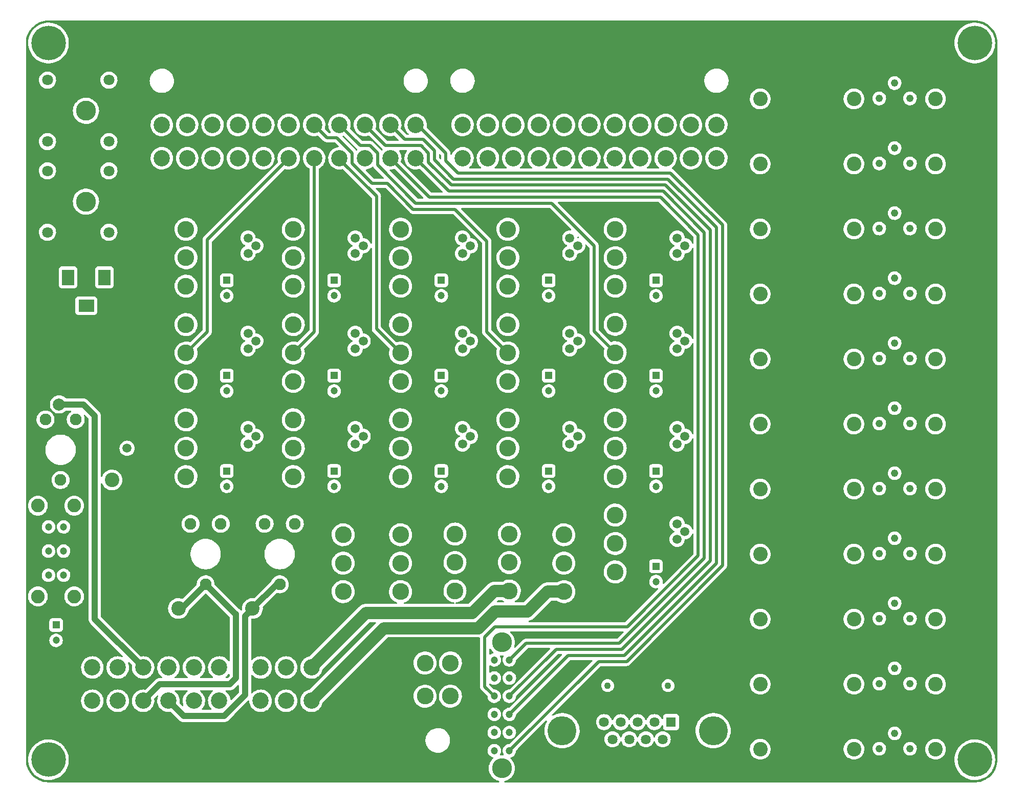
<source format=gbr>
%TF.GenerationSoftware,KiCad,Pcbnew,(6.0.1)*%
%TF.CreationDate,2024-03-16T16:01:57+01:00*%
%TF.ProjectId,mock_up_pcb,6d6f636b-5f75-4705-9f70-63622e6b6963,rev?*%
%TF.SameCoordinates,Original*%
%TF.FileFunction,Copper,L4,Bot*%
%TF.FilePolarity,Positive*%
%FSLAX46Y46*%
G04 Gerber Fmt 4.6, Leading zero omitted, Abs format (unit mm)*
G04 Created by KiCad (PCBNEW (6.0.1)) date 2024-03-16 16:01:57*
%MOMM*%
%LPD*%
G01*
G04 APERTURE LIST*
%TA.AperFunction,ComponentPad*%
%ADD10C,1.500000*%
%TD*%
%TA.AperFunction,ComponentPad*%
%ADD11C,1.240000*%
%TD*%
%TA.AperFunction,ComponentPad*%
%ADD12R,1.200000X1.200000*%
%TD*%
%TA.AperFunction,ComponentPad*%
%ADD13C,1.200000*%
%TD*%
%TA.AperFunction,ComponentPad*%
%ADD14C,2.400000*%
%TD*%
%TA.AperFunction,ComponentPad*%
%ADD15C,5.700000*%
%TD*%
%TA.AperFunction,ComponentPad*%
%ADD16C,1.800000*%
%TD*%
%TA.AperFunction,ComponentPad*%
%ADD17C,3.300000*%
%TD*%
%TA.AperFunction,ComponentPad*%
%ADD18C,2.700000*%
%TD*%
%TA.AperFunction,ComponentPad*%
%ADD19C,2.775000*%
%TD*%
%TA.AperFunction,ComponentPad*%
%ADD20C,1.950000*%
%TD*%
%TA.AperFunction,ComponentPad*%
%ADD21R,1.635000X1.635000*%
%TD*%
%TA.AperFunction,ComponentPad*%
%ADD22C,1.635000*%
%TD*%
%TA.AperFunction,ComponentPad*%
%ADD23C,4.800000*%
%TD*%
%TA.AperFunction,ComponentPad*%
%ADD24C,3.290000*%
%TD*%
%TA.AperFunction,ComponentPad*%
%ADD25C,2.250000*%
%TD*%
%TA.AperFunction,ComponentPad*%
%ADD26C,1.100000*%
%TD*%
%TA.AperFunction,ComponentPad*%
%ADD27R,2.000000X2.600000*%
%TD*%
%TA.AperFunction,ComponentPad*%
%ADD28R,2.600000X2.000000*%
%TD*%
%TA.AperFunction,ViaPad*%
%ADD29C,1.500000*%
%TD*%
%TA.AperFunction,ViaPad*%
%ADD30C,2.000000*%
%TD*%
%TA.AperFunction,Conductor*%
%ADD31C,0.500000*%
%TD*%
%TA.AperFunction,Conductor*%
%ADD32C,1.000000*%
%TD*%
%TA.AperFunction,Conductor*%
%ADD33C,2.000000*%
%TD*%
G04 APERTURE END LIST*
D10*
%TO.P,Q13,1*%
%TO.N,Net-(LED14-Pad1)*%
X212250000Y-78750000D03*
%TO.P,Q13,2*%
%TO.N,Net-(Q13-Pad2)*%
X213550000Y-80020000D03*
%TO.P,Q13,3*%
%TO.N,GND*%
X212250000Y-81290000D03*
%TD*%
%TO.P,Q14,1*%
%TO.N,Net-(LED15-Pad1)*%
X265500000Y-94500000D03*
%TO.P,Q14,2*%
%TO.N,Net-(Q14-Pad2)*%
X266800000Y-95770000D03*
%TO.P,Q14,3*%
%TO.N,GND*%
X265500000Y-97040000D03*
%TD*%
%TO.P,Q7,1*%
%TO.N,Net-(LED8-Pad1)*%
X194500000Y-110250000D03*
%TO.P,Q7,2*%
%TO.N,Net-(Q7-Pad2)*%
X195800000Y-111520000D03*
%TO.P,Q7,3*%
%TO.N,GND*%
X194500000Y-112790000D03*
%TD*%
%TO.P,Q6,1*%
%TO.N,Net-(LED7-Pad1)*%
X230000000Y-94500000D03*
%TO.P,Q6,2*%
%TO.N,Net-(Q6-Pad2)*%
X231300000Y-95770000D03*
%TO.P,Q6,3*%
%TO.N,GND*%
X230000000Y-97040000D03*
%TD*%
%TO.P,Q16,1*%
%TO.N,Net-(LED17-Pad1)*%
X247750000Y-94500000D03*
%TO.P,Q16,2*%
%TO.N,Net-(Q16-Pad2)*%
X249050000Y-95770000D03*
%TO.P,Q16,3*%
%TO.N,GND*%
X247750000Y-97040000D03*
%TD*%
%TO.P,Q1,1*%
%TO.N,Net-(LED2-Pad1)*%
X230000000Y-78750000D03*
%TO.P,Q1,2*%
%TO.N,Net-(Q1-Pad2)*%
X231300000Y-80020000D03*
%TO.P,Q1,3*%
%TO.N,GND*%
X230000000Y-81290000D03*
%TD*%
%TO.P,Q15,1*%
%TO.N,Net-(LED16-Pad1)*%
X194500000Y-78750000D03*
%TO.P,Q15,2*%
%TO.N,Net-(Q15-Pad2)*%
X195800000Y-80020000D03*
%TO.P,Q15,3*%
%TO.N,GND*%
X194500000Y-81290000D03*
%TD*%
%TO.P,Q9,1*%
%TO.N,Net-(LED10-Pad1)*%
X230000000Y-110250000D03*
%TO.P,Q9,2*%
%TO.N,Net-(Q9-Pad2)*%
X231300000Y-111520000D03*
%TO.P,Q9,3*%
%TO.N,GND*%
X230000000Y-112790000D03*
%TD*%
%TO.P,Q4,1*%
%TO.N,Net-(LED5-Pad1)*%
X194500000Y-94500000D03*
%TO.P,Q4,2*%
%TO.N,Net-(Q4-Pad2)*%
X195800000Y-95770000D03*
%TO.P,Q4,3*%
%TO.N,GND*%
X194500000Y-97040000D03*
%TD*%
%TO.P,Q8,1*%
%TO.N,Net-(LED9-Pad1)*%
X212250000Y-110250000D03*
%TO.P,Q8,2*%
%TO.N,Net-(Q8-Pad2)*%
X213550000Y-111520000D03*
%TO.P,Q8,3*%
%TO.N,GND*%
X212250000Y-112790000D03*
%TD*%
%TO.P,Q12,1*%
%TO.N,Net-(LED13-Pad1)*%
X265500000Y-126000000D03*
%TO.P,Q12,2*%
%TO.N,Net-(Q12-Pad2)*%
X266800000Y-127270000D03*
%TO.P,Q12,3*%
%TO.N,GND*%
X265500000Y-128540000D03*
%TD*%
%TO.P,Q2,1*%
%TO.N,Net-(LED3-Pad1)*%
X247750000Y-78750000D03*
%TO.P,Q2,2*%
%TO.N,Net-(Q2-Pad2)*%
X249050000Y-80020000D03*
%TO.P,Q2,3*%
%TO.N,GND*%
X247750000Y-81290000D03*
%TD*%
%TO.P,Q5,1*%
%TO.N,Net-(LED6-Pad1)*%
X212250000Y-94500000D03*
%TO.P,Q5,2*%
%TO.N,Net-(Q5-Pad2)*%
X213550000Y-95770000D03*
%TO.P,Q5,3*%
%TO.N,GND*%
X212250000Y-97040000D03*
%TD*%
%TO.P,Q10,1*%
%TO.N,Net-(LED11-Pad1)*%
X247750000Y-110250000D03*
%TO.P,Q10,2*%
%TO.N,Net-(Q10-Pad2)*%
X249050000Y-111520000D03*
%TO.P,Q10,3*%
%TO.N,GND*%
X247750000Y-112790000D03*
%TD*%
%TO.P,Q3,1*%
%TO.N,Net-(LED4-Pad1)*%
X265500000Y-78750000D03*
%TO.P,Q3,2*%
%TO.N,Net-(Q3-Pad2)*%
X266800000Y-80020000D03*
%TO.P,Q3,3*%
%TO.N,GND*%
X265500000Y-81290000D03*
%TD*%
%TO.P,Q11,1*%
%TO.N,Net-(LED12-Pad1)*%
X265500000Y-110250000D03*
%TO.P,Q11,2*%
%TO.N,Net-(Q11-Pad2)*%
X266800000Y-111520000D03*
%TO.P,Q11,3*%
%TO.N,GND*%
X265500000Y-112790000D03*
%TD*%
D11*
%TO.P,VR19,1,CCW*%
%TO.N,Net-(TP19-Pad1)*%
X298945000Y-87925000D03*
%TO.P,VR19,2,WIPER*%
%TO.N,T-AUX-GND-8*%
X301485000Y-85385000D03*
%TO.P,VR19,3,CW*%
%TO.N,unconnected-(VR19-Pad3)*%
X304025000Y-87925000D03*
%TD*%
%TO.P,VR21,1,CCW*%
%TO.N,Net-(TP21-Pad1)*%
X298945000Y-66425000D03*
%TO.P,VR21,2,WIPER*%
%TO.N,T-AUX-GND-10*%
X301485000Y-63885000D03*
%TO.P,VR21,3,CW*%
%TO.N,unconnected-(VR21-Pad3)*%
X304025000Y-66425000D03*
%TD*%
%TO.P,VR15,1,CCW*%
%TO.N,Net-(TP15-Pad1)*%
X298945000Y-130925000D03*
%TO.P,VR15,2,WIPER*%
%TO.N,T-AUX-GND-4*%
X301485000Y-128385000D03*
%TO.P,VR15,3,CW*%
%TO.N,unconnected-(VR15-Pad3)*%
X304025000Y-130925000D03*
%TD*%
%TO.P,VR14,1,CCW*%
%TO.N,Net-(TP14-Pad1)*%
X298945000Y-141675000D03*
%TO.P,VR14,2,WIPER*%
%TO.N,T-AUX-GND-3*%
X301485000Y-139135000D03*
%TO.P,VR14,3,CW*%
%TO.N,unconnected-(VR14-Pad3)*%
X304025000Y-141675000D03*
%TD*%
%TO.P,VR17,1,CCW*%
%TO.N,Net-(TP17-Pad1)*%
X298945000Y-109425000D03*
%TO.P,VR17,2,WIPER*%
%TO.N,T-AUX-GND-6*%
X301485000Y-106885000D03*
%TO.P,VR17,3,CW*%
%TO.N,unconnected-(VR17-Pad3)*%
X304025000Y-109425000D03*
%TD*%
%TO.P,VR16,1,CCW*%
%TO.N,Net-(TP16-Pad1)*%
X298945000Y-120175000D03*
%TO.P,VR16,2,WIPER*%
%TO.N,T-AUX-GND-5*%
X301485000Y-117635000D03*
%TO.P,VR16,3,CW*%
%TO.N,unconnected-(VR16-Pad3)*%
X304025000Y-120175000D03*
%TD*%
%TO.P,VR20,1,CCW*%
%TO.N,Net-(TP20-Pad1)*%
X298945000Y-77175000D03*
%TO.P,VR20,2,WIPER*%
%TO.N,T-AUX-GND-9*%
X301485000Y-74635000D03*
%TO.P,VR20,3,CW*%
%TO.N,unconnected-(VR20-Pad3)*%
X304025000Y-77175000D03*
%TD*%
%TO.P,VR13,1,CCW*%
%TO.N,Net-(TP13-Pad1)*%
X298945000Y-152425000D03*
%TO.P,VR13,2,WIPER*%
%TO.N,T-AUX-GND-2*%
X301485000Y-149885000D03*
%TO.P,VR13,3,CW*%
%TO.N,unconnected-(VR13-Pad3)*%
X304025000Y-152425000D03*
%TD*%
%TO.P,VR22,1,CCW*%
%TO.N,Net-(TP22-Pad1)*%
X298945000Y-55675000D03*
%TO.P,VR22,2,WIPER*%
%TO.N,T-AUX-GND-11*%
X301485000Y-53135000D03*
%TO.P,VR22,3,CW*%
%TO.N,unconnected-(VR22-Pad3)*%
X304025000Y-55675000D03*
%TD*%
%TO.P,VR12,1,CCW*%
%TO.N,Net-(TP12-Pad1)*%
X298945000Y-163175000D03*
%TO.P,VR12,2,WIPER*%
%TO.N,T-AUX-GND-1*%
X301485000Y-160635000D03*
%TO.P,VR12,3,CW*%
%TO.N,unconnected-(VR12-Pad3)*%
X304025000Y-163175000D03*
%TD*%
%TO.P,VR18,1,CCW*%
%TO.N,Net-(TP18-Pad1)*%
X298945000Y-98675000D03*
%TO.P,VR18,2,WIPER*%
%TO.N,T-AUX-GND-7*%
X301485000Y-96135000D03*
%TO.P,VR18,3,CW*%
%TO.N,unconnected-(VR18-Pad3)*%
X304025000Y-98675000D03*
%TD*%
D12*
%TO.P,LED13,1*%
%TO.N,Net-(LED13-Pad1)*%
X262000000Y-133000000D03*
D13*
%TO.P,LED13,2*%
%TO.N,Net-(LED13-Pad2)*%
X262000000Y-135540000D03*
%TD*%
D14*
%TO.P,TP35,1*%
%TO.N,Net-(Hall_low1-PadS1)*%
X195250000Y-140000000D03*
%TD*%
%TO.P,TP1,1*%
%TO.N,T-AUX-1*%
X279250000Y-163250000D03*
%TD*%
D15*
%TO.P,REF\u002A\u002A,1*%
%TO.N,N/C*%
X161500000Y-46500000D03*
%TD*%
D16*
%TO.P,J8,1,1*%
%TO.N,unconnected-(J8-Pad1)*%
X161340000Y-67646000D03*
%TO.P,J8,2,2*%
%TO.N,unconnected-(J8-Pad2)*%
X171500000Y-67646000D03*
%TO.P,J8,3,3*%
%TO.N,unconnected-(J8-Pad3)*%
X161340000Y-77806000D03*
%TO.P,J8,4,4*%
%TO.N,unconnected-(J8-Pad4)*%
X171500000Y-77806000D03*
D17*
%TO.P,J8,5,5*%
%TO.N,GND*%
X167700000Y-72726000D03*
%TD*%
D18*
%TO.P,J6,1*%
%TO.N,T-AUX-GND-3*%
X230000000Y-60050000D03*
%TO.P,J6,2*%
%TO.N,T-AUX-GND-2*%
X234200000Y-60050000D03*
%TO.P,J6,3*%
%TO.N,T-AUX-GND-1*%
X238400000Y-60050000D03*
%TO.P,J6,4*%
%TO.N,T-AUX-GND-11*%
X242600000Y-60050000D03*
%TO.P,J6,5*%
%TO.N,T-AUX-GND-10*%
X246800000Y-60050000D03*
%TO.P,J6,6*%
%TO.N,T-AUX-GND-9*%
X251000000Y-60050000D03*
%TO.P,J6,7*%
%TO.N,T-AUX-GND-8*%
X255200000Y-60050000D03*
%TO.P,J6,8*%
%TO.N,T-AUX-GND-7*%
X259400000Y-60050000D03*
%TO.P,J6,9*%
%TO.N,T-AUX-GND-4*%
X263600000Y-60050000D03*
%TO.P,J6,10*%
%TO.N,T-AUX-GND-5*%
X267800000Y-60050000D03*
%TO.P,J6,11*%
%TO.N,T-AUX-GND-6*%
X272000000Y-60050000D03*
%TO.P,J6,12*%
%TO.N,T-AUX-1*%
X230000000Y-65550000D03*
%TO.P,J6,13*%
%TO.N,T-AUX-2*%
X234200000Y-65550000D03*
%TO.P,J6,14*%
%TO.N,T-AUX-3*%
X238400000Y-65550000D03*
%TO.P,J6,15*%
%TO.N,T-AUX-4*%
X242600000Y-65550000D03*
%TO.P,J6,16*%
%TO.N,T-AUX-5*%
X246800000Y-65550000D03*
%TO.P,J6,17*%
%TO.N,T-AUX-6*%
X251000000Y-65550000D03*
%TO.P,J6,18*%
%TO.N,T-AUX-7*%
X255200000Y-65550000D03*
%TO.P,J6,19*%
%TO.N,T-AUX-8*%
X259400000Y-65550000D03*
%TO.P,J6,20*%
%TO.N,T-AUX-11*%
X263600000Y-65550000D03*
%TO.P,J6,21*%
%TO.N,T-AUX-10*%
X267800000Y-65550000D03*
%TO.P,J6,22*%
%TO.N,T-AUX-9*%
X272000000Y-65550000D03*
%TD*%
D19*
%TO.P,S14,1*%
%TO.N,GND*%
X255250000Y-133950000D03*
%TO.P,S14,2*%
%TO.N,GPIO16*%
X255250000Y-129250000D03*
%TO.P,S14,3*%
%TO.N,unconnected-(S14-Pad3)*%
X255250000Y-124550000D03*
%TD*%
D14*
%TO.P,TP3,1*%
%TO.N,T-AUX-3*%
X279250000Y-141750000D03*
%TD*%
D12*
%TO.P,LED7,1*%
%TO.N,Net-(LED7-Pad1)*%
X226500000Y-101500000D03*
D13*
%TO.P,LED7,2*%
%TO.N,Net-(LED7-Pad2)*%
X226500000Y-104040000D03*
%TD*%
D19*
%TO.P,S6,1*%
%TO.N,GND*%
X184250000Y-102450000D03*
%TO.P,S6,2*%
%TO.N,GPIO6*%
X184250000Y-97750000D03*
%TO.P,S6,3*%
%TO.N,unconnected-(S6-Pad3)*%
X184250000Y-93050000D03*
%TD*%
D12*
%TO.P,LED2,1*%
%TO.N,Net-(LED2-Pad1)*%
X226500000Y-85750000D03*
D13*
%TO.P,LED2,2*%
%TO.N,Net-(LED2-Pad2)*%
X226500000Y-88290000D03*
%TD*%
D14*
%TO.P,TP26,1*%
%TO.N,T-AUX-GND-4*%
X308250000Y-131000000D03*
%TD*%
%TO.P,TP30,1*%
%TO.N,T-AUX-GND-8*%
X308250000Y-88000000D03*
%TD*%
D19*
%TO.P,S3,1*%
%TO.N,GND*%
X219750000Y-86700000D03*
%TO.P,S3,2*%
%TO.N,GPIO3*%
X219750000Y-82000000D03*
%TO.P,S3,3*%
%TO.N,unconnected-(S3-Pad3)*%
X219750000Y-77300000D03*
%TD*%
D12*
%TO.P,LED11,1*%
%TO.N,Net-(LED11-Pad1)*%
X244250000Y-117250000D03*
D13*
%TO.P,LED11,2*%
%TO.N,Net-(LED11-Pad2)*%
X244250000Y-119790000D03*
%TD*%
D15*
%TO.P,REF\u002A\u002A,1*%
%TO.N,N/C*%
X314750000Y-165000000D03*
%TD*%
D14*
%TO.P,TP27,1*%
%TO.N,T-AUX-GND-5*%
X308250000Y-120250000D03*
%TD*%
D19*
%TO.P,S23,1*%
%TO.N,Net-(J4-Pad11)*%
X210250000Y-137200000D03*
%TO.P,S23,2*%
%TO.N,5V*%
X210250000Y-132500000D03*
%TO.P,S23,3*%
%TO.N,unconnected-(S23-Pad3)*%
X210250000Y-127800000D03*
%TD*%
%TO.P,S21,1*%
%TO.N,HV+ Load*%
X237750000Y-137100000D03*
%TO.P,S21,2*%
%TO.N,Net-(J1-Pad3)*%
X237750000Y-132400000D03*
%TO.P,S21,3*%
%TO.N,unconnected-(S21-Pad3)*%
X237750000Y-127700000D03*
%TD*%
%TO.P,S7,1*%
%TO.N,GND*%
X202000000Y-102450000D03*
%TO.P,S7,2*%
%TO.N,GPIO7*%
X202000000Y-97750000D03*
%TO.P,S7,3*%
%TO.N,unconnected-(S7-Pad3)*%
X202000000Y-93050000D03*
%TD*%
D14*
%TO.P,TP32,1*%
%TO.N,T-AUX-GND-10*%
X308250000Y-66500000D03*
%TD*%
D19*
%TO.P,S11,1*%
%TO.N,GND*%
X219750000Y-118200000D03*
%TO.P,S11,2*%
%TO.N,GPIO13*%
X219750000Y-113500000D03*
%TO.P,S11,3*%
%TO.N,unconnected-(S11-Pad3)*%
X219750000Y-108800000D03*
%TD*%
D14*
%TO.P,TP33,1*%
%TO.N,T-AUX-GND-11*%
X308250000Y-55750000D03*
%TD*%
D18*
%TO.P,J5,1*%
%TO.N,GPIO16*%
X180250000Y-60050000D03*
%TO.P,J5,2*%
%TO.N,GPIO11*%
X184450000Y-60050000D03*
%TO.P,J5,3*%
%TO.N,GPIO12*%
X188650000Y-60050000D03*
%TO.P,J5,4*%
%TO.N,GPIO13*%
X192850000Y-60050000D03*
%TO.P,J5,5*%
%TO.N,GPIO14*%
X197050000Y-60050000D03*
%TO.P,J5,6*%
%TO.N,GPIO15*%
X201250000Y-60050000D03*
%TO.P,J5,7*%
%TO.N,GPIO9*%
X205450000Y-60050000D03*
%TO.P,J5,8*%
%TO.N,GPIO10*%
X209650000Y-60050000D03*
%TO.P,J5,9*%
%TO.N,iCAN HI*%
X213850000Y-60050000D03*
%TO.P,J5,10*%
%TO.N,sCAN LO*%
X218050000Y-60050000D03*
%TO.P,J5,11*%
%TO.N,iCAN LO*%
X222250000Y-60050000D03*
%TO.P,J5,12*%
%TO.N,GPIO1*%
X180250000Y-65550000D03*
%TO.P,J5,13*%
%TO.N,GPIO2*%
X184450000Y-65550000D03*
%TO.P,J5,14*%
%TO.N,GPIO3*%
X188650000Y-65550000D03*
%TO.P,J5,15*%
%TO.N,GPIO4*%
X192850000Y-65550000D03*
%TO.P,J5,16*%
%TO.N,GPIO5*%
X197050000Y-65550000D03*
%TO.P,J5,17*%
%TO.N,GPIO6*%
X201250000Y-65550000D03*
%TO.P,J5,18*%
%TO.N,GPIO7*%
X205450000Y-65550000D03*
%TO.P,J5,19*%
%TO.N,GPIO8*%
X209650000Y-65550000D03*
%TO.P,J5,20*%
%TO.N,unconnected-(J5-Pad20)*%
X213850000Y-65550000D03*
%TO.P,J5,21*%
%TO.N,iCAN GND*%
X218050000Y-65550000D03*
%TO.P,J5,22*%
%TO.N,sCAN HI*%
X222250000Y-65550000D03*
%TD*%
D14*
%TO.P,TP18,1*%
%TO.N,Net-(TP18-Pad1)*%
X294750000Y-98750000D03*
%TD*%
D19*
%TO.P,S13,1*%
%TO.N,GND*%
X255250000Y-118200000D03*
%TO.P,S13,2*%
%TO.N,GPIO15*%
X255250000Y-113500000D03*
%TO.P,S13,3*%
%TO.N,unconnected-(S13-Pad3)*%
X255250000Y-108800000D03*
%TD*%
D14*
%TO.P,TP10,1*%
%TO.N,T-AUX-10*%
X279250000Y-66500000D03*
%TD*%
%TO.P,TP23,1*%
%TO.N,T-AUX-GND-1*%
X308250000Y-163250000D03*
%TD*%
D19*
%TO.P,S4,1*%
%TO.N,GND*%
X237500000Y-86700000D03*
%TO.P,S4,2*%
%TO.N,GPIO4*%
X237500000Y-82000000D03*
%TO.P,S4,3*%
%TO.N,unconnected-(S4-Pad3)*%
X237500000Y-77300000D03*
%TD*%
D14*
%TO.P,TP24,1*%
%TO.N,T-AUX-GND-2*%
X308250000Y-152500000D03*
%TD*%
%TO.P,TP21,1*%
%TO.N,Net-(TP21-Pad1)*%
X294750000Y-66500000D03*
%TD*%
%TO.P,TP31,1*%
%TO.N,T-AUX-GND-9*%
X308250000Y-77250000D03*
%TD*%
%TO.P,TP9,1*%
%TO.N,T-AUX-9*%
X279250000Y-77250000D03*
%TD*%
D12*
%TO.P,LED6,1*%
%TO.N,Net-(LED6-Pad1)*%
X208750000Y-101500000D03*
D13*
%TO.P,LED6,2*%
%TO.N,Net-(LED6-Pad2)*%
X208750000Y-104040000D03*
%TD*%
D14*
%TO.P,TP20,1*%
%TO.N,Net-(TP20-Pad1)*%
X294750000Y-77250000D03*
%TD*%
%TO.P,TP28,1*%
%TO.N,T-AUX-GND-6*%
X308250000Y-109500000D03*
%TD*%
%TO.P,TP15,1*%
%TO.N,Net-(TP15-Pad1)*%
X294750000Y-131000000D03*
%TD*%
D19*
%TO.P,S8,1*%
%TO.N,GND*%
X219750000Y-102450000D03*
%TO.P,S8,2*%
%TO.N,GPIO8*%
X219750000Y-97750000D03*
%TO.P,S8,3*%
%TO.N,unconnected-(S8-Pad3)*%
X219750000Y-93050000D03*
%TD*%
D12*
%TO.P,LED3,1*%
%TO.N,Net-(LED3-Pad1)*%
X244250000Y-85750000D03*
D13*
%TO.P,LED3,2*%
%TO.N,Net-(LED3-Pad2)*%
X244250000Y-88290000D03*
%TD*%
D14*
%TO.P,TP11,1*%
%TO.N,T-AUX-11*%
X279250000Y-55750000D03*
%TD*%
D20*
%TO.P,Shunt_Ctrl1,A1,CCW*%
%TO.N,Net-(R2-Pad2)*%
X166000000Y-108750000D03*
%TO.P,Shunt_Ctrl1,E1,CW*%
%TO.N,GND*%
X161000000Y-108750000D03*
%TO.P,Shunt_Ctrl1,S1,WIPER*%
%TO.N,Net-(S2-Pad3)*%
X163500000Y-118750000D03*
%TD*%
D12*
%TO.P,LED14,1*%
%TO.N,Net-(LED14-Pad1)*%
X208750000Y-85750000D03*
D13*
%TO.P,LED14,2*%
%TO.N,Net-(LED14-Pad2)*%
X208750000Y-88290000D03*
%TD*%
D19*
%TO.P,S12,1*%
%TO.N,GND*%
X237500000Y-118200000D03*
%TO.P,S12,2*%
%TO.N,GPIO14*%
X237500000Y-113500000D03*
%TO.P,S12,3*%
%TO.N,unconnected-(S12-Pad3)*%
X237500000Y-108800000D03*
%TD*%
%TO.P,S5,1*%
%TO.N,GND*%
X255250000Y-86700000D03*
%TO.P,S5,2*%
%TO.N,GPIO5*%
X255250000Y-82000000D03*
%TO.P,S5,3*%
%TO.N,unconnected-(S5-Pad3)*%
X255250000Y-77300000D03*
%TD*%
D14*
%TO.P,TP29,1*%
%TO.N,T-AUX-GND-7*%
X308250000Y-98750000D03*
%TD*%
%TO.P,TP8,1*%
%TO.N,T-AUX-8*%
X279250000Y-88000000D03*
%TD*%
D15*
%TO.P,REF\u002A\u002A,1*%
%TO.N,N/C*%
X161500000Y-165000000D03*
%TD*%
D12*
%TO.P,LED4,1*%
%TO.N,Net-(LED4-Pad1)*%
X262000000Y-85750000D03*
D13*
%TO.P,LED4,2*%
%TO.N,Net-(LED4-Pad2)*%
X262000000Y-88290000D03*
%TD*%
D14*
%TO.P,TP22,1*%
%TO.N,Net-(TP22-Pad1)*%
X294750000Y-55750000D03*
%TD*%
D19*
%TO.P,S18,1*%
%TO.N,GND*%
X237500000Y-102450000D03*
%TO.P,S18,2*%
%TO.N,GPIO9*%
X237500000Y-97750000D03*
%TO.P,S18,3*%
%TO.N,unconnected-(S18-Pad3)*%
X237500000Y-93050000D03*
%TD*%
D12*
%TO.P,LED5,1*%
%TO.N,Net-(LED5-Pad1)*%
X191000000Y-101500000D03*
D13*
%TO.P,LED5,2*%
%TO.N,Net-(LED5-Pad2)*%
X191000000Y-104040000D03*
%TD*%
D19*
%TO.P,S17,1*%
%TO.N,GND*%
X184250000Y-86700000D03*
%TO.P,S17,2*%
%TO.N,GPIO1*%
X184250000Y-82000000D03*
%TO.P,S17,3*%
%TO.N,unconnected-(S17-Pad3)*%
X184250000Y-77300000D03*
%TD*%
D18*
%TO.P,J3,1,1*%
%TO.N,HV+ Charger*%
X205000000Y-155250000D03*
%TO.P,J3,2,2*%
%TO.N,HV-*%
X200800000Y-155250000D03*
%TO.P,J3,3,3*%
%TO.N,SH-*%
X196600000Y-155250000D03*
%TO.P,J3,4,4*%
%TO.N,HV+ Load*%
X205000000Y-149750000D03*
%TO.P,J3,5,5*%
%TO.N,HV+*%
X200800000Y-149750000D03*
%TO.P,J3,6,6*%
%TO.N,SH+*%
X196600000Y-149750000D03*
%TD*%
D15*
%TO.P,REF\u002A\u002A,1*%
%TO.N,N/C*%
X314750000Y-46500000D03*
%TD*%
D14*
%TO.P,TP5,1*%
%TO.N,T-AUX-5*%
X279250000Y-120250000D03*
%TD*%
%TO.P,TP7,1*%
%TO.N,T-AUX-7*%
X279250000Y-98750000D03*
%TD*%
%TO.P,TP34,1*%
%TO.N,Net-(S2-Pad3)*%
X172000000Y-118750000D03*
%TD*%
D21*
%TO.P,J2,1,1*%
%TO.N,unconnected-(J2-Pad1)*%
X264500000Y-158780000D03*
D22*
%TO.P,J2,2,2*%
%TO.N,Net-(J2-Pad2)*%
X261730000Y-158780000D03*
%TO.P,J2,3,3*%
%TO.N,Net-(J2-Pad3)*%
X258960000Y-158780000D03*
%TO.P,J2,4,4*%
%TO.N,unconnected-(J2-Pad4)*%
X256190000Y-158780000D03*
%TO.P,J2,5,5*%
%TO.N,unconnected-(J2-Pad5)*%
X253420000Y-158780000D03*
%TO.P,J2,6,6*%
%TO.N,Net-(J2-Pad3)*%
X263115000Y-161620000D03*
%TO.P,J2,7,7*%
%TO.N,Net-(J2-Pad7)*%
X260345000Y-161620000D03*
%TO.P,J2,8,8*%
%TO.N,unconnected-(J2-Pad8)*%
X257575000Y-161620000D03*
%TO.P,J2,9,9*%
%TO.N,unconnected-(J2-Pad9)*%
X254805000Y-161620000D03*
D23*
%TO.P,J2,MH1,MH1*%
%TO.N,unconnected-(J2-PadMH1)*%
X271460000Y-160200000D03*
%TO.P,J2,MH2,MH2*%
%TO.N,unconnected-(J2-PadMH2)*%
X246460000Y-160200000D03*
%TD*%
D12*
%TO.P,LED1,1*%
%TO.N,GND*%
X162750000Y-142730000D03*
D13*
%TO.P,LED1,2*%
%TO.N,/HVIL OUT*%
X162750000Y-145270000D03*
%TD*%
D19*
%TO.P,S19,1*%
%TO.N,HV+*%
X219750000Y-137200000D03*
%TO.P,S19,2*%
%TO.N,Net-(J1-Pad2)*%
X219750000Y-132500000D03*
%TO.P,S19,3*%
%TO.N,unconnected-(S19-Pad3)*%
X219750000Y-127800000D03*
%TD*%
%TO.P,J1,1,1*%
%TO.N,Net-(J1-Pad1)*%
X228000000Y-154500000D03*
%TO.P,J1,2,2*%
%TO.N,Net-(J1-Pad2)*%
X223800000Y-154500000D03*
%TO.P,J1,3,3*%
%TO.N,Net-(J1-Pad3)*%
X228000000Y-149000000D03*
%TO.P,J1,4,4*%
%TO.N,Net-(J1-Pad4)*%
X223800000Y-149000000D03*
%TD*%
%TO.P,S15,1*%
%TO.N,GND*%
X202000000Y-86700000D03*
%TO.P,S15,2*%
%TO.N,GPIO2*%
X202000000Y-82000000D03*
%TO.P,S15,3*%
%TO.N,unconnected-(S15-Pad3)*%
X202000000Y-77300000D03*
%TD*%
D12*
%TO.P,LED12,1*%
%TO.N,Net-(LED12-Pad1)*%
X262000000Y-117250000D03*
D13*
%TO.P,LED12,2*%
%TO.N,Net-(LED12-Pad2)*%
X262000000Y-119790000D03*
%TD*%
D16*
%TO.P,J7,1,1*%
%TO.N,unconnected-(J7-Pad1)*%
X161340000Y-52646000D03*
%TO.P,J7,2,2*%
%TO.N,unconnected-(J7-Pad2)*%
X171500000Y-52646000D03*
%TO.P,J7,3,3*%
%TO.N,unconnected-(J7-Pad3)*%
X161340000Y-62806000D03*
%TO.P,J7,4,4*%
%TO.N,unconnected-(J7-Pad4)*%
X171500000Y-62806000D03*
D17*
%TO.P,J7,5,5*%
%TO.N,Net-(F1-Pad1)*%
X167700000Y-57726000D03*
%TD*%
D13*
%TO.P,S1,1,NC_1*%
%TO.N,sCAN HI*%
X237750000Y-148500000D03*
%TO.P,S1,2,COM_1*%
%TO.N,Net-(J2-Pad7)*%
X237750000Y-151500000D03*
%TO.P,S1,3,NO_1*%
%TO.N,iCAN HI*%
X237750000Y-154500000D03*
%TO.P,S1,4,NC_2*%
%TO.N,sCAN LO*%
X237750000Y-157500000D03*
%TO.P,S1,5,COM_2*%
%TO.N,Net-(J2-Pad2)*%
X237750000Y-160500000D03*
%TO.P,S1,6,NO_2*%
%TO.N,iCAN LO*%
X237750000Y-163500000D03*
%TO.P,S1,7,NC_3*%
%TO.N,GND*%
X235250000Y-148500000D03*
%TO.P,S1,8,COM_3*%
%TO.N,Net-(J2-Pad3)*%
X235250000Y-151500000D03*
%TO.P,S1,9,NO_3*%
%TO.N,iCAN GND*%
X235250000Y-154500000D03*
%TO.P,S1,10,NC_4*%
%TO.N,unconnected-(S1-Pad10)*%
X235250000Y-157500000D03*
%TO.P,S1,11,COM_4*%
%TO.N,unconnected-(S1-Pad11)*%
X235250000Y-160500000D03*
%TO.P,S1,12,NO_4*%
%TO.N,unconnected-(S1-Pad12)*%
X235250000Y-163500000D03*
D24*
%TO.P,S1,MH1,MH1*%
%TO.N,unconnected-(S1-PadMH1)*%
X236500000Y-145600000D03*
%TO.P,S1,MH2,MH2*%
%TO.N,unconnected-(S1-PadMH2)*%
X236500000Y-166400000D03*
%TD*%
D14*
%TO.P,TP12,1*%
%TO.N,Net-(TP12-Pad1)*%
X294750000Y-163250000D03*
%TD*%
D18*
%TO.P,J4,1*%
%TO.N,GND*%
X189750000Y-155250000D03*
%TO.P,J4,2*%
X185550000Y-155250000D03*
%TO.P,J4,3*%
%TO.N,Net-(Hall_low1-PadS1)*%
X181350000Y-155250000D03*
%TO.P,J4,4*%
%TO.N,Net-(Hall_high1-PadS1)*%
X177150000Y-155250000D03*
%TO.P,J4,5*%
%TO.N,5V*%
X172950000Y-155250000D03*
%TO.P,J4,6*%
X168750000Y-155250000D03*
%TO.P,J4,7*%
%TO.N,GND*%
X189750000Y-149750000D03*
%TO.P,J4,8*%
X185550000Y-149750000D03*
%TO.P,J4,9*%
%TO.N,6V-35V Power*%
X181350000Y-149750000D03*
%TO.P,J4,10*%
X177150000Y-149750000D03*
%TO.P,J4,11*%
%TO.N,Net-(J4-Pad11)*%
X172950000Y-149750000D03*
%TO.P,J4,12*%
%TO.N,/HVIL OUT*%
X168750000Y-149750000D03*
%TD*%
D19*
%TO.P,S9,1*%
%TO.N,GND*%
X184250000Y-118200000D03*
%TO.P,S9,2*%
%TO.N,GPIO11*%
X184250000Y-113500000D03*
%TO.P,S9,3*%
%TO.N,unconnected-(S9-Pad3)*%
X184250000Y-108800000D03*
%TD*%
D14*
%TO.P,TP2,1*%
%TO.N,T-AUX-2*%
X279250000Y-152500000D03*
%TD*%
D12*
%TO.P,LED9,1*%
%TO.N,Net-(LED9-Pad1)*%
X208750000Y-117250000D03*
D13*
%TO.P,LED9,2*%
%TO.N,Net-(LED9-Pad2)*%
X208750000Y-119790000D03*
%TD*%
D12*
%TO.P,LED16,1*%
%TO.N,Net-(LED16-Pad1)*%
X191000000Y-85750000D03*
D13*
%TO.P,LED16,2*%
%TO.N,Net-(LED16-Pad2)*%
X191000000Y-88290000D03*
%TD*%
%TO.P,S2,1,NO_1*%
%TO.N,GND*%
X161500000Y-134500000D03*
%TO.P,S2,2,COM_1*%
%TO.N,SH-*%
X161500000Y-130500000D03*
%TO.P,S2,3,NC_1*%
%TO.N,Net-(S2-Pad3)*%
X161500000Y-126500000D03*
%TO.P,S2,4,NO_2*%
X164000000Y-134500000D03*
%TO.P,S2,5,COM_2*%
%TO.N,SH+*%
X164000000Y-130500000D03*
%TO.P,S2,6,NC_2*%
%TO.N,GND*%
X164000000Y-126500000D03*
D25*
%TO.P,S2,MH1,MH1*%
%TO.N,unconnected-(S2-PadMH1)*%
X159750000Y-138000000D03*
%TO.P,S2,MH2,MH2*%
%TO.N,unconnected-(S2-PadMH2)*%
X159750000Y-123000000D03*
%TO.P,S2,MH3,MH3*%
%TO.N,unconnected-(S2-PadMH3)*%
X165750000Y-138000000D03*
%TO.P,S2,MH4,MH4*%
%TO.N,unconnected-(S2-PadMH4)*%
X165750000Y-123000000D03*
%TD*%
D26*
%TO.P,R6,1*%
%TO.N,Net-(J2-Pad7)*%
X264000000Y-152750000D03*
%TO.P,R6,2*%
%TO.N,Net-(J2-Pad2)*%
X254000000Y-152750000D03*
%TD*%
D19*
%TO.P,S16,1*%
%TO.N,GND*%
X255250000Y-102410000D03*
%TO.P,S16,2*%
%TO.N,GPIO10*%
X255250000Y-97710000D03*
%TO.P,S16,3*%
%TO.N,unconnected-(S16-Pad3)*%
X255250000Y-93010000D03*
%TD*%
D20*
%TO.P,Hall_high1,A1,CCW*%
%TO.N,GND*%
X190000000Y-126000000D03*
%TO.P,Hall_high1,E1,CW*%
%TO.N,5V*%
X185000000Y-126000000D03*
%TO.P,Hall_high1,S1,WIPER*%
%TO.N,Net-(Hall_high1-PadS1)*%
X187500000Y-136000000D03*
%TD*%
D12*
%TO.P,LED15,1*%
%TO.N,Net-(LED15-Pad1)*%
X262000000Y-101500000D03*
D13*
%TO.P,LED15,2*%
%TO.N,Net-(LED15-Pad2)*%
X262000000Y-104040000D03*
%TD*%
D14*
%TO.P,TP25,1*%
%TO.N,T-AUX-GND-3*%
X308250000Y-141750000D03*
%TD*%
D19*
%TO.P,S22,1*%
%TO.N,HV+ Charger*%
X246760383Y-137201670D03*
%TO.P,S22,2*%
%TO.N,Net-(J1-Pad1)*%
X246760383Y-132501670D03*
%TO.P,S22,3*%
%TO.N,unconnected-(S22-Pad3)*%
X246760383Y-127801670D03*
%TD*%
D12*
%TO.P,LED10,1*%
%TO.N,Net-(LED10-Pad1)*%
X226500000Y-117250000D03*
D13*
%TO.P,LED10,2*%
%TO.N,Net-(LED10-Pad2)*%
X226500000Y-119790000D03*
%TD*%
D12*
%TO.P,LED8,1*%
%TO.N,Net-(LED8-Pad1)*%
X191000000Y-117250000D03*
D13*
%TO.P,LED8,2*%
%TO.N,Net-(LED8-Pad2)*%
X191000000Y-119790000D03*
%TD*%
D19*
%TO.P,S10,1*%
%TO.N,GND*%
X202000000Y-118200000D03*
%TO.P,S10,2*%
%TO.N,GPIO12*%
X202000000Y-113500000D03*
%TO.P,S10,3*%
%TO.N,unconnected-(S10-Pad3)*%
X202000000Y-108800000D03*
%TD*%
D14*
%TO.P,TP13,1*%
%TO.N,Net-(TP13-Pad1)*%
X294750000Y-152500000D03*
%TD*%
D20*
%TO.P,Hall_low1,A1,CCW*%
%TO.N,GND*%
X202250000Y-126000000D03*
%TO.P,Hall_low1,E1,CW*%
%TO.N,5V*%
X197250000Y-126000000D03*
%TO.P,Hall_low1,S1,WIPER*%
%TO.N,Net-(Hall_low1-PadS1)*%
X199750000Y-136000000D03*
%TD*%
D14*
%TO.P,TP19,1*%
%TO.N,Net-(TP19-Pad1)*%
X294750000Y-88000000D03*
%TD*%
%TO.P,TP4,1*%
%TO.N,T-AUX-4*%
X279250000Y-131000000D03*
%TD*%
%TO.P,TP17,1*%
%TO.N,Net-(TP17-Pad1)*%
X294750000Y-109500000D03*
%TD*%
%TO.P,TP14,1*%
%TO.N,Net-(TP14-Pad1)*%
X294750000Y-141750000D03*
%TD*%
D19*
%TO.P,S20,1*%
%TO.N,HV-*%
X228750000Y-137100000D03*
%TO.P,S20,2*%
%TO.N,Net-(J1-Pad4)*%
X228750000Y-132400000D03*
%TO.P,S20,3*%
%TO.N,unconnected-(S20-Pad3)*%
X228750000Y-127700000D03*
%TD*%
D27*
%TO.P,J10,1*%
%TO.N,Net-(F1-Pad1)*%
X170750000Y-85250000D03*
%TO.P,J10,2*%
%TO.N,GND*%
X164750000Y-85250000D03*
D28*
%TO.P,J10,3*%
X167750000Y-89950000D03*
%TD*%
D14*
%TO.P,TP6,1*%
%TO.N,T-AUX-6*%
X279250000Y-109500000D03*
%TD*%
%TO.P,TP36,1*%
%TO.N,Net-(Hall_high1-PadS1)*%
X183000000Y-140000000D03*
%TD*%
%TO.P,TP16,1*%
%TO.N,Net-(TP16-Pad1)*%
X294750000Y-120250000D03*
%TD*%
D12*
%TO.P,LED17,1*%
%TO.N,Net-(LED17-Pad1)*%
X244250000Y-101500000D03*
D13*
%TO.P,LED17,2*%
%TO.N,Net-(LED17-Pad2)*%
X244250000Y-104040000D03*
%TD*%
D29*
%TO.N,GND*%
X174500000Y-113500000D03*
D30*
%TO.N,6V-35V Power*%
X163250000Y-106250000D03*
%TD*%
D31*
%TO.N,sCAN HI*%
X255914014Y-145749520D02*
X240500480Y-145749520D01*
D32*
%TO.N,6V-35V Power*%
X169150000Y-141750000D02*
X177150000Y-149750000D01*
X169150000Y-108150000D02*
X169150000Y-141750000D01*
X167250000Y-106250000D02*
X163250000Y-106250000D01*
X169150000Y-108150000D02*
X167250000Y-106250000D01*
D31*
%TO.N,GPIO6*%
X187750000Y-79050000D02*
X201250000Y-65550000D01*
X187750000Y-94250000D02*
X187750000Y-79050000D01*
X184250000Y-97750000D02*
X187750000Y-94250000D01*
%TO.N,GPIO7*%
X205450000Y-94300000D02*
X205450000Y-65550000D01*
X202000000Y-97750000D02*
X205450000Y-94300000D01*
%TO.N,GPIO8*%
X215750000Y-71832692D02*
X209650000Y-65732692D01*
X219750000Y-97750000D02*
X215750000Y-93750000D01*
X215750000Y-93750000D02*
X215750000Y-71832692D01*
X209650000Y-65732692D02*
X209650000Y-65550000D01*
D33*
%TO.N,HV+ Charger*%
X217000000Y-143250000D02*
X205000000Y-155250000D01*
X246760383Y-137201670D02*
X244048330Y-137201670D01*
X232625000Y-143250000D02*
X217000000Y-143250000D01*
X244048330Y-137201670D02*
X240750000Y-140500000D01*
X240750000Y-140500000D02*
X235375000Y-140500000D01*
X235375000Y-140500000D02*
X232625000Y-143250000D01*
%TO.N,HV+ Load*%
X231589664Y-140750480D02*
X235240144Y-137100000D01*
X205000000Y-149750000D02*
X213999520Y-140750480D01*
X235240144Y-137100000D02*
X237750000Y-137100000D01*
X213999520Y-140750480D02*
X231589664Y-140750480D01*
D32*
%TO.N,Net-(Hall_high1-PadS1)*%
X192500000Y-151500000D02*
X192500000Y-140912500D01*
X177150000Y-155250000D02*
X179900000Y-152500000D01*
X179900000Y-152500000D02*
X191500000Y-152500000D01*
X183000000Y-140000000D02*
X183500000Y-140000000D01*
X183500000Y-140000000D02*
X187500000Y-136000000D01*
X192412500Y-140912500D02*
X187500000Y-136000000D01*
X191500000Y-152500000D02*
X192500000Y-151500000D01*
X192500000Y-140912500D02*
X192412500Y-140912500D01*
%TO.N,Net-(Hall_low1-PadS1)*%
X181350000Y-155250000D02*
X183850000Y-157750000D01*
X199250000Y-136000000D02*
X195250000Y-140000000D01*
X199750000Y-136000000D02*
X199250000Y-136000000D01*
X190572711Y-157750000D02*
X193999520Y-154323191D01*
X193999520Y-154323191D02*
X193999520Y-141250480D01*
X183850000Y-157750000D02*
X190572711Y-157750000D01*
X193999520Y-141250480D02*
X195250000Y-140000000D01*
D31*
%TO.N,GPIO9*%
X221835985Y-73999519D02*
X217543233Y-69706767D01*
X209218669Y-62149511D02*
X207549511Y-62149511D01*
X215037609Y-69706767D02*
X211749511Y-66418669D01*
X234000000Y-94250000D02*
X234000000Y-79250000D01*
X217543233Y-69706767D02*
X215037609Y-69706767D01*
X211749511Y-66418669D02*
X211749511Y-64680353D01*
X228749520Y-73999520D02*
X221835985Y-73999519D01*
X207549511Y-62149511D02*
X205450000Y-60050000D01*
X211749511Y-64680353D02*
X209218669Y-62149511D01*
X234000000Y-79250000D02*
X228749520Y-73999520D01*
X237500000Y-97750000D02*
X234000000Y-94250000D01*
%TO.N,GPIO10*%
X251750000Y-94210000D02*
X255250000Y-97710000D01*
X215949511Y-66699511D02*
X222250000Y-73000000D01*
X251750000Y-80000000D02*
X251750000Y-94210000D01*
X209650000Y-60050000D02*
X213050489Y-63450489D01*
X215949511Y-64680353D02*
X215949511Y-66699511D01*
X214719647Y-63450489D02*
X215949511Y-64680353D01*
X213050489Y-63450489D02*
X214719647Y-63450489D01*
X244750000Y-73000000D02*
X251750000Y-80000000D01*
X222250000Y-73000000D02*
X244750000Y-73000000D01*
%TO.N,iCAN LO*%
X272999040Y-76594904D02*
X272999039Y-77422933D01*
X272999039Y-77422933D02*
X272999039Y-103749039D01*
X227250000Y-66002402D02*
X229250000Y-68002402D01*
X222546226Y-60050000D02*
X227250000Y-64753774D01*
X222250000Y-60050000D02*
X222546226Y-60050000D01*
X257156056Y-148748080D02*
X252501920Y-148748080D01*
X273000000Y-132904136D02*
X257156056Y-148748080D01*
X272999039Y-103749039D02*
X273000000Y-103750000D01*
X227250000Y-64753774D02*
X227250000Y-66002402D01*
X264406540Y-68002404D02*
X272999040Y-76594904D01*
X273000000Y-103750000D02*
X273000000Y-132904136D01*
X252501920Y-148748080D02*
X237750000Y-163500000D01*
X229250000Y-68002402D02*
X264406540Y-68002404D01*
%TO.N,iCAN HI*%
X271000000Y-132077068D02*
X256328028Y-146749040D01*
X248995960Y-146754040D02*
X245495960Y-146754040D01*
X224349511Y-64680353D02*
X224349511Y-66235977D01*
X248995960Y-146749040D02*
X248995960Y-146754040D01*
X217250489Y-63450489D02*
X223119647Y-63450489D01*
X213850000Y-60050000D02*
X217250489Y-63450489D01*
X223119647Y-63450489D02*
X224349511Y-64680353D01*
X263578510Y-70001442D02*
X271000000Y-77422932D01*
X228114976Y-70001442D02*
X263578510Y-70001442D01*
X256328028Y-146749040D02*
X248995960Y-146749040D01*
X224349511Y-66235977D02*
X228114976Y-70001442D01*
X245495960Y-146754040D02*
X237750000Y-154500000D01*
X271000000Y-77422932D02*
X271000000Y-132077068D01*
%TO.N,sCAN HI*%
X227700960Y-71000960D02*
X263164495Y-71000961D01*
X269999519Y-131664015D02*
X255914014Y-145749520D01*
X240500480Y-145749520D02*
X237750000Y-148500000D01*
X269999520Y-77835986D02*
X269999519Y-131664015D01*
X263164495Y-71000961D02*
X269999520Y-77835986D01*
X222250000Y-65550000D02*
X227700960Y-71000960D01*
%TO.N,iCAN GND*%
X235250000Y-154500000D02*
X233645489Y-152895489D01*
X262750480Y-72000480D02*
X224500480Y-72000480D01*
X269000000Y-78250000D02*
X262750480Y-72000480D01*
X269000000Y-131250000D02*
X269000000Y-78250000D01*
X235349194Y-143000000D02*
X257250000Y-143000000D01*
X224500480Y-72000480D02*
X218050000Y-65550000D01*
X257250000Y-143000000D02*
X269000000Y-131250000D01*
X233645489Y-144703705D02*
X235349194Y-143000000D01*
X233645489Y-152895489D02*
X233645489Y-144703705D01*
%TO.N,sCAN LO*%
X225349031Y-64266339D02*
X225349030Y-65821962D01*
X218050000Y-60050000D02*
X220450969Y-62450969D01*
X247496440Y-147753560D02*
X237750000Y-157500000D01*
X271999520Y-77008918D02*
X271999519Y-132491083D01*
X249909938Y-147748560D02*
X249904938Y-147753560D01*
X256742042Y-147748560D02*
X249909938Y-147748560D01*
X263992525Y-69001923D02*
X271999520Y-77008918D01*
X223533662Y-62450970D02*
X225349031Y-64266339D01*
X271999519Y-132491083D02*
X256742042Y-147748560D01*
X228528990Y-69001922D02*
X263992525Y-69001923D01*
X225349030Y-65821962D02*
X228528990Y-69001922D01*
X249904938Y-147753560D02*
X247496440Y-147753560D01*
X220450969Y-62450969D02*
X223533662Y-62450970D01*
%TD*%
%TA.AperFunction,NonConductor*%
G36*
X210370131Y-61842812D02*
G01*
X212466719Y-63939400D01*
X212479105Y-63953812D01*
X212487638Y-63965407D01*
X212487643Y-63965412D01*
X212491981Y-63971307D01*
X212497559Y-63976046D01*
X212497562Y-63976049D01*
X212532257Y-64005524D01*
X212539773Y-64012454D01*
X212545469Y-64018150D01*
X212550789Y-64022359D01*
X212591804Y-64080305D01*
X212594980Y-64151231D01*
X212559588Y-64212347D01*
X212542141Y-64228991D01*
X212541391Y-64229706D01*
X212478295Y-64262253D01*
X212407618Y-64255521D01*
X212353625Y-64213749D01*
X212352106Y-64211246D01*
X212344708Y-64202869D01*
X212344735Y-64202845D01*
X212342082Y-64199853D01*
X212339379Y-64196620D01*
X212335367Y-64190501D01*
X212279128Y-64137225D01*
X212276686Y-64134847D01*
X210169833Y-62027994D01*
X210135807Y-61965682D01*
X210140872Y-61894867D01*
X210183419Y-61838031D01*
X210220933Y-61818764D01*
X210243042Y-61811772D01*
X210314023Y-61810302D01*
X210370131Y-61842812D01*
G37*
%TD.AperFunction*%
%TA.AperFunction,NonConductor*%
G36*
X226316044Y-64892952D02*
G01*
X226322626Y-64899081D01*
X226454595Y-65031050D01*
X226488621Y-65093362D01*
X226491500Y-65120145D01*
X226491500Y-65587561D01*
X226471498Y-65655682D01*
X226417842Y-65702175D01*
X226347568Y-65712279D01*
X226282988Y-65682785D01*
X226276405Y-65676656D01*
X226144435Y-65544686D01*
X226110409Y-65482374D01*
X226107530Y-65455591D01*
X226107531Y-64988176D01*
X226127533Y-64920055D01*
X226181189Y-64873562D01*
X226251463Y-64863459D01*
X226316044Y-64892952D01*
G37*
%TD.AperFunction*%
%TA.AperFunction,NonConductor*%
G36*
X215187961Y-66945620D02*
G01*
X215242372Y-66991226D01*
X215252070Y-67008624D01*
X215252903Y-67010444D01*
X215255160Y-67017410D01*
X215258960Y-67023672D01*
X215261469Y-67029152D01*
X215264180Y-67034566D01*
X215266678Y-67041448D01*
X215270691Y-67047568D01*
X215270691Y-67047569D01*
X215306697Y-67102487D01*
X215309034Y-67106191D01*
X215346916Y-67168618D01*
X215350632Y-67172826D01*
X215350633Y-67172827D01*
X215354314Y-67176995D01*
X215354287Y-67177019D01*
X215356940Y-67180011D01*
X215359643Y-67183244D01*
X215363655Y-67189363D01*
X215390319Y-67214622D01*
X215419894Y-67242639D01*
X215422336Y-67245017D01*
X216910491Y-68733172D01*
X216944517Y-68795484D01*
X216939452Y-68866299D01*
X216896905Y-68923135D01*
X216830385Y-68947946D01*
X216821396Y-68948267D01*
X215403980Y-68948267D01*
X215335859Y-68928265D01*
X215314885Y-68911362D01*
X214012618Y-67609095D01*
X213978592Y-67546783D01*
X213983657Y-67475968D01*
X214026204Y-67419132D01*
X214081025Y-67395711D01*
X214284966Y-67361765D01*
X214289207Y-67360424D01*
X214289210Y-67360423D01*
X214531661Y-67283746D01*
X214531663Y-67283745D01*
X214535907Y-67282403D01*
X214539918Y-67280477D01*
X214539923Y-67280475D01*
X214769143Y-67170405D01*
X214769144Y-67170404D01*
X214773162Y-67168475D01*
X214907506Y-67078709D01*
X214988289Y-67024732D01*
X214988293Y-67024729D01*
X214991997Y-67022254D01*
X214995318Y-67019279D01*
X214995325Y-67019274D01*
X215053443Y-66967220D01*
X215117531Y-66936671D01*
X215187961Y-66945620D01*
G37*
%TD.AperFunction*%
%TA.AperFunction,NonConductor*%
G36*
X220748834Y-64228991D02*
G01*
X220795327Y-64282647D01*
X220805431Y-64352921D01*
X220779664Y-64412994D01*
X220708945Y-64502700D01*
X220680529Y-64551622D01*
X220578987Y-64726438D01*
X220578984Y-64726444D01*
X220576753Y-64730285D01*
X220575083Y-64734408D01*
X220539671Y-64821837D01*
X220477947Y-64974225D01*
X220476876Y-64978538D01*
X220476874Y-64978543D01*
X220462969Y-65034523D01*
X220414498Y-65229654D01*
X220387672Y-65491474D01*
X220387847Y-65495926D01*
X220396348Y-65712279D01*
X220398005Y-65754462D01*
X220398805Y-65758842D01*
X220442267Y-65996816D01*
X220445290Y-66013371D01*
X220446699Y-66017594D01*
X220520850Y-66239851D01*
X220528584Y-66263034D01*
X220536389Y-66278654D01*
X220639152Y-66484314D01*
X220646225Y-66498470D01*
X220795865Y-66714982D01*
X220974520Y-66908249D01*
X221178623Y-67074415D01*
X221182431Y-67076708D01*
X221182433Y-67076709D01*
X221400288Y-67207868D01*
X221400292Y-67207870D01*
X221404104Y-67210165D01*
X221491501Y-67247173D01*
X221642359Y-67311054D01*
X221642364Y-67311056D01*
X221646462Y-67312791D01*
X221650760Y-67313930D01*
X221650764Y-67313932D01*
X221721134Y-67332590D01*
X221900862Y-67380244D01*
X222162229Y-67411179D01*
X222425347Y-67404978D01*
X222429745Y-67404246D01*
X222680576Y-67362496D01*
X222680580Y-67362495D01*
X222684966Y-67361765D01*
X222689207Y-67360424D01*
X222689210Y-67360423D01*
X222843042Y-67311772D01*
X222914024Y-67310302D01*
X222970131Y-67342812D01*
X226654204Y-71026885D01*
X226688230Y-71089197D01*
X226683165Y-71160012D01*
X226640618Y-71216848D01*
X226574098Y-71241659D01*
X226565109Y-71241980D01*
X224866851Y-71241980D01*
X224798730Y-71221978D01*
X224777756Y-71205075D01*
X219844476Y-66271795D01*
X219810450Y-66209483D01*
X219812302Y-66148498D01*
X219874534Y-65927843D01*
X219879757Y-65888955D01*
X219909143Y-65670176D01*
X219909144Y-65670168D01*
X219909570Y-65666994D01*
X219910385Y-65641057D01*
X219913146Y-65553222D01*
X219913146Y-65553217D01*
X219913247Y-65550000D01*
X219894659Y-65287466D01*
X219883167Y-65234085D01*
X219840201Y-65034523D01*
X219839264Y-65030171D01*
X219836145Y-65021715D01*
X219749710Y-64787424D01*
X219748169Y-64783247D01*
X219712716Y-64717541D01*
X219625304Y-64555538D01*
X219623191Y-64551622D01*
X219518475Y-64409848D01*
X219494092Y-64343170D01*
X219509629Y-64273894D01*
X219560152Y-64224016D01*
X219619826Y-64208989D01*
X220680713Y-64208989D01*
X220748834Y-64228991D01*
G37*
%TD.AperFunction*%
%TA.AperFunction,NonConductor*%
G36*
X218770131Y-67342812D02*
G01*
X223453724Y-72026405D01*
X223487750Y-72088717D01*
X223482685Y-72159532D01*
X223440138Y-72216368D01*
X223373618Y-72241179D01*
X223364629Y-72241500D01*
X222616371Y-72241500D01*
X222548250Y-72221498D01*
X222527276Y-72204595D01*
X217947243Y-67624562D01*
X217913217Y-67562250D01*
X217918282Y-67491435D01*
X217960829Y-67434599D01*
X218033369Y-67409502D01*
X218225347Y-67404978D01*
X218229745Y-67404246D01*
X218480576Y-67362496D01*
X218480580Y-67362495D01*
X218484966Y-67361765D01*
X218489207Y-67360424D01*
X218489210Y-67360423D01*
X218643042Y-67311772D01*
X218714024Y-67310302D01*
X218770131Y-67342812D01*
G37*
%TD.AperFunction*%
%TA.AperFunction,NonConductor*%
G36*
X249203215Y-78528131D02*
G01*
X249218401Y-78541082D01*
X249226042Y-78548723D01*
X249260068Y-78611035D01*
X249255003Y-78681850D01*
X249212456Y-78738686D01*
X249145936Y-78763497D01*
X249125962Y-78763338D01*
X249118935Y-78762723D01*
X249052817Y-78736858D01*
X249011179Y-78679353D01*
X249004398Y-78648172D01*
X249003784Y-78641146D01*
X249017780Y-78571543D01*
X249067184Y-78520555D01*
X249136312Y-78504372D01*
X249203215Y-78528131D01*
G37*
%TD.AperFunction*%
%TA.AperFunction,NonConductor*%
G36*
X236622992Y-138628502D02*
G01*
X236634413Y-138636781D01*
X236657005Y-138655174D01*
X236826926Y-138757475D01*
X236827057Y-138757554D01*
X236875101Y-138809826D01*
X236887257Y-138879774D01*
X236859667Y-138945190D01*
X236801090Y-138985305D01*
X236762068Y-138991500D01*
X235786176Y-138991500D01*
X235718055Y-138971498D01*
X235671562Y-138917842D01*
X235661458Y-138847568D01*
X235690952Y-138782988D01*
X235697081Y-138776405D01*
X235828081Y-138645405D01*
X235890393Y-138611379D01*
X235917176Y-138608500D01*
X236554871Y-138608500D01*
X236622992Y-138628502D01*
G37*
%TD.AperFunction*%
%TA.AperFunction,NonConductor*%
G36*
X256596284Y-143778502D02*
G01*
X256642777Y-143832158D01*
X256652881Y-143902432D01*
X256623387Y-143967012D01*
X256617258Y-143973595D01*
X255636738Y-144954115D01*
X255574426Y-144988141D01*
X255547643Y-144991020D01*
X240567549Y-144991020D01*
X240548601Y-144989587D01*
X240541260Y-144988470D01*
X240534363Y-144987421D01*
X240534361Y-144987421D01*
X240527131Y-144986321D01*
X240519839Y-144986914D01*
X240519836Y-144986914D01*
X240474462Y-144990605D01*
X240464247Y-144991020D01*
X240456187Y-144991020D01*
X240442897Y-144992569D01*
X240427973Y-144994309D01*
X240423598Y-144994742D01*
X240358141Y-145000066D01*
X240358138Y-145000067D01*
X240350843Y-145000660D01*
X240343879Y-145002916D01*
X240337920Y-145004107D01*
X240332065Y-145005491D01*
X240324799Y-145006338D01*
X240256153Y-145031255D01*
X240252025Y-145032672D01*
X240189544Y-145052913D01*
X240189542Y-145052914D01*
X240182581Y-145055169D01*
X240176326Y-145058965D01*
X240170852Y-145061471D01*
X240165422Y-145064190D01*
X240158543Y-145066687D01*
X240152423Y-145070700D01*
X240152422Y-145070700D01*
X240097504Y-145106706D01*
X240093800Y-145109043D01*
X240031373Y-145146925D01*
X240022996Y-145154323D01*
X240022972Y-145154296D01*
X240019980Y-145156949D01*
X240016747Y-145159652D01*
X240010628Y-145163664D01*
X240005596Y-145168976D01*
X239957352Y-145219903D01*
X239954974Y-145222345D01*
X238745162Y-146432157D01*
X238682850Y-146466183D01*
X238612035Y-146461118D01*
X238555199Y-146418571D01*
X238530388Y-146352051D01*
X238538201Y-146298524D01*
X238564889Y-146227896D01*
X238566405Y-146223884D01*
X238604584Y-146057186D01*
X238631000Y-145941849D01*
X238631001Y-145941844D01*
X238631957Y-145937669D01*
X238658059Y-145645205D01*
X238658532Y-145600000D01*
X238653752Y-145529883D01*
X238638853Y-145311331D01*
X238638852Y-145311325D01*
X238638561Y-145307054D01*
X238630888Y-145270000D01*
X238606926Y-145154296D01*
X238579017Y-145019528D01*
X238481003Y-144742744D01*
X238346331Y-144481822D01*
X238192681Y-144263200D01*
X238179961Y-144245102D01*
X238179960Y-144245101D01*
X238177494Y-144241592D01*
X237977617Y-144026498D01*
X237923256Y-143982004D01*
X237883210Y-143923379D01*
X237881217Y-143852410D01*
X237917908Y-143791630D01*
X237981635Y-143760335D01*
X238003062Y-143758500D01*
X256528163Y-143758500D01*
X256596284Y-143778502D01*
G37*
%TD.AperFunction*%
%TA.AperFunction,NonConductor*%
G36*
X234612501Y-146661006D02*
G01*
X234638441Y-146692089D01*
X234640138Y-146694958D01*
X234642061Y-146698782D01*
X234644486Y-146702311D01*
X234644487Y-146702312D01*
X234805942Y-146937230D01*
X234808373Y-146940767D01*
X235005987Y-147157943D01*
X235032974Y-147180508D01*
X235054142Y-147198207D01*
X235093571Y-147257248D01*
X235094821Y-147328234D01*
X235057495Y-147388627D01*
X234994658Y-147419050D01*
X234967566Y-147423705D01*
X234967563Y-147423706D01*
X234961870Y-147424684D01*
X234770734Y-147495198D01*
X234765773Y-147498150D01*
X234765772Y-147498150D01*
X234642566Y-147571450D01*
X234595649Y-147599363D01*
X234594444Y-147597337D01*
X234537200Y-147617770D01*
X234468046Y-147601700D01*
X234418559Y-147550793D01*
X234403989Y-147491977D01*
X234403989Y-146756230D01*
X234423991Y-146688109D01*
X234477647Y-146641616D01*
X234547921Y-146631512D01*
X234612501Y-146661006D01*
G37*
%TD.AperFunction*%
%TA.AperFunction,NonConductor*%
G36*
X191446715Y-150813625D02*
G01*
X191485904Y-150872826D01*
X191491500Y-150909958D01*
X191491500Y-151030076D01*
X191471498Y-151098197D01*
X191454595Y-151119171D01*
X191119171Y-151454595D01*
X191056859Y-151488621D01*
X191030076Y-151491500D01*
X190904408Y-151491500D01*
X190836287Y-151471498D01*
X190789794Y-151417842D01*
X190779690Y-151347568D01*
X190809184Y-151282988D01*
X190834406Y-151260735D01*
X190888289Y-151224732D01*
X190888293Y-151224729D01*
X190891997Y-151222254D01*
X190895314Y-151219283D01*
X190895318Y-151219280D01*
X191084729Y-151049629D01*
X191084730Y-151049628D01*
X191088047Y-151046657D01*
X191257398Y-150845189D01*
X191259754Y-150841411D01*
X191262375Y-150837804D01*
X191263676Y-150838749D01*
X191311610Y-150796064D01*
X191381741Y-150785009D01*
X191446715Y-150813625D01*
G37*
%TD.AperFunction*%
%TA.AperFunction,NonConductor*%
G36*
X192909052Y-152621349D02*
G01*
X192965888Y-152663896D01*
X192990699Y-152730416D01*
X192991020Y-152739405D01*
X192991020Y-153853267D01*
X192971018Y-153921388D01*
X192954115Y-153942362D01*
X191810720Y-155085757D01*
X191748408Y-155119783D01*
X191677593Y-155114718D01*
X191620757Y-155072171D01*
X191595940Y-155005560D01*
X191594974Y-154991915D01*
X191594659Y-154987466D01*
X191593720Y-154983102D01*
X191540201Y-154734523D01*
X191539264Y-154730171D01*
X191532918Y-154712968D01*
X191449710Y-154487424D01*
X191448169Y-154483247D01*
X191437161Y-154462846D01*
X191325304Y-154255538D01*
X191323191Y-154251622D01*
X191166824Y-154039918D01*
X191144503Y-154017243D01*
X191047130Y-153918329D01*
X190982187Y-153852358D01*
X190978647Y-153849657D01*
X190978641Y-153849651D01*
X190827970Y-153734663D01*
X190785953Y-153677435D01*
X190781545Y-153606575D01*
X190816147Y-153544581D01*
X190878773Y-153511136D01*
X190904412Y-153508500D01*
X191438157Y-153508500D01*
X191451764Y-153509237D01*
X191483262Y-153512659D01*
X191483267Y-153512659D01*
X191489388Y-153513324D01*
X191515638Y-153511027D01*
X191539388Y-153508950D01*
X191544214Y-153508621D01*
X191546686Y-153508500D01*
X191549769Y-153508500D01*
X191561738Y-153507326D01*
X191592506Y-153504310D01*
X191593819Y-153504188D01*
X191638084Y-153500315D01*
X191686413Y-153496087D01*
X191691532Y-153494600D01*
X191696833Y-153494080D01*
X191785834Y-153467209D01*
X191786967Y-153466874D01*
X191870414Y-153442630D01*
X191870418Y-153442628D01*
X191876336Y-153440909D01*
X191881068Y-153438456D01*
X191886169Y-153436916D01*
X191896227Y-153431568D01*
X191968260Y-153393269D01*
X191969426Y-153392657D01*
X192046453Y-153352729D01*
X192051926Y-153349892D01*
X192056089Y-153346569D01*
X192060796Y-153344066D01*
X192132918Y-153285245D01*
X192133774Y-153284554D01*
X192172973Y-153253262D01*
X192175477Y-153250758D01*
X192176195Y-153250116D01*
X192180528Y-153246415D01*
X192214062Y-153219065D01*
X192243291Y-153183733D01*
X192251272Y-153174963D01*
X192775925Y-152650310D01*
X192838237Y-152616285D01*
X192909052Y-152621349D01*
G37*
%TD.AperFunction*%
%TA.AperFunction,NonConductor*%
G36*
X184465396Y-153528502D02*
G01*
X184511889Y-153582158D01*
X184521993Y-153652432D01*
X184492499Y-153717012D01*
X184470533Y-153737015D01*
X184362322Y-153814344D01*
X184359095Y-153817422D01*
X184359093Y-153817424D01*
X184203861Y-153965508D01*
X184171885Y-153996011D01*
X184008945Y-154202700D01*
X183954098Y-154297126D01*
X183878987Y-154426438D01*
X183878984Y-154426444D01*
X183876753Y-154430285D01*
X183875083Y-154434408D01*
X183824917Y-154558263D01*
X183777947Y-154674225D01*
X183776876Y-154678538D01*
X183776874Y-154678543D01*
X183732997Y-154855183D01*
X183714498Y-154929654D01*
X183687672Y-155191474D01*
X183687847Y-155195926D01*
X183695600Y-155393242D01*
X183698005Y-155454462D01*
X183745290Y-155713371D01*
X183746699Y-155717594D01*
X183828584Y-155963034D01*
X183827314Y-155963458D01*
X183834279Y-156028222D01*
X183802502Y-156091710D01*
X183741446Y-156127940D01*
X183670494Y-156125409D01*
X183621185Y-156094950D01*
X183216194Y-155689959D01*
X183182168Y-155627647D01*
X183180410Y-155584094D01*
X183199644Y-155440892D01*
X183209143Y-155370176D01*
X183209144Y-155370168D01*
X183209570Y-155366994D01*
X183209754Y-155361130D01*
X183213146Y-155253222D01*
X183213146Y-155253217D01*
X183213247Y-155250000D01*
X183212211Y-155235360D01*
X183194974Y-154991915D01*
X183194659Y-154987466D01*
X183193720Y-154983102D01*
X183140201Y-154734523D01*
X183139264Y-154730171D01*
X183132918Y-154712968D01*
X183049710Y-154487424D01*
X183048169Y-154483247D01*
X183037161Y-154462846D01*
X182925304Y-154255538D01*
X182923191Y-154251622D01*
X182766824Y-154039918D01*
X182744503Y-154017243D01*
X182647130Y-153918329D01*
X182582187Y-153852358D01*
X182578647Y-153849657D01*
X182578641Y-153849651D01*
X182427970Y-153734663D01*
X182385953Y-153677435D01*
X182381545Y-153606575D01*
X182416147Y-153544581D01*
X182478773Y-153511136D01*
X182504412Y-153508500D01*
X184397275Y-153508500D01*
X184465396Y-153528502D01*
G37*
%TD.AperFunction*%
%TA.AperFunction,NonConductor*%
G36*
X188665396Y-153528502D02*
G01*
X188711889Y-153582158D01*
X188721993Y-153652432D01*
X188692499Y-153717012D01*
X188670533Y-153737015D01*
X188562322Y-153814344D01*
X188559095Y-153817422D01*
X188559093Y-153817424D01*
X188403861Y-153965508D01*
X188371885Y-153996011D01*
X188208945Y-154202700D01*
X188154098Y-154297126D01*
X188078987Y-154426438D01*
X188078984Y-154426444D01*
X188076753Y-154430285D01*
X188075083Y-154434408D01*
X188024917Y-154558263D01*
X187977947Y-154674225D01*
X187976876Y-154678538D01*
X187976874Y-154678543D01*
X187932997Y-154855183D01*
X187914498Y-154929654D01*
X187887672Y-155191474D01*
X187887847Y-155195926D01*
X187895600Y-155393242D01*
X187898005Y-155454462D01*
X187945290Y-155713371D01*
X187946699Y-155717594D01*
X188003707Y-155888467D01*
X188028584Y-155963034D01*
X188030577Y-155967022D01*
X188143824Y-156193664D01*
X188146225Y-156198470D01*
X188148754Y-156202129D01*
X188284635Y-156398733D01*
X188295865Y-156414982D01*
X188402162Y-156529973D01*
X188433713Y-156593571D01*
X188425872Y-156664133D01*
X188381127Y-156719255D01*
X188309636Y-156741500D01*
X186994780Y-156741500D01*
X186926659Y-156721498D01*
X186880166Y-156667842D01*
X186870062Y-156597568D01*
X186898329Y-156534425D01*
X186917878Y-156511169D01*
X187057398Y-156345189D01*
X187085893Y-156299500D01*
X187179968Y-156148656D01*
X187196674Y-156121869D01*
X187226160Y-156055174D01*
X187301295Y-155885219D01*
X187303093Y-155881152D01*
X187374534Y-155627843D01*
X187383641Y-155560038D01*
X187409143Y-155370176D01*
X187409144Y-155370168D01*
X187409570Y-155366994D01*
X187409754Y-155361130D01*
X187413146Y-155253222D01*
X187413146Y-155253217D01*
X187413247Y-155250000D01*
X187412211Y-155235360D01*
X187394974Y-154991915D01*
X187394659Y-154987466D01*
X187393720Y-154983102D01*
X187340201Y-154734523D01*
X187339264Y-154730171D01*
X187332918Y-154712968D01*
X187249710Y-154487424D01*
X187248169Y-154483247D01*
X187237161Y-154462846D01*
X187125304Y-154255538D01*
X187123191Y-154251622D01*
X186966824Y-154039918D01*
X186944503Y-154017243D01*
X186847130Y-153918329D01*
X186782187Y-153852358D01*
X186778647Y-153849657D01*
X186778641Y-153849651D01*
X186627970Y-153734663D01*
X186585953Y-153677435D01*
X186581545Y-153606575D01*
X186616147Y-153544581D01*
X186678773Y-153511136D01*
X186704412Y-153508500D01*
X188597275Y-153508500D01*
X188665396Y-153528502D01*
G37*
%TD.AperFunction*%
%TA.AperFunction,NonConductor*%
G36*
X314720057Y-42759500D02*
G01*
X314734858Y-42761805D01*
X314734861Y-42761805D01*
X314743730Y-42763186D01*
X314763054Y-42760659D01*
X314785570Y-42759747D01*
X315110604Y-42775716D01*
X315122898Y-42776927D01*
X315473904Y-42828993D01*
X315486026Y-42831403D01*
X315567006Y-42851688D01*
X315830239Y-42917625D01*
X315842071Y-42921214D01*
X316176174Y-43040758D01*
X316187598Y-43045490D01*
X316363769Y-43128812D01*
X316508377Y-43197206D01*
X316519274Y-43203031D01*
X316616927Y-43261562D01*
X316823638Y-43385460D01*
X316833919Y-43392330D01*
X317118928Y-43603708D01*
X317128486Y-43611552D01*
X317391407Y-43849849D01*
X317400151Y-43858593D01*
X317638448Y-44121514D01*
X317646292Y-44131072D01*
X317857670Y-44416081D01*
X317864540Y-44426362D01*
X318046967Y-44730722D01*
X318052796Y-44741627D01*
X318204510Y-45062402D01*
X318209242Y-45073826D01*
X318328786Y-45407929D01*
X318332375Y-45419761D01*
X318418596Y-45763971D01*
X318421007Y-45776096D01*
X318421754Y-45781125D01*
X318473073Y-46127097D01*
X318474285Y-46139403D01*
X318489890Y-46457062D01*
X318488543Y-46482624D01*
X318488195Y-46484857D01*
X318488195Y-46484860D01*
X318486814Y-46493730D01*
X318487978Y-46502632D01*
X318487978Y-46502635D01*
X318490936Y-46525251D01*
X318492000Y-46541589D01*
X318492000Y-164950672D01*
X318490500Y-164970056D01*
X318486814Y-164993730D01*
X318488542Y-165006941D01*
X318489341Y-165013050D01*
X318490253Y-165035570D01*
X318489957Y-165041592D01*
X318474285Y-165360598D01*
X318473073Y-165372898D01*
X318448445Y-165538935D01*
X318421008Y-165723901D01*
X318418596Y-165736029D01*
X318332375Y-166080239D01*
X318328786Y-166092071D01*
X318209242Y-166426174D01*
X318204510Y-166437598D01*
X318121188Y-166613769D01*
X318064610Y-166733395D01*
X318052796Y-166758373D01*
X318046967Y-166769278D01*
X317864540Y-167073638D01*
X317857670Y-167083919D01*
X317646292Y-167368928D01*
X317638448Y-167378486D01*
X317400151Y-167641407D01*
X317391407Y-167650151D01*
X317128486Y-167888448D01*
X317118928Y-167896292D01*
X316833919Y-168107670D01*
X316823638Y-168114540D01*
X316519278Y-168296967D01*
X316508377Y-168302794D01*
X316389395Y-168359068D01*
X316187598Y-168454510D01*
X316176174Y-168459242D01*
X315842071Y-168578786D01*
X315830239Y-168582375D01*
X315586510Y-168643426D01*
X315486026Y-168668597D01*
X315473904Y-168671007D01*
X315122898Y-168723073D01*
X315110602Y-168724285D01*
X315014524Y-168729005D01*
X314792938Y-168739890D01*
X314767376Y-168738543D01*
X314765143Y-168738195D01*
X314765139Y-168738195D01*
X314756270Y-168736814D01*
X314747368Y-168737978D01*
X314747365Y-168737978D01*
X314728083Y-168740500D01*
X314725728Y-168740808D01*
X314724749Y-168740936D01*
X314708411Y-168742000D01*
X237036212Y-168742000D01*
X236968091Y-168721998D01*
X236921598Y-168668342D01*
X236911494Y-168598068D01*
X236940988Y-168533488D01*
X237004239Y-168494124D01*
X237184337Y-168446876D01*
X237184338Y-168446876D01*
X237188484Y-168445788D01*
X237459759Y-168333422D01*
X237479265Y-168322024D01*
X237709568Y-168187446D01*
X237713275Y-168185280D01*
X237944340Y-168004102D01*
X237965666Y-167982096D01*
X238145695Y-167796319D01*
X238148678Y-167793241D01*
X238151211Y-167789793D01*
X238151215Y-167789788D01*
X238319971Y-167560054D01*
X238322509Y-167556599D01*
X238446640Y-167327977D01*
X238460565Y-167302331D01*
X238460566Y-167302329D01*
X238462615Y-167298555D01*
X238566405Y-167023884D01*
X238631957Y-166737669D01*
X238658059Y-166445205D01*
X238658230Y-166428914D01*
X238658506Y-166402485D01*
X238658532Y-166400000D01*
X238638561Y-166107054D01*
X238635392Y-166091749D01*
X238579886Y-165823725D01*
X238579017Y-165819528D01*
X238481003Y-165542744D01*
X238386990Y-165360597D01*
X238348296Y-165285629D01*
X238348296Y-165285628D01*
X238346331Y-165281822D01*
X238177494Y-165041592D01*
X238127934Y-164988259D01*
X311386587Y-164988259D01*
X311404992Y-165351574D01*
X311405529Y-165354929D01*
X311405530Y-165354935D01*
X311432297Y-165522046D01*
X311462527Y-165710777D01*
X311558519Y-166061664D01*
X311691845Y-166400133D01*
X311693428Y-166403148D01*
X311859362Y-166719206D01*
X311859367Y-166719214D01*
X311860946Y-166722222D01*
X311862840Y-166725040D01*
X311862845Y-166725049D01*
X312022556Y-166962724D01*
X312063843Y-167024165D01*
X312298163Y-167302428D01*
X312425392Y-167424010D01*
X312558702Y-167551405D01*
X312558709Y-167551411D01*
X312561165Y-167553758D01*
X312849771Y-167775214D01*
X312852689Y-167776988D01*
X313157692Y-167962433D01*
X313157697Y-167962436D01*
X313160607Y-167964205D01*
X313163695Y-167965651D01*
X313163694Y-167965651D01*
X313486952Y-168117077D01*
X313486962Y-168117081D01*
X313490036Y-168118521D01*
X313493254Y-168119623D01*
X313493257Y-168119624D01*
X313830981Y-168235253D01*
X313830989Y-168235255D01*
X313834204Y-168236356D01*
X314189084Y-168316332D01*
X314242123Y-168322375D01*
X314547144Y-168357128D01*
X314547152Y-168357128D01*
X314550527Y-168357513D01*
X314553931Y-168357531D01*
X314553934Y-168357531D01*
X314752058Y-168358568D01*
X314914303Y-168359418D01*
X314917689Y-168359068D01*
X314917691Y-168359068D01*
X315272765Y-168322375D01*
X315272774Y-168322374D01*
X315276157Y-168322024D01*
X315279490Y-168321310D01*
X315279493Y-168321309D01*
X315393036Y-168296967D01*
X315631856Y-168245768D01*
X315977239Y-168131544D01*
X315980323Y-168130138D01*
X315980332Y-168130135D01*
X316305171Y-167982096D01*
X316308265Y-167980686D01*
X316352276Y-167954554D01*
X316618128Y-167796704D01*
X316618132Y-167796701D01*
X316621063Y-167794961D01*
X316911973Y-167576539D01*
X317177592Y-167327977D01*
X317414813Y-167052182D01*
X317522983Y-166894794D01*
X317618931Y-166755190D01*
X317618936Y-166755182D01*
X317620861Y-166752381D01*
X317622473Y-166749387D01*
X317622478Y-166749379D01*
X317747718Y-166516781D01*
X317793325Y-166432080D01*
X317930188Y-166095027D01*
X317934330Y-166080489D01*
X317961252Y-165985975D01*
X318029850Y-165745164D01*
X318030423Y-165741812D01*
X318090571Y-165389930D01*
X318090571Y-165389928D01*
X318091143Y-165386583D01*
X318092355Y-165366780D01*
X318113241Y-165025278D01*
X318113351Y-165023481D01*
X318113433Y-165000000D01*
X318093760Y-164636751D01*
X318034972Y-164277752D01*
X317937756Y-163927202D01*
X317933331Y-163916081D01*
X317804508Y-163592365D01*
X317803249Y-163589201D01*
X317757981Y-163503704D01*
X317634624Y-163270723D01*
X317634620Y-163270716D01*
X317633025Y-163267704D01*
X317631118Y-163264888D01*
X317631113Y-163264879D01*
X317430985Y-162969292D01*
X317429075Y-162966471D01*
X317193785Y-162689027D01*
X316989532Y-162495198D01*
X316932375Y-162440958D01*
X316932374Y-162440957D01*
X316929908Y-162438617D01*
X316721410Y-162279784D01*
X316643237Y-162220232D01*
X316643235Y-162220230D01*
X316640530Y-162218170D01*
X316637618Y-162216413D01*
X316637613Y-162216410D01*
X316331951Y-162032023D01*
X316331945Y-162032020D01*
X316329036Y-162030265D01*
X315999071Y-161877100D01*
X315654494Y-161760467D01*
X315647273Y-161758866D01*
X315540363Y-161735165D01*
X315299336Y-161681731D01*
X315170217Y-161667476D01*
X314941133Y-161642184D01*
X314941128Y-161642184D01*
X314937752Y-161641811D01*
X314934353Y-161641805D01*
X314934352Y-161641805D01*
X314762763Y-161641506D01*
X314573972Y-161641176D01*
X314438831Y-161655618D01*
X314215634Y-161679471D01*
X314215628Y-161679472D01*
X314212250Y-161679833D01*
X313856820Y-161757330D01*
X313511838Y-161872759D01*
X313181340Y-162024771D01*
X313178406Y-162026527D01*
X313178404Y-162026528D01*
X313096994Y-162075251D01*
X312869192Y-162211588D01*
X312579046Y-162431023D01*
X312314296Y-162680511D01*
X312312084Y-162683101D01*
X312312083Y-162683102D01*
X312194096Y-162821248D01*
X312078040Y-162957132D01*
X311873040Y-163257651D01*
X311817560Y-163361556D01*
X311710566Y-163561937D01*
X311701694Y-163578552D01*
X311700419Y-163581724D01*
X311700417Y-163581728D01*
X311568035Y-163911042D01*
X311566009Y-163916081D01*
X311565090Y-163919349D01*
X311565088Y-163919356D01*
X311472658Y-164248184D01*
X311467569Y-164266290D01*
X311467007Y-164269647D01*
X311467007Y-164269648D01*
X311409764Y-164611723D01*
X311407528Y-164625082D01*
X311386587Y-164988259D01*
X238127934Y-164988259D01*
X237977617Y-164826498D01*
X237950334Y-164804167D01*
X237910288Y-164745542D01*
X237908295Y-164674573D01*
X237944986Y-164613793D01*
X238000727Y-164584144D01*
X238004162Y-164583320D01*
X238009883Y-164582490D01*
X238015353Y-164580633D01*
X238015358Y-164580632D01*
X238197327Y-164518862D01*
X238197332Y-164518860D01*
X238202799Y-164517004D01*
X238380551Y-164417458D01*
X238537186Y-164287186D01*
X238667458Y-164130551D01*
X238753793Y-163976389D01*
X238764180Y-163957842D01*
X238764184Y-163957834D01*
X238767004Y-163952799D01*
X238768860Y-163947332D01*
X238768862Y-163947327D01*
X238830634Y-163765352D01*
X238830635Y-163765347D01*
X238832490Y-163759883D01*
X238861723Y-163558263D01*
X238863024Y-163508591D01*
X238884803Y-163441017D01*
X238899886Y-163422795D01*
X239117530Y-163205151D01*
X277537296Y-163205151D01*
X277537520Y-163209817D01*
X277537520Y-163209822D01*
X277541447Y-163291566D01*
X277549480Y-163458798D01*
X277562873Y-163526128D01*
X277593431Y-163679753D01*
X277599021Y-163707857D01*
X277600600Y-163712255D01*
X277600602Y-163712262D01*
X277657814Y-163871610D01*
X277684831Y-163946858D01*
X277687048Y-163950984D01*
X277782709Y-164129018D01*
X277805025Y-164170551D01*
X277807820Y-164174294D01*
X277807822Y-164174297D01*
X277954171Y-164370282D01*
X277954176Y-164370288D01*
X277956963Y-164374020D01*
X277960272Y-164377300D01*
X277960277Y-164377306D01*
X278133990Y-164549509D01*
X278137307Y-164552797D01*
X278141069Y-164555555D01*
X278141072Y-164555558D01*
X278306996Y-164677218D01*
X278342094Y-164702953D01*
X278346229Y-164705129D01*
X278346233Y-164705131D01*
X278423042Y-164745542D01*
X278566827Y-164821191D01*
X278806568Y-164904912D01*
X279056050Y-164952278D01*
X279176532Y-164957011D01*
X279305125Y-164962064D01*
X279305130Y-164962064D01*
X279309793Y-164962247D01*
X279408774Y-164951407D01*
X279557569Y-164935112D01*
X279557575Y-164935111D01*
X279562222Y-164934602D01*
X279671680Y-164905784D01*
X279803273Y-164871138D01*
X279807793Y-164869948D01*
X279967554Y-164801310D01*
X280036807Y-164771557D01*
X280036810Y-164771555D01*
X280041110Y-164769708D01*
X280045090Y-164767245D01*
X280045094Y-164767243D01*
X280253064Y-164638547D01*
X280253066Y-164638545D01*
X280257047Y-164636082D01*
X280266016Y-164628489D01*
X280447289Y-164475031D01*
X280447291Y-164475029D01*
X280450862Y-164472006D01*
X280618295Y-164281084D01*
X280620909Y-164277021D01*
X280753141Y-164071442D01*
X280755669Y-164067512D01*
X280859967Y-163835980D01*
X280928896Y-163591575D01*
X280946718Y-163451486D01*
X280960545Y-163342798D01*
X280960545Y-163342792D01*
X280960943Y-163339667D01*
X280963291Y-163250000D01*
X280959958Y-163205151D01*
X293037296Y-163205151D01*
X293037520Y-163209817D01*
X293037520Y-163209822D01*
X293041447Y-163291566D01*
X293049480Y-163458798D01*
X293062873Y-163526128D01*
X293093431Y-163679753D01*
X293099021Y-163707857D01*
X293100600Y-163712255D01*
X293100602Y-163712262D01*
X293157814Y-163871610D01*
X293184831Y-163946858D01*
X293187048Y-163950984D01*
X293282709Y-164129018D01*
X293305025Y-164170551D01*
X293307820Y-164174294D01*
X293307822Y-164174297D01*
X293454171Y-164370282D01*
X293454176Y-164370288D01*
X293456963Y-164374020D01*
X293460272Y-164377300D01*
X293460277Y-164377306D01*
X293633990Y-164549509D01*
X293637307Y-164552797D01*
X293641069Y-164555555D01*
X293641072Y-164555558D01*
X293806996Y-164677218D01*
X293842094Y-164702953D01*
X293846229Y-164705129D01*
X293846233Y-164705131D01*
X293923042Y-164745542D01*
X294066827Y-164821191D01*
X294306568Y-164904912D01*
X294556050Y-164952278D01*
X294676532Y-164957011D01*
X294805125Y-164962064D01*
X294805130Y-164962064D01*
X294809793Y-164962247D01*
X294908774Y-164951407D01*
X295057569Y-164935112D01*
X295057575Y-164935111D01*
X295062222Y-164934602D01*
X295171680Y-164905784D01*
X295303273Y-164871138D01*
X295307793Y-164869948D01*
X295467554Y-164801310D01*
X295536807Y-164771557D01*
X295536810Y-164771555D01*
X295541110Y-164769708D01*
X295545090Y-164767245D01*
X295545094Y-164767243D01*
X295753064Y-164638547D01*
X295753066Y-164638545D01*
X295757047Y-164636082D01*
X295766016Y-164628489D01*
X295947289Y-164475031D01*
X295947291Y-164475029D01*
X295950862Y-164472006D01*
X296118295Y-164281084D01*
X296120909Y-164277021D01*
X296253141Y-164071442D01*
X296255669Y-164067512D01*
X296359967Y-163835980D01*
X296428896Y-163591575D01*
X296446718Y-163451486D01*
X296460545Y-163342798D01*
X296460545Y-163342792D01*
X296460943Y-163339667D01*
X296463291Y-163250000D01*
X296456900Y-163164000D01*
X296455513Y-163145333D01*
X297812053Y-163145333D01*
X297825618Y-163352293D01*
X297876671Y-163553315D01*
X297963503Y-163741667D01*
X298083205Y-163911042D01*
X298087339Y-163915069D01*
X298227265Y-164051379D01*
X298231769Y-164055767D01*
X298236565Y-164058972D01*
X298236568Y-164058974D01*
X298350345Y-164134997D01*
X298404219Y-164170994D01*
X298409522Y-164173272D01*
X298409525Y-164173274D01*
X298578215Y-164245749D01*
X298594780Y-164252866D01*
X298668521Y-164269552D01*
X298791433Y-164297364D01*
X298791438Y-164297365D01*
X298797070Y-164298639D01*
X298802841Y-164298866D01*
X298802843Y-164298866D01*
X298864612Y-164301293D01*
X299004314Y-164306782D01*
X299114009Y-164290877D01*
X299203858Y-164277850D01*
X299203863Y-164277849D01*
X299209572Y-164277021D01*
X299217137Y-164274453D01*
X299400497Y-164212211D01*
X299400502Y-164212209D01*
X299405969Y-164210353D01*
X299586928Y-164109011D01*
X299746389Y-163976389D01*
X299879011Y-163816928D01*
X299962200Y-163668383D01*
X299977529Y-163641012D01*
X299977530Y-163641010D01*
X299980353Y-163635969D01*
X299982209Y-163630502D01*
X299982211Y-163630497D01*
X300045165Y-163445040D01*
X300045165Y-163445039D01*
X300047021Y-163439572D01*
X300047849Y-163433863D01*
X300047850Y-163433858D01*
X300074049Y-163253160D01*
X300076782Y-163234314D01*
X300078335Y-163175000D01*
X300075609Y-163145333D01*
X302892053Y-163145333D01*
X302905618Y-163352293D01*
X302956671Y-163553315D01*
X303043503Y-163741667D01*
X303163205Y-163911042D01*
X303167339Y-163915069D01*
X303307265Y-164051379D01*
X303311769Y-164055767D01*
X303316565Y-164058972D01*
X303316568Y-164058974D01*
X303430345Y-164134997D01*
X303484219Y-164170994D01*
X303489522Y-164173272D01*
X303489525Y-164173274D01*
X303658215Y-164245749D01*
X303674780Y-164252866D01*
X303748521Y-164269552D01*
X303871433Y-164297364D01*
X303871438Y-164297365D01*
X303877070Y-164298639D01*
X303882841Y-164298866D01*
X303882843Y-164298866D01*
X303944612Y-164301293D01*
X304084314Y-164306782D01*
X304194009Y-164290877D01*
X304283858Y-164277850D01*
X304283863Y-164277849D01*
X304289572Y-164277021D01*
X304297137Y-164274453D01*
X304480497Y-164212211D01*
X304480502Y-164212209D01*
X304485969Y-164210353D01*
X304666928Y-164109011D01*
X304826389Y-163976389D01*
X304959011Y-163816928D01*
X305042200Y-163668383D01*
X305057529Y-163641012D01*
X305057530Y-163641010D01*
X305060353Y-163635969D01*
X305062209Y-163630502D01*
X305062211Y-163630497D01*
X305125165Y-163445040D01*
X305125165Y-163445039D01*
X305127021Y-163439572D01*
X305127849Y-163433863D01*
X305127850Y-163433858D01*
X305154049Y-163253160D01*
X305156782Y-163234314D01*
X305157546Y-163205151D01*
X306537296Y-163205151D01*
X306537520Y-163209817D01*
X306537520Y-163209822D01*
X306541447Y-163291566D01*
X306549480Y-163458798D01*
X306562873Y-163526128D01*
X306593431Y-163679753D01*
X306599021Y-163707857D01*
X306600600Y-163712255D01*
X306600602Y-163712262D01*
X306657814Y-163871610D01*
X306684831Y-163946858D01*
X306687048Y-163950984D01*
X306782709Y-164129018D01*
X306805025Y-164170551D01*
X306807820Y-164174294D01*
X306807822Y-164174297D01*
X306954171Y-164370282D01*
X306954176Y-164370288D01*
X306956963Y-164374020D01*
X306960272Y-164377300D01*
X306960277Y-164377306D01*
X307133990Y-164549509D01*
X307137307Y-164552797D01*
X307141069Y-164555555D01*
X307141072Y-164555558D01*
X307306996Y-164677218D01*
X307342094Y-164702953D01*
X307346229Y-164705129D01*
X307346233Y-164705131D01*
X307423042Y-164745542D01*
X307566827Y-164821191D01*
X307806568Y-164904912D01*
X308056050Y-164952278D01*
X308176532Y-164957011D01*
X308305125Y-164962064D01*
X308305130Y-164962064D01*
X308309793Y-164962247D01*
X308408774Y-164951407D01*
X308557569Y-164935112D01*
X308557575Y-164935111D01*
X308562222Y-164934602D01*
X308671680Y-164905784D01*
X308803273Y-164871138D01*
X308807793Y-164869948D01*
X308967554Y-164801310D01*
X309036807Y-164771557D01*
X309036810Y-164771555D01*
X309041110Y-164769708D01*
X309045090Y-164767245D01*
X309045094Y-164767243D01*
X309253064Y-164638547D01*
X309253066Y-164638545D01*
X309257047Y-164636082D01*
X309266016Y-164628489D01*
X309447289Y-164475031D01*
X309447291Y-164475029D01*
X309450862Y-164472006D01*
X309618295Y-164281084D01*
X309620909Y-164277021D01*
X309753141Y-164071442D01*
X309755669Y-164067512D01*
X309859967Y-163835980D01*
X309928896Y-163591575D01*
X309946718Y-163451486D01*
X309960545Y-163342798D01*
X309960545Y-163342792D01*
X309960943Y-163339667D01*
X309963291Y-163250000D01*
X309956900Y-163164000D01*
X309944818Y-163001411D01*
X309944817Y-163001407D01*
X309944472Y-162996759D01*
X309937619Y-162966471D01*
X309889459Y-162753639D01*
X309888428Y-162749082D01*
X309883408Y-162736173D01*
X309798084Y-162516762D01*
X309798083Y-162516760D01*
X309796391Y-162512409D01*
X309794073Y-162508353D01*
X309672702Y-162295997D01*
X309672700Y-162295995D01*
X309670383Y-162291940D01*
X309513171Y-162092517D01*
X309424050Y-162008681D01*
X309331610Y-161921722D01*
X309331608Y-161921720D01*
X309328209Y-161918523D01*
X309268498Y-161877100D01*
X309123393Y-161776437D01*
X309123390Y-161776435D01*
X309119561Y-161773779D01*
X309115384Y-161771719D01*
X309115377Y-161771715D01*
X308895996Y-161663528D01*
X308895992Y-161663527D01*
X308891810Y-161661464D01*
X308649960Y-161584047D01*
X308641026Y-161582592D01*
X308403935Y-161543980D01*
X308403934Y-161543980D01*
X308399323Y-161543229D01*
X308272365Y-161541567D01*
X308150083Y-161539966D01*
X308150080Y-161539966D01*
X308145406Y-161539905D01*
X307893787Y-161574149D01*
X307889301Y-161575457D01*
X307889299Y-161575457D01*
X307834879Y-161591319D01*
X307649993Y-161645208D01*
X307645740Y-161647168D01*
X307645739Y-161647169D01*
X307618471Y-161659740D01*
X307419380Y-161751522D01*
X307397369Y-161765953D01*
X307210928Y-161888189D01*
X307210923Y-161888193D01*
X307207015Y-161890755D01*
X307155136Y-161937059D01*
X307030978Y-162047874D01*
X307017562Y-162059848D01*
X306855183Y-162255087D01*
X306723447Y-162472182D01*
X306721638Y-162476496D01*
X306721637Y-162476498D01*
X306628995Y-162697425D01*
X306625246Y-162706365D01*
X306624095Y-162710897D01*
X306624094Y-162710900D01*
X306609377Y-162768849D01*
X306562738Y-162952490D01*
X306537296Y-163205151D01*
X305157546Y-163205151D01*
X305158335Y-163175000D01*
X305141957Y-162996759D01*
X305139886Y-162974220D01*
X305139885Y-162974217D01*
X305139357Y-162968466D01*
X305136959Y-162959961D01*
X305084627Y-162774408D01*
X305084626Y-162774406D01*
X305083059Y-162768849D01*
X305076275Y-162755091D01*
X304993882Y-162588015D01*
X304991327Y-162582834D01*
X304976982Y-162563623D01*
X304870685Y-162421275D01*
X304870684Y-162421274D01*
X304867232Y-162416651D01*
X304775989Y-162332307D01*
X304719171Y-162279784D01*
X304719168Y-162279782D01*
X304714931Y-162275865D01*
X304539523Y-162165191D01*
X304346885Y-162088336D01*
X304341228Y-162087211D01*
X304341222Y-162087209D01*
X304149133Y-162049001D01*
X304149131Y-162049001D01*
X304143466Y-162047874D01*
X304137691Y-162047798D01*
X304137687Y-162047798D01*
X304033848Y-162046439D01*
X303936080Y-162045159D01*
X303930383Y-162046138D01*
X303930382Y-162046138D01*
X303737368Y-162079303D01*
X303737367Y-162079303D01*
X303731671Y-162080282D01*
X303537087Y-162152069D01*
X303358842Y-162258113D01*
X303354502Y-162261919D01*
X303354498Y-162261922D01*
X303314126Y-162297328D01*
X303202908Y-162394864D01*
X303199333Y-162399399D01*
X303199332Y-162399400D01*
X303179400Y-162424684D01*
X303074505Y-162557742D01*
X303071816Y-162562853D01*
X303071814Y-162562856D01*
X303020763Y-162659889D01*
X302977935Y-162741291D01*
X302944176Y-162850011D01*
X302918929Y-162931322D01*
X302916431Y-162939366D01*
X302892053Y-163145333D01*
X300075609Y-163145333D01*
X300061957Y-162996759D01*
X300059886Y-162974220D01*
X300059885Y-162974217D01*
X300059357Y-162968466D01*
X300056959Y-162959961D01*
X300004627Y-162774408D01*
X300004626Y-162774406D01*
X300003059Y-162768849D01*
X299996275Y-162755091D01*
X299913882Y-162588015D01*
X299911327Y-162582834D01*
X299896982Y-162563623D01*
X299790685Y-162421275D01*
X299790684Y-162421274D01*
X299787232Y-162416651D01*
X299695989Y-162332307D01*
X299639171Y-162279784D01*
X299639168Y-162279782D01*
X299634931Y-162275865D01*
X299459523Y-162165191D01*
X299266885Y-162088336D01*
X299261228Y-162087211D01*
X299261222Y-162087209D01*
X299069133Y-162049001D01*
X299069131Y-162049001D01*
X299063466Y-162047874D01*
X299057691Y-162047798D01*
X299057687Y-162047798D01*
X298953848Y-162046439D01*
X298856080Y-162045159D01*
X298850383Y-162046138D01*
X298850382Y-162046138D01*
X298657368Y-162079303D01*
X298657367Y-162079303D01*
X298651671Y-162080282D01*
X298457087Y-162152069D01*
X298278842Y-162258113D01*
X298274502Y-162261919D01*
X298274498Y-162261922D01*
X298234126Y-162297328D01*
X298122908Y-162394864D01*
X298119333Y-162399399D01*
X298119332Y-162399400D01*
X298099400Y-162424684D01*
X297994505Y-162557742D01*
X297991816Y-162562853D01*
X297991814Y-162562856D01*
X297940763Y-162659889D01*
X297897935Y-162741291D01*
X297864176Y-162850011D01*
X297838929Y-162931322D01*
X297836431Y-162939366D01*
X297812053Y-163145333D01*
X296455513Y-163145333D01*
X296444818Y-163001411D01*
X296444817Y-163001407D01*
X296444472Y-162996759D01*
X296437619Y-162966471D01*
X296389459Y-162753639D01*
X296388428Y-162749082D01*
X296383408Y-162736173D01*
X296298084Y-162516762D01*
X296298083Y-162516760D01*
X296296391Y-162512409D01*
X296294073Y-162508353D01*
X296172702Y-162295997D01*
X296172700Y-162295995D01*
X296170383Y-162291940D01*
X296013171Y-162092517D01*
X295924050Y-162008681D01*
X295831610Y-161921722D01*
X295831608Y-161921720D01*
X295828209Y-161918523D01*
X295768498Y-161877100D01*
X295623393Y-161776437D01*
X295623390Y-161776435D01*
X295619561Y-161773779D01*
X295615384Y-161771719D01*
X295615377Y-161771715D01*
X295395996Y-161663528D01*
X295395992Y-161663527D01*
X295391810Y-161661464D01*
X295149960Y-161584047D01*
X295141026Y-161582592D01*
X294903935Y-161543980D01*
X294903934Y-161543980D01*
X294899323Y-161543229D01*
X294772365Y-161541567D01*
X294650083Y-161539966D01*
X294650080Y-161539966D01*
X294645406Y-161539905D01*
X294393787Y-161574149D01*
X294389301Y-161575457D01*
X294389299Y-161575457D01*
X294334879Y-161591319D01*
X294149993Y-161645208D01*
X294145740Y-161647168D01*
X294145739Y-161647169D01*
X294118471Y-161659740D01*
X293919380Y-161751522D01*
X293897369Y-161765953D01*
X293710928Y-161888189D01*
X293710923Y-161888193D01*
X293707015Y-161890755D01*
X293655136Y-161937059D01*
X293530978Y-162047874D01*
X293517562Y-162059848D01*
X293355183Y-162255087D01*
X293223447Y-162472182D01*
X293221638Y-162476496D01*
X293221637Y-162476498D01*
X293128995Y-162697425D01*
X293125246Y-162706365D01*
X293124095Y-162710897D01*
X293124094Y-162710900D01*
X293109377Y-162768849D01*
X293062738Y-162952490D01*
X293037296Y-163205151D01*
X280959958Y-163205151D01*
X280956900Y-163164000D01*
X280944818Y-163001411D01*
X280944817Y-163001407D01*
X280944472Y-162996759D01*
X280937619Y-162966471D01*
X280889459Y-162753639D01*
X280888428Y-162749082D01*
X280883408Y-162736173D01*
X280798084Y-162516762D01*
X280798083Y-162516760D01*
X280796391Y-162512409D01*
X280794073Y-162508353D01*
X280672702Y-162295997D01*
X280672700Y-162295995D01*
X280670383Y-162291940D01*
X280513171Y-162092517D01*
X280424050Y-162008681D01*
X280331610Y-161921722D01*
X280331608Y-161921720D01*
X280328209Y-161918523D01*
X280268498Y-161877100D01*
X280123393Y-161776437D01*
X280123390Y-161776435D01*
X280119561Y-161773779D01*
X280115384Y-161771719D01*
X280115377Y-161771715D01*
X279895996Y-161663528D01*
X279895992Y-161663527D01*
X279891810Y-161661464D01*
X279649960Y-161584047D01*
X279641026Y-161582592D01*
X279403935Y-161543980D01*
X279403934Y-161543980D01*
X279399323Y-161543229D01*
X279272365Y-161541567D01*
X279150083Y-161539966D01*
X279150080Y-161539966D01*
X279145406Y-161539905D01*
X278893787Y-161574149D01*
X278889301Y-161575457D01*
X278889299Y-161575457D01*
X278834879Y-161591319D01*
X278649993Y-161645208D01*
X278645740Y-161647168D01*
X278645739Y-161647169D01*
X278618471Y-161659740D01*
X278419380Y-161751522D01*
X278397369Y-161765953D01*
X278210928Y-161888189D01*
X278210923Y-161888193D01*
X278207015Y-161890755D01*
X278155136Y-161937059D01*
X278030978Y-162047874D01*
X278017562Y-162059848D01*
X277855183Y-162255087D01*
X277723447Y-162472182D01*
X277721638Y-162476496D01*
X277721637Y-162476498D01*
X277628995Y-162697425D01*
X277625246Y-162706365D01*
X277624095Y-162710897D01*
X277624094Y-162710900D01*
X277609377Y-162768849D01*
X277562738Y-162952490D01*
X277537296Y-163205151D01*
X239117530Y-163205151D01*
X243761542Y-158561139D01*
X243823854Y-158527113D01*
X243894669Y-158532178D01*
X243951505Y-158574725D01*
X243976316Y-158641245D01*
X243958070Y-158716069D01*
X243892385Y-158823257D01*
X243890858Y-158826547D01*
X243890853Y-158826556D01*
X243773414Y-159079558D01*
X243751162Y-159127495D01*
X243645844Y-159445949D01*
X243645108Y-159449504D01*
X243645107Y-159449507D01*
X243579460Y-159766500D01*
X243577825Y-159774397D01*
X243577502Y-159778019D01*
X243577501Y-159778024D01*
X243548673Y-160101047D01*
X243548009Y-160108487D01*
X243548104Y-160112117D01*
X243548104Y-160112119D01*
X243555268Y-160385715D01*
X243556789Y-160443789D01*
X243604050Y-160775861D01*
X243689164Y-161100299D01*
X243811005Y-161412805D01*
X243863389Y-161511740D01*
X243953787Y-161682472D01*
X243967957Y-161709235D01*
X243970009Y-161712220D01*
X243970014Y-161712229D01*
X244061717Y-161845657D01*
X244157939Y-161985661D01*
X244160316Y-161988385D01*
X244160320Y-161988391D01*
X244362569Y-162220232D01*
X244378435Y-162238419D01*
X244626520Y-162464160D01*
X244898907Y-162659889D01*
X245191985Y-162823015D01*
X245501870Y-162951374D01*
X245505364Y-162952369D01*
X245505366Y-162952370D01*
X245820954Y-163042267D01*
X245820959Y-163042268D01*
X245824455Y-163043264D01*
X246012014Y-163073978D01*
X246151884Y-163096883D01*
X246151888Y-163096883D01*
X246155464Y-163097469D01*
X246159090Y-163097640D01*
X246486882Y-163113098D01*
X246486883Y-163113098D01*
X246490509Y-163113269D01*
X246503430Y-163112388D01*
X246821518Y-163090704D01*
X246821526Y-163090703D01*
X246825149Y-163090456D01*
X246828725Y-163089793D01*
X246828727Y-163089793D01*
X247151385Y-163029992D01*
X247151389Y-163029991D01*
X247154950Y-163029331D01*
X247398102Y-162954528D01*
X247472062Y-162931775D01*
X247475540Y-162930705D01*
X247717697Y-162824405D01*
X247779346Y-162797343D01*
X247779350Y-162797341D01*
X247782669Y-162795884D01*
X247837799Y-162763669D01*
X248069127Y-162628492D01*
X248069129Y-162628491D01*
X248072267Y-162626657D01*
X248108619Y-162599363D01*
X248337588Y-162427448D01*
X248337592Y-162427445D01*
X248340495Y-162425265D01*
X248583798Y-162194379D01*
X248798952Y-161937059D01*
X248811128Y-161918523D01*
X248981117Y-161659740D01*
X248981122Y-161659731D01*
X248983104Y-161656714D01*
X249001569Y-161620000D01*
X253473935Y-161620000D01*
X253494157Y-161851137D01*
X253495581Y-161856450D01*
X253495581Y-161856452D01*
X253549246Y-162056731D01*
X253554208Y-162075251D01*
X253556530Y-162080232D01*
X253556531Y-162080233D01*
X253649584Y-162279784D01*
X253652264Y-162285532D01*
X253785345Y-162475592D01*
X253949408Y-162639655D01*
X253953916Y-162642812D01*
X253953919Y-162642814D01*
X254016575Y-162686686D01*
X254139467Y-162772736D01*
X254144449Y-162775059D01*
X254144454Y-162775062D01*
X254344767Y-162868469D01*
X254349749Y-162870792D01*
X254355057Y-162872214D01*
X254355059Y-162872215D01*
X254568548Y-162929419D01*
X254568550Y-162929419D01*
X254573863Y-162930843D01*
X254805000Y-162951065D01*
X255036137Y-162930843D01*
X255041450Y-162929419D01*
X255041452Y-162929419D01*
X255254941Y-162872215D01*
X255254943Y-162872214D01*
X255260251Y-162870792D01*
X255265233Y-162868469D01*
X255465546Y-162775062D01*
X255465551Y-162775059D01*
X255470533Y-162772736D01*
X255593425Y-162686686D01*
X255656081Y-162642814D01*
X255656084Y-162642812D01*
X255660592Y-162639655D01*
X255824655Y-162475592D01*
X255957736Y-162285532D01*
X255960417Y-162279784D01*
X256053469Y-162080233D01*
X256053470Y-162080232D01*
X256055792Y-162075251D01*
X256060755Y-162056731D01*
X256068293Y-162028597D01*
X256105245Y-161967974D01*
X256169106Y-161936953D01*
X256239600Y-161945381D01*
X256294347Y-161990584D01*
X256311707Y-162028597D01*
X256319246Y-162056731D01*
X256324208Y-162075251D01*
X256326530Y-162080232D01*
X256326531Y-162080233D01*
X256419584Y-162279784D01*
X256422264Y-162285532D01*
X256555345Y-162475592D01*
X256719408Y-162639655D01*
X256723916Y-162642812D01*
X256723919Y-162642814D01*
X256786575Y-162686686D01*
X256909467Y-162772736D01*
X256914449Y-162775059D01*
X256914454Y-162775062D01*
X257114767Y-162868469D01*
X257119749Y-162870792D01*
X257125057Y-162872214D01*
X257125059Y-162872215D01*
X257338548Y-162929419D01*
X257338550Y-162929419D01*
X257343863Y-162930843D01*
X257575000Y-162951065D01*
X257806137Y-162930843D01*
X257811450Y-162929419D01*
X257811452Y-162929419D01*
X258024941Y-162872215D01*
X258024943Y-162872214D01*
X258030251Y-162870792D01*
X258035233Y-162868469D01*
X258235546Y-162775062D01*
X258235551Y-162775059D01*
X258240533Y-162772736D01*
X258363425Y-162686686D01*
X258426081Y-162642814D01*
X258426084Y-162642812D01*
X258430592Y-162639655D01*
X258594655Y-162475592D01*
X258727736Y-162285532D01*
X258730417Y-162279784D01*
X258823469Y-162080233D01*
X258823470Y-162080232D01*
X258825792Y-162075251D01*
X258830755Y-162056731D01*
X258838293Y-162028597D01*
X258875245Y-161967974D01*
X258939106Y-161936953D01*
X259009600Y-161945381D01*
X259064347Y-161990584D01*
X259081707Y-162028597D01*
X259089246Y-162056731D01*
X259094208Y-162075251D01*
X259096530Y-162080232D01*
X259096531Y-162080233D01*
X259189584Y-162279784D01*
X259192264Y-162285532D01*
X259325345Y-162475592D01*
X259489408Y-162639655D01*
X259493916Y-162642812D01*
X259493919Y-162642814D01*
X259556575Y-162686686D01*
X259679467Y-162772736D01*
X259684449Y-162775059D01*
X259684454Y-162775062D01*
X259884767Y-162868469D01*
X259889749Y-162870792D01*
X259895057Y-162872214D01*
X259895059Y-162872215D01*
X260108548Y-162929419D01*
X260108550Y-162929419D01*
X260113863Y-162930843D01*
X260345000Y-162951065D01*
X260576137Y-162930843D01*
X260581450Y-162929419D01*
X260581452Y-162929419D01*
X260794941Y-162872215D01*
X260794943Y-162872214D01*
X260800251Y-162870792D01*
X260805233Y-162868469D01*
X261005546Y-162775062D01*
X261005551Y-162775059D01*
X261010533Y-162772736D01*
X261133425Y-162686686D01*
X261196081Y-162642814D01*
X261196084Y-162642812D01*
X261200592Y-162639655D01*
X261364655Y-162475592D01*
X261497736Y-162285532D01*
X261500417Y-162279784D01*
X261593469Y-162080233D01*
X261593470Y-162080232D01*
X261595792Y-162075251D01*
X261600755Y-162056731D01*
X261608293Y-162028597D01*
X261645245Y-161967974D01*
X261709106Y-161936953D01*
X261779600Y-161945381D01*
X261834347Y-161990584D01*
X261851707Y-162028597D01*
X261859246Y-162056731D01*
X261864208Y-162075251D01*
X261866530Y-162080232D01*
X261866531Y-162080233D01*
X261959584Y-162279784D01*
X261962264Y-162285532D01*
X262095345Y-162475592D01*
X262259408Y-162639655D01*
X262263916Y-162642812D01*
X262263919Y-162642814D01*
X262326575Y-162686686D01*
X262449467Y-162772736D01*
X262454449Y-162775059D01*
X262454454Y-162775062D01*
X262654767Y-162868469D01*
X262659749Y-162870792D01*
X262665057Y-162872214D01*
X262665059Y-162872215D01*
X262878548Y-162929419D01*
X262878550Y-162929419D01*
X262883863Y-162930843D01*
X263115000Y-162951065D01*
X263346137Y-162930843D01*
X263351450Y-162929419D01*
X263351452Y-162929419D01*
X263564941Y-162872215D01*
X263564943Y-162872214D01*
X263570251Y-162870792D01*
X263575233Y-162868469D01*
X263775546Y-162775062D01*
X263775551Y-162775059D01*
X263780533Y-162772736D01*
X263903425Y-162686686D01*
X263966081Y-162642814D01*
X263966084Y-162642812D01*
X263970592Y-162639655D01*
X264134655Y-162475592D01*
X264267736Y-162285532D01*
X264270417Y-162279784D01*
X264363469Y-162080233D01*
X264363470Y-162080232D01*
X264365792Y-162075251D01*
X264370755Y-162056731D01*
X264424419Y-161856452D01*
X264424419Y-161856450D01*
X264425843Y-161851137D01*
X264446065Y-161620000D01*
X264425843Y-161388863D01*
X264417322Y-161357062D01*
X264367215Y-161170059D01*
X264367214Y-161170057D01*
X264365792Y-161164749D01*
X264363469Y-161159767D01*
X264270059Y-160959449D01*
X264270057Y-160959446D01*
X264267736Y-160954468D01*
X264134655Y-160764408D01*
X263970592Y-160600345D01*
X263966084Y-160597188D01*
X263966081Y-160597186D01*
X263886722Y-160541619D01*
X263780533Y-160467264D01*
X263775551Y-160464941D01*
X263775546Y-160464938D01*
X263575233Y-160371531D01*
X263575232Y-160371530D01*
X263570251Y-160369208D01*
X263564943Y-160367786D01*
X263564941Y-160367785D01*
X263351452Y-160310581D01*
X263351450Y-160310581D01*
X263346137Y-160309157D01*
X263115000Y-160288935D01*
X262883863Y-160309157D01*
X262878550Y-160310581D01*
X262878548Y-160310581D01*
X262665059Y-160367785D01*
X262665057Y-160367786D01*
X262659749Y-160369208D01*
X262654768Y-160371530D01*
X262654767Y-160371531D01*
X262454449Y-160464941D01*
X262454446Y-160464943D01*
X262449468Y-160467264D01*
X262259408Y-160600345D01*
X262095345Y-160764408D01*
X261962264Y-160954468D01*
X261959943Y-160959446D01*
X261959941Y-160959449D01*
X261866531Y-161159767D01*
X261864208Y-161164749D01*
X261862786Y-161170057D01*
X261862785Y-161170059D01*
X261851707Y-161211403D01*
X261814755Y-161272026D01*
X261750894Y-161303047D01*
X261680400Y-161294619D01*
X261625653Y-161249416D01*
X261608293Y-161211403D01*
X261597215Y-161170059D01*
X261597214Y-161170057D01*
X261595792Y-161164749D01*
X261593469Y-161159767D01*
X261500059Y-160959449D01*
X261500057Y-160959446D01*
X261497736Y-160954468D01*
X261364655Y-160764408D01*
X261200592Y-160600345D01*
X261196084Y-160597188D01*
X261196081Y-160597186D01*
X261116722Y-160541619D01*
X261010533Y-160467264D01*
X261005551Y-160464941D01*
X261005546Y-160464938D01*
X260805233Y-160371531D01*
X260805232Y-160371530D01*
X260800251Y-160369208D01*
X260794943Y-160367786D01*
X260794941Y-160367785D01*
X260581452Y-160310581D01*
X260581450Y-160310581D01*
X260576137Y-160309157D01*
X260345000Y-160288935D01*
X260113863Y-160309157D01*
X260108550Y-160310581D01*
X260108548Y-160310581D01*
X259895059Y-160367785D01*
X259895057Y-160367786D01*
X259889749Y-160369208D01*
X259884768Y-160371530D01*
X259884767Y-160371531D01*
X259684449Y-160464941D01*
X259684446Y-160464943D01*
X259679468Y-160467264D01*
X259489408Y-160600345D01*
X259325345Y-160764408D01*
X259192264Y-160954468D01*
X259189943Y-160959446D01*
X259189941Y-160959449D01*
X259096531Y-161159767D01*
X259094208Y-161164749D01*
X259092786Y-161170057D01*
X259092785Y-161170059D01*
X259081707Y-161211403D01*
X259044755Y-161272026D01*
X258980894Y-161303047D01*
X258910400Y-161294619D01*
X258855653Y-161249416D01*
X258838293Y-161211403D01*
X258827215Y-161170059D01*
X258827214Y-161170057D01*
X258825792Y-161164749D01*
X258823469Y-161159767D01*
X258730059Y-160959449D01*
X258730057Y-160959446D01*
X258727736Y-160954468D01*
X258594655Y-160764408D01*
X258430592Y-160600345D01*
X258426084Y-160597188D01*
X258426081Y-160597186D01*
X258346722Y-160541619D01*
X258240533Y-160467264D01*
X258235551Y-160464941D01*
X258235546Y-160464938D01*
X258035233Y-160371531D01*
X258035232Y-160371530D01*
X258030251Y-160369208D01*
X258024943Y-160367786D01*
X258024941Y-160367785D01*
X257811452Y-160310581D01*
X257811450Y-160310581D01*
X257806137Y-160309157D01*
X257575000Y-160288935D01*
X257343863Y-160309157D01*
X257338550Y-160310581D01*
X257338548Y-160310581D01*
X257125059Y-160367785D01*
X257125057Y-160367786D01*
X257119749Y-160369208D01*
X257114768Y-160371530D01*
X257114767Y-160371531D01*
X256914449Y-160464941D01*
X256914446Y-160464943D01*
X256909468Y-160467264D01*
X256719408Y-160600345D01*
X256555345Y-160764408D01*
X256422264Y-160954468D01*
X256419943Y-160959446D01*
X256419941Y-160959449D01*
X256326531Y-161159767D01*
X256324208Y-161164749D01*
X256322786Y-161170057D01*
X256322785Y-161170059D01*
X256311707Y-161211403D01*
X256274755Y-161272026D01*
X256210894Y-161303047D01*
X256140400Y-161294619D01*
X256085653Y-161249416D01*
X256068293Y-161211403D01*
X256057215Y-161170059D01*
X256057214Y-161170057D01*
X256055792Y-161164749D01*
X256053469Y-161159767D01*
X255960059Y-160959449D01*
X255960057Y-160959446D01*
X255957736Y-160954468D01*
X255824655Y-160764408D01*
X255660592Y-160600345D01*
X255656084Y-160597188D01*
X255656081Y-160597186D01*
X255576722Y-160541619D01*
X255470533Y-160467264D01*
X255465551Y-160464941D01*
X255465546Y-160464938D01*
X255265233Y-160371531D01*
X255265232Y-160371530D01*
X255260251Y-160369208D01*
X255254943Y-160367786D01*
X255254941Y-160367785D01*
X255041452Y-160310581D01*
X255041450Y-160310581D01*
X255036137Y-160309157D01*
X254805000Y-160288935D01*
X254573863Y-160309157D01*
X254568550Y-160310581D01*
X254568548Y-160310581D01*
X254355059Y-160367785D01*
X254355057Y-160367786D01*
X254349749Y-160369208D01*
X254344768Y-160371530D01*
X254344767Y-160371531D01*
X254144449Y-160464941D01*
X254144446Y-160464943D01*
X254139468Y-160467264D01*
X253949408Y-160600345D01*
X253785345Y-160764408D01*
X253652264Y-160954468D01*
X253649943Y-160959446D01*
X253649941Y-160959449D01*
X253556531Y-161159767D01*
X253554208Y-161164749D01*
X253552786Y-161170057D01*
X253552785Y-161170059D01*
X253502678Y-161357062D01*
X253494157Y-161388863D01*
X253473935Y-161620000D01*
X249001569Y-161620000D01*
X249133813Y-161357062D01*
X249188954Y-161206383D01*
X249247834Y-161045486D01*
X249247837Y-161045476D01*
X249249082Y-161042074D01*
X249249927Y-161038552D01*
X249249930Y-161038544D01*
X249326537Y-160719453D01*
X249326538Y-160719449D01*
X249327384Y-160715924D01*
X249327821Y-160712314D01*
X249367344Y-160385715D01*
X249367345Y-160385708D01*
X249367680Y-160382936D01*
X249368039Y-160371531D01*
X249373341Y-160202797D01*
X249373429Y-160200000D01*
X249373268Y-160197204D01*
X249354330Y-159868759D01*
X249354329Y-159868754D01*
X249354121Y-159865139D01*
X249351663Y-159851057D01*
X249297077Y-159538289D01*
X249297075Y-159538282D01*
X249296453Y-159534716D01*
X249288566Y-159508088D01*
X249221811Y-159282730D01*
X249201189Y-159213111D01*
X249155239Y-159105381D01*
X249071015Y-158907921D01*
X249069593Y-158904587D01*
X249021437Y-158820160D01*
X248998530Y-158780000D01*
X252088935Y-158780000D01*
X252109157Y-159011137D01*
X252110581Y-159016450D01*
X252110581Y-159016452D01*
X252164210Y-159216597D01*
X252169208Y-159235251D01*
X252171530Y-159240232D01*
X252171531Y-159240233D01*
X252241911Y-159391162D01*
X252267264Y-159445532D01*
X252400345Y-159635592D01*
X252564408Y-159799655D01*
X252568916Y-159802812D01*
X252568919Y-159802814D01*
X252643254Y-159854864D01*
X252754467Y-159932736D01*
X252759449Y-159935059D01*
X252759454Y-159935062D01*
X252936763Y-160017742D01*
X252964749Y-160030792D01*
X252970057Y-160032214D01*
X252970059Y-160032215D01*
X253183548Y-160089419D01*
X253183550Y-160089419D01*
X253188863Y-160090843D01*
X253420000Y-160111065D01*
X253651137Y-160090843D01*
X253656450Y-160089419D01*
X253656452Y-160089419D01*
X253869941Y-160032215D01*
X253869943Y-160032214D01*
X253875251Y-160030792D01*
X253903237Y-160017742D01*
X254080546Y-159935062D01*
X254080551Y-159935059D01*
X254085533Y-159932736D01*
X254196746Y-159854864D01*
X254271081Y-159802814D01*
X254271084Y-159802812D01*
X254275592Y-159799655D01*
X254439655Y-159635592D01*
X254572736Y-159445532D01*
X254598090Y-159391162D01*
X254668469Y-159240233D01*
X254668470Y-159240232D01*
X254670792Y-159235251D01*
X254676725Y-159213111D01*
X254683293Y-159188597D01*
X254720245Y-159127974D01*
X254784106Y-159096953D01*
X254854600Y-159105381D01*
X254909347Y-159150584D01*
X254926707Y-159188597D01*
X254933276Y-159213111D01*
X254939208Y-159235251D01*
X254941530Y-159240232D01*
X254941531Y-159240233D01*
X255011911Y-159391162D01*
X255037264Y-159445532D01*
X255170345Y-159635592D01*
X255334408Y-159799655D01*
X255338916Y-159802812D01*
X255338919Y-159802814D01*
X255413254Y-159854864D01*
X255524467Y-159932736D01*
X255529449Y-159935059D01*
X255529454Y-159935062D01*
X255706763Y-160017742D01*
X255734749Y-160030792D01*
X255740057Y-160032214D01*
X255740059Y-160032215D01*
X255953548Y-160089419D01*
X255953550Y-160089419D01*
X255958863Y-160090843D01*
X256190000Y-160111065D01*
X256421137Y-160090843D01*
X256426450Y-160089419D01*
X256426452Y-160089419D01*
X256639941Y-160032215D01*
X256639943Y-160032214D01*
X256645251Y-160030792D01*
X256673237Y-160017742D01*
X256850546Y-159935062D01*
X256850551Y-159935059D01*
X256855533Y-159932736D01*
X256966746Y-159854864D01*
X257041081Y-159802814D01*
X257041084Y-159802812D01*
X257045592Y-159799655D01*
X257209655Y-159635592D01*
X257342736Y-159445532D01*
X257368090Y-159391162D01*
X257438469Y-159240233D01*
X257438470Y-159240232D01*
X257440792Y-159235251D01*
X257446725Y-159213111D01*
X257453293Y-159188597D01*
X257490245Y-159127974D01*
X257554106Y-159096953D01*
X257624600Y-159105381D01*
X257679347Y-159150584D01*
X257696707Y-159188597D01*
X257703276Y-159213111D01*
X257709208Y-159235251D01*
X257711530Y-159240232D01*
X257711531Y-159240233D01*
X257781911Y-159391162D01*
X257807264Y-159445532D01*
X257940345Y-159635592D01*
X258104408Y-159799655D01*
X258108916Y-159802812D01*
X258108919Y-159802814D01*
X258183254Y-159854864D01*
X258294467Y-159932736D01*
X258299449Y-159935059D01*
X258299454Y-159935062D01*
X258476763Y-160017742D01*
X258504749Y-160030792D01*
X258510057Y-160032214D01*
X258510059Y-160032215D01*
X258723548Y-160089419D01*
X258723550Y-160089419D01*
X258728863Y-160090843D01*
X258960000Y-160111065D01*
X259191137Y-160090843D01*
X259196450Y-160089419D01*
X259196452Y-160089419D01*
X259409941Y-160032215D01*
X259409943Y-160032214D01*
X259415251Y-160030792D01*
X259443237Y-160017742D01*
X259620546Y-159935062D01*
X259620551Y-159935059D01*
X259625533Y-159932736D01*
X259736746Y-159854864D01*
X259811081Y-159802814D01*
X259811084Y-159802812D01*
X259815592Y-159799655D01*
X259979655Y-159635592D01*
X260112736Y-159445532D01*
X260138090Y-159391162D01*
X260208469Y-159240233D01*
X260208470Y-159240232D01*
X260210792Y-159235251D01*
X260216725Y-159213111D01*
X260223293Y-159188597D01*
X260260245Y-159127974D01*
X260324106Y-159096953D01*
X260394600Y-159105381D01*
X260449347Y-159150584D01*
X260466707Y-159188597D01*
X260473276Y-159213111D01*
X260479208Y-159235251D01*
X260481530Y-159240232D01*
X260481531Y-159240233D01*
X260551911Y-159391162D01*
X260577264Y-159445532D01*
X260710345Y-159635592D01*
X260874408Y-159799655D01*
X260878916Y-159802812D01*
X260878919Y-159802814D01*
X260953254Y-159854864D01*
X261064467Y-159932736D01*
X261069449Y-159935059D01*
X261069454Y-159935062D01*
X261246763Y-160017742D01*
X261274749Y-160030792D01*
X261280057Y-160032214D01*
X261280059Y-160032215D01*
X261493548Y-160089419D01*
X261493550Y-160089419D01*
X261498863Y-160090843D01*
X261730000Y-160111065D01*
X261759466Y-160108487D01*
X268548009Y-160108487D01*
X268548104Y-160112117D01*
X268548104Y-160112119D01*
X268555268Y-160385715D01*
X268556789Y-160443789D01*
X268604050Y-160775861D01*
X268689164Y-161100299D01*
X268811005Y-161412805D01*
X268863389Y-161511740D01*
X268953787Y-161682472D01*
X268967957Y-161709235D01*
X268970009Y-161712220D01*
X268970014Y-161712229D01*
X269061717Y-161845657D01*
X269157939Y-161985661D01*
X269160316Y-161988385D01*
X269160320Y-161988391D01*
X269362569Y-162220232D01*
X269378435Y-162238419D01*
X269626520Y-162464160D01*
X269898907Y-162659889D01*
X270191985Y-162823015D01*
X270501870Y-162951374D01*
X270505364Y-162952369D01*
X270505366Y-162952370D01*
X270820954Y-163042267D01*
X270820959Y-163042268D01*
X270824455Y-163043264D01*
X271012014Y-163073978D01*
X271151884Y-163096883D01*
X271151888Y-163096883D01*
X271155464Y-163097469D01*
X271159090Y-163097640D01*
X271486882Y-163113098D01*
X271486883Y-163113098D01*
X271490509Y-163113269D01*
X271503430Y-163112388D01*
X271821518Y-163090704D01*
X271821526Y-163090703D01*
X271825149Y-163090456D01*
X271828725Y-163089793D01*
X271828727Y-163089793D01*
X272151385Y-163029992D01*
X272151389Y-163029991D01*
X272154950Y-163029331D01*
X272398102Y-162954528D01*
X272472062Y-162931775D01*
X272475540Y-162930705D01*
X272717697Y-162824405D01*
X272779346Y-162797343D01*
X272779350Y-162797341D01*
X272782669Y-162795884D01*
X272837799Y-162763669D01*
X273069127Y-162628492D01*
X273069129Y-162628491D01*
X273072267Y-162626657D01*
X273108619Y-162599363D01*
X273337588Y-162427448D01*
X273337592Y-162427445D01*
X273340495Y-162425265D01*
X273583798Y-162194379D01*
X273798952Y-161937059D01*
X273811128Y-161918523D01*
X273981117Y-161659740D01*
X273981122Y-161659731D01*
X273983104Y-161656714D01*
X274133813Y-161357062D01*
X274188954Y-161206383D01*
X274247834Y-161045486D01*
X274247837Y-161045476D01*
X274249082Y-161042074D01*
X274249927Y-161038552D01*
X274249930Y-161038544D01*
X274326537Y-160719453D01*
X274326538Y-160719449D01*
X274327384Y-160715924D01*
X274327821Y-160712314D01*
X274340767Y-160605333D01*
X300352053Y-160605333D01*
X300365618Y-160812293D01*
X300416671Y-161013315D01*
X300503503Y-161201667D01*
X300623205Y-161371042D01*
X300771769Y-161515767D01*
X300776565Y-161518972D01*
X300776568Y-161518974D01*
X300876087Y-161585470D01*
X300944219Y-161630994D01*
X300949522Y-161633272D01*
X300949525Y-161633274D01*
X301129473Y-161710586D01*
X301134780Y-161712866D01*
X301205460Y-161728859D01*
X301331433Y-161757364D01*
X301331438Y-161757365D01*
X301337070Y-161758639D01*
X301342841Y-161758866D01*
X301342843Y-161758866D01*
X301404612Y-161761293D01*
X301544314Y-161766782D01*
X301663058Y-161749565D01*
X301743858Y-161737850D01*
X301743863Y-161737849D01*
X301749572Y-161737021D01*
X301755040Y-161735165D01*
X301940497Y-161672211D01*
X301940502Y-161672209D01*
X301945969Y-161670353D01*
X301961842Y-161661464D01*
X302026104Y-161625475D01*
X302126928Y-161569011D01*
X302286389Y-161436389D01*
X302419011Y-161276928D01*
X302520353Y-161095969D01*
X302522209Y-161090502D01*
X302522211Y-161090497D01*
X302585165Y-160905040D01*
X302585165Y-160905039D01*
X302587021Y-160899572D01*
X302587849Y-160893863D01*
X302587850Y-160893858D01*
X302613137Y-160719453D01*
X302616782Y-160694314D01*
X302618335Y-160635000D01*
X302603782Y-160476625D01*
X302599886Y-160434220D01*
X302599885Y-160434217D01*
X302599357Y-160428466D01*
X302586517Y-160382936D01*
X302544627Y-160234408D01*
X302544626Y-160234406D01*
X302543059Y-160228849D01*
X302528833Y-160200000D01*
X302453882Y-160048015D01*
X302451327Y-160042834D01*
X302443398Y-160032215D01*
X302330685Y-159881275D01*
X302330684Y-159881274D01*
X302327232Y-159876651D01*
X302195730Y-159755091D01*
X302179171Y-159739784D01*
X302179168Y-159739782D01*
X302174931Y-159735865D01*
X301999523Y-159625191D01*
X301806885Y-159548336D01*
X301801228Y-159547211D01*
X301801222Y-159547209D01*
X301609133Y-159509001D01*
X301609131Y-159509001D01*
X301603466Y-159507874D01*
X301597691Y-159507798D01*
X301597687Y-159507798D01*
X301493848Y-159506439D01*
X301396080Y-159505159D01*
X301390383Y-159506138D01*
X301390382Y-159506138D01*
X301197368Y-159539303D01*
X301197367Y-159539303D01*
X301191671Y-159540282D01*
X300997087Y-159612069D01*
X300818842Y-159718113D01*
X300814502Y-159721919D01*
X300814498Y-159721922D01*
X300722259Y-159802814D01*
X300662908Y-159854864D01*
X300534505Y-160017742D01*
X300531816Y-160022853D01*
X300531814Y-160022856D01*
X300491624Y-160099245D01*
X300437935Y-160201291D01*
X300418766Y-160263026D01*
X300380670Y-160385715D01*
X300376431Y-160399366D01*
X300352053Y-160605333D01*
X274340767Y-160605333D01*
X274367344Y-160385715D01*
X274367345Y-160385708D01*
X274367680Y-160382936D01*
X274368039Y-160371531D01*
X274373341Y-160202797D01*
X274373429Y-160200000D01*
X274373268Y-160197204D01*
X274354330Y-159868759D01*
X274354329Y-159868754D01*
X274354121Y-159865139D01*
X274351663Y-159851057D01*
X274297077Y-159538289D01*
X274297075Y-159538282D01*
X274296453Y-159534716D01*
X274288566Y-159508088D01*
X274221811Y-159282730D01*
X274201189Y-159213111D01*
X274155239Y-159105381D01*
X274071015Y-158907921D01*
X274069593Y-158904587D01*
X274021437Y-158820160D01*
X273905210Y-158616393D01*
X273905205Y-158616386D01*
X273903407Y-158613233D01*
X273704836Y-158342910D01*
X273476510Y-158097203D01*
X273343991Y-157984021D01*
X273224229Y-157881734D01*
X273224224Y-157881730D01*
X273221457Y-157879367D01*
X273218432Y-157877334D01*
X272946064Y-157694310D01*
X272946060Y-157694308D01*
X272943056Y-157692289D01*
X272644998Y-157538450D01*
X272331234Y-157419889D01*
X272005922Y-157338176D01*
X271865625Y-157319705D01*
X271676978Y-157294869D01*
X271676970Y-157294868D01*
X271673374Y-157294395D01*
X271534939Y-157292221D01*
X271341640Y-157289184D01*
X271341636Y-157289184D01*
X271337998Y-157289127D01*
X271334383Y-157289488D01*
X271334378Y-157289488D01*
X271097374Y-157313144D01*
X271004239Y-157322440D01*
X270676521Y-157393894D01*
X270673094Y-157395067D01*
X270673088Y-157395069D01*
X270362619Y-157501367D01*
X270362614Y-157501369D01*
X270359188Y-157502542D01*
X270355920Y-157504101D01*
X270355912Y-157504104D01*
X270250140Y-157554555D01*
X270056445Y-157646943D01*
X269772305Y-157825183D01*
X269769471Y-157827453D01*
X269769466Y-157827457D01*
X269619844Y-157947327D01*
X269510535Y-158034900D01*
X269484371Y-158061340D01*
X269320414Y-158227024D01*
X269274605Y-158273315D01*
X269272369Y-158276167D01*
X269272367Y-158276169D01*
X269083528Y-158517004D01*
X269067640Y-158537267D01*
X269065747Y-158540356D01*
X269065745Y-158540359D01*
X269002682Y-158643269D01*
X268892385Y-158823257D01*
X268890858Y-158826547D01*
X268890853Y-158826556D01*
X268773414Y-159079558D01*
X268751162Y-159127495D01*
X268645844Y-159445949D01*
X268645108Y-159449504D01*
X268645107Y-159449507D01*
X268579460Y-159766500D01*
X268577825Y-159774397D01*
X268577502Y-159778019D01*
X268577501Y-159778024D01*
X268548673Y-160101047D01*
X268548009Y-160108487D01*
X261759466Y-160108487D01*
X261961137Y-160090843D01*
X261966450Y-160089419D01*
X261966452Y-160089419D01*
X262179941Y-160032215D01*
X262179943Y-160032214D01*
X262185251Y-160030792D01*
X262213237Y-160017742D01*
X262390546Y-159935062D01*
X262390551Y-159935059D01*
X262395533Y-159932736D01*
X262506746Y-159854864D01*
X262581081Y-159802814D01*
X262581084Y-159802812D01*
X262585592Y-159799655D01*
X262749655Y-159635592D01*
X262882736Y-159445532D01*
X262908511Y-159390259D01*
X262933805Y-159336015D01*
X262980723Y-159282730D01*
X263049000Y-159263269D01*
X263116960Y-159283811D01*
X263163025Y-159337834D01*
X263174000Y-159389265D01*
X263174000Y-159645634D01*
X263180755Y-159707816D01*
X263231885Y-159844205D01*
X263319239Y-159960761D01*
X263435795Y-160048115D01*
X263572184Y-160099245D01*
X263634366Y-160106000D01*
X265365634Y-160106000D01*
X265427816Y-160099245D01*
X265564205Y-160048115D01*
X265680761Y-159960761D01*
X265768115Y-159844205D01*
X265819245Y-159707816D01*
X265826000Y-159645634D01*
X265826000Y-157914366D01*
X265819245Y-157852184D01*
X265768115Y-157715795D01*
X265680761Y-157599239D01*
X265564205Y-157511885D01*
X265427816Y-157460755D01*
X265365634Y-157454000D01*
X263634366Y-157454000D01*
X263572184Y-157460755D01*
X263435795Y-157511885D01*
X263319239Y-157599239D01*
X263231885Y-157715795D01*
X263180755Y-157852184D01*
X263174000Y-157914366D01*
X263174000Y-158170735D01*
X263153998Y-158238856D01*
X263100342Y-158285349D01*
X263030068Y-158295453D01*
X262965488Y-158265959D01*
X262933805Y-158223985D01*
X262885059Y-158119449D01*
X262885057Y-158119446D01*
X262882736Y-158114468D01*
X262749655Y-157924408D01*
X262585592Y-157760345D01*
X262581084Y-157757188D01*
X262581081Y-157757186D01*
X262501722Y-157701619D01*
X262395533Y-157627264D01*
X262390551Y-157624941D01*
X262390546Y-157624938D01*
X262190233Y-157531531D01*
X262190232Y-157531530D01*
X262185251Y-157529208D01*
X262179943Y-157527786D01*
X262179941Y-157527785D01*
X261966452Y-157470581D01*
X261966450Y-157470581D01*
X261961137Y-157469157D01*
X261730000Y-157448935D01*
X261498863Y-157469157D01*
X261493550Y-157470581D01*
X261493548Y-157470581D01*
X261280059Y-157527785D01*
X261280057Y-157527786D01*
X261274749Y-157529208D01*
X261269768Y-157531530D01*
X261269767Y-157531531D01*
X261069449Y-157624941D01*
X261069446Y-157624943D01*
X261064468Y-157627264D01*
X260874408Y-157760345D01*
X260710345Y-157924408D01*
X260577264Y-158114468D01*
X260574943Y-158119446D01*
X260574941Y-158119449D01*
X260496724Y-158287186D01*
X260479208Y-158324749D01*
X260477786Y-158330057D01*
X260477785Y-158330059D01*
X260466707Y-158371403D01*
X260429755Y-158432026D01*
X260365894Y-158463047D01*
X260295400Y-158454619D01*
X260240653Y-158409416D01*
X260223293Y-158371403D01*
X260212215Y-158330059D01*
X260212214Y-158330057D01*
X260210792Y-158324749D01*
X260193276Y-158287186D01*
X260115059Y-158119449D01*
X260115057Y-158119446D01*
X260112736Y-158114468D01*
X259979655Y-157924408D01*
X259815592Y-157760345D01*
X259811084Y-157757188D01*
X259811081Y-157757186D01*
X259731722Y-157701619D01*
X259625533Y-157627264D01*
X259620551Y-157624941D01*
X259620546Y-157624938D01*
X259420233Y-157531531D01*
X259420232Y-157531530D01*
X259415251Y-157529208D01*
X259409943Y-157527786D01*
X259409941Y-157527785D01*
X259196452Y-157470581D01*
X259196450Y-157470581D01*
X259191137Y-157469157D01*
X258960000Y-157448935D01*
X258728863Y-157469157D01*
X258723550Y-157470581D01*
X258723548Y-157470581D01*
X258510059Y-157527785D01*
X258510057Y-157527786D01*
X258504749Y-157529208D01*
X258499768Y-157531530D01*
X258499767Y-157531531D01*
X258299449Y-157624941D01*
X258299446Y-157624943D01*
X258294468Y-157627264D01*
X258104408Y-157760345D01*
X257940345Y-157924408D01*
X257807264Y-158114468D01*
X257804943Y-158119446D01*
X257804941Y-158119449D01*
X257726724Y-158287186D01*
X257709208Y-158324749D01*
X257707786Y-158330057D01*
X257707785Y-158330059D01*
X257696707Y-158371403D01*
X257659755Y-158432026D01*
X257595894Y-158463047D01*
X257525400Y-158454619D01*
X257470653Y-158409416D01*
X257453293Y-158371403D01*
X257442215Y-158330059D01*
X257442214Y-158330057D01*
X257440792Y-158324749D01*
X257423276Y-158287186D01*
X257345059Y-158119449D01*
X257345057Y-158119446D01*
X257342736Y-158114468D01*
X257209655Y-157924408D01*
X257045592Y-157760345D01*
X257041084Y-157757188D01*
X257041081Y-157757186D01*
X256961722Y-157701619D01*
X256855533Y-157627264D01*
X256850551Y-157624941D01*
X256850546Y-157624938D01*
X256650233Y-157531531D01*
X256650232Y-157531530D01*
X256645251Y-157529208D01*
X256639943Y-157527786D01*
X256639941Y-157527785D01*
X256426452Y-157470581D01*
X256426450Y-157470581D01*
X256421137Y-157469157D01*
X256190000Y-157448935D01*
X255958863Y-157469157D01*
X255953550Y-157470581D01*
X255953548Y-157470581D01*
X255740059Y-157527785D01*
X255740057Y-157527786D01*
X255734749Y-157529208D01*
X255729768Y-157531530D01*
X255729767Y-157531531D01*
X255529449Y-157624941D01*
X255529446Y-157624943D01*
X255524468Y-157627264D01*
X255334408Y-157760345D01*
X255170345Y-157924408D01*
X255037264Y-158114468D01*
X255034943Y-158119446D01*
X255034941Y-158119449D01*
X254956724Y-158287186D01*
X254939208Y-158324749D01*
X254937786Y-158330057D01*
X254937785Y-158330059D01*
X254926707Y-158371403D01*
X254889755Y-158432026D01*
X254825894Y-158463047D01*
X254755400Y-158454619D01*
X254700653Y-158409416D01*
X254683293Y-158371403D01*
X254672215Y-158330059D01*
X254672214Y-158330057D01*
X254670792Y-158324749D01*
X254653276Y-158287186D01*
X254575059Y-158119449D01*
X254575057Y-158119446D01*
X254572736Y-158114468D01*
X254439655Y-157924408D01*
X254275592Y-157760345D01*
X254271084Y-157757188D01*
X254271081Y-157757186D01*
X254191722Y-157701619D01*
X254085533Y-157627264D01*
X254080551Y-157624941D01*
X254080546Y-157624938D01*
X253880233Y-157531531D01*
X253880232Y-157531530D01*
X253875251Y-157529208D01*
X253869943Y-157527786D01*
X253869941Y-157527785D01*
X253656452Y-157470581D01*
X253656450Y-157470581D01*
X253651137Y-157469157D01*
X253420000Y-157448935D01*
X253188863Y-157469157D01*
X253183550Y-157470581D01*
X253183548Y-157470581D01*
X252970059Y-157527785D01*
X252970057Y-157527786D01*
X252964749Y-157529208D01*
X252959768Y-157531530D01*
X252959767Y-157531531D01*
X252759449Y-157624941D01*
X252759446Y-157624943D01*
X252754468Y-157627264D01*
X252564408Y-157760345D01*
X252400345Y-157924408D01*
X252267264Y-158114468D01*
X252264943Y-158119446D01*
X252264941Y-158119449D01*
X252186724Y-158287186D01*
X252169208Y-158324749D01*
X252167786Y-158330057D01*
X252167785Y-158330059D01*
X252110581Y-158543548D01*
X252109157Y-158548863D01*
X252088935Y-158780000D01*
X248998530Y-158780000D01*
X248905210Y-158616393D01*
X248905205Y-158616386D01*
X248903407Y-158613233D01*
X248704836Y-158342910D01*
X248476510Y-158097203D01*
X248343991Y-157984021D01*
X248224229Y-157881734D01*
X248224224Y-157881730D01*
X248221457Y-157879367D01*
X248218432Y-157877334D01*
X247946064Y-157694310D01*
X247946060Y-157694308D01*
X247943056Y-157692289D01*
X247644998Y-157538450D01*
X247331234Y-157419889D01*
X247005922Y-157338176D01*
X246865625Y-157319705D01*
X246676978Y-157294869D01*
X246676970Y-157294868D01*
X246673374Y-157294395D01*
X246534939Y-157292221D01*
X246341640Y-157289184D01*
X246341636Y-157289184D01*
X246337998Y-157289127D01*
X246334383Y-157289488D01*
X246334378Y-157289488D01*
X246097374Y-157313144D01*
X246004239Y-157322440D01*
X245676521Y-157393894D01*
X245673094Y-157395067D01*
X245673088Y-157395069D01*
X245362619Y-157501367D01*
X245362614Y-157501369D01*
X245359188Y-157502542D01*
X245355920Y-157504101D01*
X245355912Y-157504104D01*
X245250140Y-157554555D01*
X245056445Y-157646943D01*
X245053366Y-157648874D01*
X245053365Y-157648875D01*
X244979107Y-157695457D01*
X244910772Y-157714712D01*
X244842874Y-157693966D01*
X244796971Y-157639804D01*
X244787637Y-157569424D01*
X244817836Y-157505170D01*
X244823056Y-157499625D01*
X249587531Y-152735150D01*
X252936482Y-152735150D01*
X252936998Y-152741294D01*
X252952989Y-152931722D01*
X252953852Y-152942004D01*
X253011069Y-153141545D01*
X253013887Y-153147027D01*
X253013888Y-153147031D01*
X253093398Y-153301740D01*
X253105955Y-153326173D01*
X253109786Y-153331007D01*
X253109787Y-153331008D01*
X253134222Y-153361837D01*
X253234894Y-153488854D01*
X253239581Y-153492843D01*
X253239584Y-153492846D01*
X253373216Y-153606575D01*
X253392976Y-153623392D01*
X253574180Y-153724664D01*
X253771603Y-153788810D01*
X253977725Y-153813389D01*
X253983860Y-153812917D01*
X253983862Y-153812917D01*
X254178555Y-153797936D01*
X254178560Y-153797935D01*
X254184696Y-153797463D01*
X254190626Y-153795807D01*
X254190628Y-153795807D01*
X254319894Y-153759715D01*
X254384632Y-153741640D01*
X254390132Y-153738862D01*
X254564416Y-153650825D01*
X254564418Y-153650824D01*
X254569917Y-153648046D01*
X254723761Y-153527850D01*
X254728634Y-153524043D01*
X254728635Y-153524042D01*
X254733495Y-153520245D01*
X254869133Y-153363106D01*
X254878528Y-153346569D01*
X254922540Y-153269093D01*
X254971667Y-153182614D01*
X255037190Y-152985644D01*
X255063207Y-152779698D01*
X255063622Y-152750000D01*
X255062166Y-152735150D01*
X262936482Y-152735150D01*
X262936998Y-152741294D01*
X262952989Y-152931722D01*
X262953852Y-152942004D01*
X263011069Y-153141545D01*
X263013887Y-153147027D01*
X263013888Y-153147031D01*
X263093398Y-153301740D01*
X263105955Y-153326173D01*
X263109786Y-153331007D01*
X263109787Y-153331008D01*
X263134222Y-153361837D01*
X263234894Y-153488854D01*
X263239581Y-153492843D01*
X263239584Y-153492846D01*
X263373216Y-153606575D01*
X263392976Y-153623392D01*
X263574180Y-153724664D01*
X263771603Y-153788810D01*
X263977725Y-153813389D01*
X263983860Y-153812917D01*
X263983862Y-153812917D01*
X264178555Y-153797936D01*
X264178560Y-153797935D01*
X264184696Y-153797463D01*
X264190626Y-153795807D01*
X264190628Y-153795807D01*
X264319894Y-153759715D01*
X264384632Y-153741640D01*
X264390132Y-153738862D01*
X264564416Y-153650825D01*
X264564418Y-153650824D01*
X264569917Y-153648046D01*
X264723761Y-153527850D01*
X264728634Y-153524043D01*
X264728635Y-153524042D01*
X264733495Y-153520245D01*
X264869133Y-153363106D01*
X264878528Y-153346569D01*
X264922540Y-153269093D01*
X264971667Y-153182614D01*
X265037190Y-152985644D01*
X265063207Y-152779698D01*
X265063622Y-152750000D01*
X265051126Y-152622560D01*
X265043966Y-152549534D01*
X265043965Y-152549531D01*
X265043365Y-152543408D01*
X265016719Y-152455151D01*
X277537296Y-152455151D01*
X277537520Y-152459817D01*
X277537520Y-152459822D01*
X277542273Y-152558763D01*
X277549480Y-152708798D01*
X277564280Y-152783202D01*
X277595868Y-152942004D01*
X277599021Y-152957857D01*
X277600600Y-152962255D01*
X277600602Y-152962262D01*
X277645022Y-153085980D01*
X277684831Y-153196858D01*
X277687048Y-153200984D01*
X277789426Y-153391519D01*
X277805025Y-153420551D01*
X277807820Y-153424294D01*
X277807822Y-153424297D01*
X277954171Y-153620282D01*
X277954176Y-153620288D01*
X277956963Y-153624020D01*
X277960272Y-153627300D01*
X277960277Y-153627306D01*
X278123197Y-153788810D01*
X278137307Y-153802797D01*
X278141069Y-153805555D01*
X278141072Y-153805558D01*
X278277817Y-153905823D01*
X278342094Y-153952953D01*
X278346229Y-153955129D01*
X278346233Y-153955131D01*
X278430578Y-153999507D01*
X278566827Y-154071191D01*
X278806568Y-154154912D01*
X279056050Y-154202278D01*
X279176532Y-154207011D01*
X279305125Y-154212064D01*
X279305130Y-154212064D01*
X279309793Y-154212247D01*
X279408774Y-154201407D01*
X279557569Y-154185112D01*
X279557575Y-154185111D01*
X279562222Y-154184602D01*
X279605568Y-154173190D01*
X279803273Y-154121138D01*
X279807793Y-154119948D01*
X280001476Y-154036736D01*
X280036807Y-154021557D01*
X280036810Y-154021555D01*
X280041110Y-154019708D01*
X280045090Y-154017245D01*
X280045094Y-154017243D01*
X280253064Y-153888547D01*
X280253066Y-153888545D01*
X280257047Y-153886082D01*
X280300081Y-153849651D01*
X280447289Y-153725031D01*
X280447291Y-153725029D01*
X280450862Y-153722006D01*
X280618295Y-153531084D01*
X280620909Y-153527021D01*
X280734771Y-153350001D01*
X280755669Y-153317512D01*
X280859967Y-153085980D01*
X280928896Y-152841575D01*
X280947538Y-152695040D01*
X280960545Y-152592798D01*
X280960545Y-152592792D01*
X280960943Y-152589667D01*
X280961110Y-152583318D01*
X280962375Y-152534982D01*
X280963291Y-152500000D01*
X280959958Y-152455151D01*
X293037296Y-152455151D01*
X293037520Y-152459817D01*
X293037520Y-152459822D01*
X293042273Y-152558763D01*
X293049480Y-152708798D01*
X293064280Y-152783202D01*
X293095868Y-152942004D01*
X293099021Y-152957857D01*
X293100600Y-152962255D01*
X293100602Y-152962262D01*
X293145022Y-153085980D01*
X293184831Y-153196858D01*
X293187048Y-153200984D01*
X293289426Y-153391519D01*
X293305025Y-153420551D01*
X293307820Y-153424294D01*
X293307822Y-153424297D01*
X293454171Y-153620282D01*
X293454176Y-153620288D01*
X293456963Y-153624020D01*
X293460272Y-153627300D01*
X293460277Y-153627306D01*
X293623197Y-153788810D01*
X293637307Y-153802797D01*
X293641069Y-153805555D01*
X293641072Y-153805558D01*
X293777817Y-153905823D01*
X293842094Y-153952953D01*
X293846229Y-153955129D01*
X293846233Y-153955131D01*
X293930578Y-153999507D01*
X294066827Y-154071191D01*
X294306568Y-154154912D01*
X294556050Y-154202278D01*
X294676532Y-154207011D01*
X294805125Y-154212064D01*
X294805130Y-154212064D01*
X294809793Y-154212247D01*
X294908774Y-154201407D01*
X295057569Y-154185112D01*
X295057575Y-154185111D01*
X295062222Y-154184602D01*
X295105568Y-154173190D01*
X295303273Y-154121138D01*
X295307793Y-154119948D01*
X295501476Y-154036736D01*
X295536807Y-154021557D01*
X295536810Y-154021555D01*
X295541110Y-154019708D01*
X295545090Y-154017245D01*
X295545094Y-154017243D01*
X295753064Y-153888547D01*
X295753066Y-153888545D01*
X295757047Y-153886082D01*
X295800081Y-153849651D01*
X295947289Y-153725031D01*
X295947291Y-153725029D01*
X295950862Y-153722006D01*
X296118295Y-153531084D01*
X296120909Y-153527021D01*
X296234771Y-153350001D01*
X296255669Y-153317512D01*
X296359967Y-153085980D01*
X296428896Y-152841575D01*
X296447538Y-152695040D01*
X296460545Y-152592798D01*
X296460545Y-152592792D01*
X296460943Y-152589667D01*
X296461110Y-152583318D01*
X296462375Y-152534982D01*
X296463291Y-152500000D01*
X296459612Y-152450497D01*
X296455513Y-152395333D01*
X297812053Y-152395333D01*
X297825618Y-152602293D01*
X297876671Y-152803315D01*
X297963503Y-152991667D01*
X298083205Y-153161042D01*
X298115445Y-153192449D01*
X298210350Y-153284901D01*
X298231769Y-153305767D01*
X298236565Y-153308972D01*
X298236568Y-153308974D01*
X298361983Y-153392773D01*
X298404219Y-153420994D01*
X298409522Y-153423272D01*
X298409525Y-153423274D01*
X298580249Y-153496623D01*
X298594780Y-153502866D01*
X298650964Y-153515579D01*
X298791433Y-153547364D01*
X298791438Y-153547365D01*
X298797070Y-153548639D01*
X298802841Y-153548866D01*
X298802843Y-153548866D01*
X298864612Y-153551293D01*
X299004314Y-153556782D01*
X299130279Y-153538518D01*
X299203858Y-153527850D01*
X299203863Y-153527849D01*
X299209572Y-153527021D01*
X299218345Y-153524043D01*
X299400497Y-153462211D01*
X299400502Y-153462209D01*
X299405969Y-153460353D01*
X299416837Y-153454267D01*
X299476249Y-153420994D01*
X299586928Y-153359011D01*
X299746389Y-153226389D01*
X299879011Y-153066928D01*
X299954730Y-152931722D01*
X299977529Y-152891012D01*
X299977530Y-152891010D01*
X299980353Y-152885969D01*
X299982209Y-152880502D01*
X299982211Y-152880497D01*
X300045165Y-152695040D01*
X300045165Y-152695039D01*
X300047021Y-152689572D01*
X300047849Y-152683863D01*
X300047850Y-152683858D01*
X300070323Y-152528861D01*
X300076782Y-152484314D01*
X300078335Y-152425000D01*
X300075609Y-152395333D01*
X302892053Y-152395333D01*
X302905618Y-152602293D01*
X302956671Y-152803315D01*
X303043503Y-152991667D01*
X303163205Y-153161042D01*
X303195445Y-153192449D01*
X303290350Y-153284901D01*
X303311769Y-153305767D01*
X303316565Y-153308972D01*
X303316568Y-153308974D01*
X303441983Y-153392773D01*
X303484219Y-153420994D01*
X303489522Y-153423272D01*
X303489525Y-153423274D01*
X303660249Y-153496623D01*
X303674780Y-153502866D01*
X303730964Y-153515579D01*
X303871433Y-153547364D01*
X303871438Y-153547365D01*
X303877070Y-153548639D01*
X303882841Y-153548866D01*
X303882843Y-153548866D01*
X303944612Y-153551293D01*
X304084314Y-153556782D01*
X304210279Y-153538518D01*
X304283858Y-153527850D01*
X304283863Y-153527849D01*
X304289572Y-153527021D01*
X304298345Y-153524043D01*
X304480497Y-153462211D01*
X304480502Y-153462209D01*
X304485969Y-153460353D01*
X304496837Y-153454267D01*
X304556249Y-153420994D01*
X304666928Y-153359011D01*
X304826389Y-153226389D01*
X304959011Y-153066928D01*
X305034730Y-152931722D01*
X305057529Y-152891012D01*
X305057530Y-152891010D01*
X305060353Y-152885969D01*
X305062209Y-152880502D01*
X305062211Y-152880497D01*
X305125165Y-152695040D01*
X305125165Y-152695039D01*
X305127021Y-152689572D01*
X305127849Y-152683863D01*
X305127850Y-152683858D01*
X305150323Y-152528861D01*
X305156782Y-152484314D01*
X305157546Y-152455151D01*
X306537296Y-152455151D01*
X306537520Y-152459817D01*
X306537520Y-152459822D01*
X306542273Y-152558763D01*
X306549480Y-152708798D01*
X306564280Y-152783202D01*
X306595868Y-152942004D01*
X306599021Y-152957857D01*
X306600600Y-152962255D01*
X306600602Y-152962262D01*
X306645022Y-153085980D01*
X306684831Y-153196858D01*
X306687048Y-153200984D01*
X306789426Y-153391519D01*
X306805025Y-153420551D01*
X306807820Y-153424294D01*
X306807822Y-153424297D01*
X306954171Y-153620282D01*
X306954176Y-153620288D01*
X306956963Y-153624020D01*
X306960272Y-153627300D01*
X306960277Y-153627306D01*
X307123197Y-153788810D01*
X307137307Y-153802797D01*
X307141069Y-153805555D01*
X307141072Y-153805558D01*
X307277817Y-153905823D01*
X307342094Y-153952953D01*
X307346229Y-153955129D01*
X307346233Y-153955131D01*
X307430578Y-153999507D01*
X307566827Y-154071191D01*
X307806568Y-154154912D01*
X308056050Y-154202278D01*
X308176532Y-154207011D01*
X308305125Y-154212064D01*
X308305130Y-154212064D01*
X308309793Y-154212247D01*
X308408774Y-154201407D01*
X308557569Y-154185112D01*
X308557575Y-154185111D01*
X308562222Y-154184602D01*
X308605568Y-154173190D01*
X308803273Y-154121138D01*
X308807793Y-154119948D01*
X309001476Y-154036736D01*
X309036807Y-154021557D01*
X309036810Y-154021555D01*
X309041110Y-154019708D01*
X309045090Y-154017245D01*
X309045094Y-154017243D01*
X309253064Y-153888547D01*
X309253066Y-153888545D01*
X309257047Y-153886082D01*
X309300081Y-153849651D01*
X309447289Y-153725031D01*
X309447291Y-153725029D01*
X309450862Y-153722006D01*
X309618295Y-153531084D01*
X309620909Y-153527021D01*
X309734771Y-153350001D01*
X309755669Y-153317512D01*
X309859967Y-153085980D01*
X309928896Y-152841575D01*
X309947538Y-152695040D01*
X309960545Y-152592798D01*
X309960545Y-152592792D01*
X309960943Y-152589667D01*
X309961110Y-152583318D01*
X309962375Y-152534982D01*
X309963291Y-152500000D01*
X309959612Y-152450497D01*
X309944818Y-152251411D01*
X309944817Y-152251407D01*
X309944472Y-152246759D01*
X309940007Y-152227024D01*
X309889459Y-152003639D01*
X309888428Y-151999082D01*
X309838857Y-151871610D01*
X309798084Y-151766762D01*
X309798083Y-151766760D01*
X309796391Y-151762409D01*
X309794073Y-151758353D01*
X309672702Y-151545997D01*
X309672700Y-151545995D01*
X309670383Y-151541940D01*
X309513171Y-151342517D01*
X309328209Y-151168523D01*
X309230943Y-151101047D01*
X309123393Y-151026437D01*
X309123390Y-151026435D01*
X309119561Y-151023779D01*
X309115384Y-151021719D01*
X309115377Y-151021715D01*
X308895996Y-150913528D01*
X308895992Y-150913527D01*
X308891810Y-150911464D01*
X308649960Y-150834047D01*
X308645355Y-150833297D01*
X308403935Y-150793980D01*
X308403934Y-150793980D01*
X308399323Y-150793229D01*
X308272365Y-150791567D01*
X308150083Y-150789966D01*
X308150080Y-150789966D01*
X308145406Y-150789905D01*
X307893787Y-150824149D01*
X307889301Y-150825457D01*
X307889299Y-150825457D01*
X307843696Y-150838749D01*
X307649993Y-150895208D01*
X307645740Y-150897168D01*
X307645739Y-150897169D01*
X307642212Y-150898795D01*
X307419380Y-151001522D01*
X307408525Y-151008639D01*
X307210928Y-151138189D01*
X307210923Y-151138193D01*
X307207015Y-151140755D01*
X307119035Y-151219280D01*
X307030978Y-151297874D01*
X307017562Y-151309848D01*
X306855183Y-151505087D01*
X306723447Y-151722182D01*
X306721638Y-151726496D01*
X306721637Y-151726498D01*
X306660787Y-151871610D01*
X306625246Y-151956365D01*
X306624095Y-151960897D01*
X306624094Y-151960900D01*
X306609377Y-152018849D01*
X306562738Y-152202490D01*
X306537296Y-152455151D01*
X305157546Y-152455151D01*
X305158335Y-152425000D01*
X305141957Y-152246759D01*
X305139886Y-152224220D01*
X305139885Y-152224217D01*
X305139357Y-152218466D01*
X305134852Y-152202490D01*
X305084627Y-152024408D01*
X305084626Y-152024406D01*
X305083059Y-152018849D01*
X305075559Y-152003639D01*
X304993882Y-151838015D01*
X304991327Y-151832834D01*
X304985509Y-151825042D01*
X304870685Y-151671275D01*
X304870684Y-151671274D01*
X304867232Y-151666651D01*
X304754558Y-151562496D01*
X304719171Y-151529784D01*
X304719168Y-151529782D01*
X304714931Y-151525865D01*
X304539523Y-151415191D01*
X304346885Y-151338336D01*
X304341228Y-151337211D01*
X304341222Y-151337209D01*
X304149133Y-151299001D01*
X304149131Y-151299001D01*
X304143466Y-151297874D01*
X304137691Y-151297798D01*
X304137687Y-151297798D01*
X304033848Y-151296439D01*
X303936080Y-151295159D01*
X303930383Y-151296138D01*
X303930382Y-151296138D01*
X303737368Y-151329303D01*
X303737367Y-151329303D01*
X303731671Y-151330282D01*
X303537087Y-151402069D01*
X303358842Y-151508113D01*
X303354502Y-151511919D01*
X303354498Y-151511922D01*
X303241438Y-151611074D01*
X303202908Y-151644864D01*
X303074505Y-151807742D01*
X303071816Y-151812853D01*
X303071814Y-151812856D01*
X303042687Y-151868217D01*
X302977935Y-151991291D01*
X302969378Y-152018849D01*
X302934694Y-152130551D01*
X302916431Y-152189366D01*
X302892053Y-152395333D01*
X300075609Y-152395333D01*
X300061957Y-152246759D01*
X300059886Y-152224220D01*
X300059885Y-152224217D01*
X300059357Y-152218466D01*
X300054852Y-152202490D01*
X300004627Y-152024408D01*
X300004626Y-152024406D01*
X300003059Y-152018849D01*
X299995559Y-152003639D01*
X299913882Y-151838015D01*
X299911327Y-151832834D01*
X299905509Y-151825042D01*
X299790685Y-151671275D01*
X299790684Y-151671274D01*
X299787232Y-151666651D01*
X299674558Y-151562496D01*
X299639171Y-151529784D01*
X299639168Y-151529782D01*
X299634931Y-151525865D01*
X299459523Y-151415191D01*
X299266885Y-151338336D01*
X299261228Y-151337211D01*
X299261222Y-151337209D01*
X299069133Y-151299001D01*
X299069131Y-151299001D01*
X299063466Y-151297874D01*
X299057691Y-151297798D01*
X299057687Y-151297798D01*
X298953848Y-151296439D01*
X298856080Y-151295159D01*
X298850383Y-151296138D01*
X298850382Y-151296138D01*
X298657368Y-151329303D01*
X298657367Y-151329303D01*
X298651671Y-151330282D01*
X298457087Y-151402069D01*
X298278842Y-151508113D01*
X298274502Y-151511919D01*
X298274498Y-151511922D01*
X298161438Y-151611074D01*
X298122908Y-151644864D01*
X297994505Y-151807742D01*
X297991816Y-151812853D01*
X297991814Y-151812856D01*
X297962687Y-151868217D01*
X297897935Y-151991291D01*
X297889378Y-152018849D01*
X297854694Y-152130551D01*
X297836431Y-152189366D01*
X297812053Y-152395333D01*
X296455513Y-152395333D01*
X296444818Y-152251411D01*
X296444817Y-152251407D01*
X296444472Y-152246759D01*
X296440007Y-152227024D01*
X296389459Y-152003639D01*
X296388428Y-151999082D01*
X296338857Y-151871610D01*
X296298084Y-151766762D01*
X296298083Y-151766760D01*
X296296391Y-151762409D01*
X296294073Y-151758353D01*
X296172702Y-151545997D01*
X296172700Y-151545995D01*
X296170383Y-151541940D01*
X296013171Y-151342517D01*
X295828209Y-151168523D01*
X295730943Y-151101047D01*
X295623393Y-151026437D01*
X295623390Y-151026435D01*
X295619561Y-151023779D01*
X295615384Y-151021719D01*
X295615377Y-151021715D01*
X295395996Y-150913528D01*
X295395992Y-150913527D01*
X295391810Y-150911464D01*
X295149960Y-150834047D01*
X295145355Y-150833297D01*
X294903935Y-150793980D01*
X294903934Y-150793980D01*
X294899323Y-150793229D01*
X294772365Y-150791567D01*
X294650083Y-150789966D01*
X294650080Y-150789966D01*
X294645406Y-150789905D01*
X294393787Y-150824149D01*
X294389301Y-150825457D01*
X294389299Y-150825457D01*
X294343696Y-150838749D01*
X294149993Y-150895208D01*
X294145740Y-150897168D01*
X294145739Y-150897169D01*
X294142212Y-150898795D01*
X293919380Y-151001522D01*
X293908525Y-151008639D01*
X293710928Y-151138189D01*
X293710923Y-151138193D01*
X293707015Y-151140755D01*
X293619035Y-151219280D01*
X293530978Y-151297874D01*
X293517562Y-151309848D01*
X293355183Y-151505087D01*
X293223447Y-151722182D01*
X293221638Y-151726496D01*
X293221637Y-151726498D01*
X293160787Y-151871610D01*
X293125246Y-151956365D01*
X293124095Y-151960897D01*
X293124094Y-151960900D01*
X293109377Y-152018849D01*
X293062738Y-152202490D01*
X293037296Y-152455151D01*
X280959958Y-152455151D01*
X280959612Y-152450497D01*
X280944818Y-152251411D01*
X280944817Y-152251407D01*
X280944472Y-152246759D01*
X280940007Y-152227024D01*
X280889459Y-152003639D01*
X280888428Y-151999082D01*
X280838857Y-151871610D01*
X280798084Y-151766762D01*
X280798083Y-151766760D01*
X280796391Y-151762409D01*
X280794073Y-151758353D01*
X280672702Y-151545997D01*
X280672700Y-151545995D01*
X280670383Y-151541940D01*
X280513171Y-151342517D01*
X280328209Y-151168523D01*
X280230943Y-151101047D01*
X280123393Y-151026437D01*
X280123390Y-151026435D01*
X280119561Y-151023779D01*
X280115384Y-151021719D01*
X280115377Y-151021715D01*
X279895996Y-150913528D01*
X279895992Y-150913527D01*
X279891810Y-150911464D01*
X279649960Y-150834047D01*
X279645355Y-150833297D01*
X279403935Y-150793980D01*
X279403934Y-150793980D01*
X279399323Y-150793229D01*
X279272365Y-150791567D01*
X279150083Y-150789966D01*
X279150080Y-150789966D01*
X279145406Y-150789905D01*
X278893787Y-150824149D01*
X278889301Y-150825457D01*
X278889299Y-150825457D01*
X278843696Y-150838749D01*
X278649993Y-150895208D01*
X278645740Y-150897168D01*
X278645739Y-150897169D01*
X278642212Y-150898795D01*
X278419380Y-151001522D01*
X278408525Y-151008639D01*
X278210928Y-151138189D01*
X278210923Y-151138193D01*
X278207015Y-151140755D01*
X278119035Y-151219280D01*
X278030978Y-151297874D01*
X278017562Y-151309848D01*
X277855183Y-151505087D01*
X277723447Y-151722182D01*
X277721638Y-151726496D01*
X277721637Y-151726498D01*
X277660787Y-151871610D01*
X277625246Y-151956365D01*
X277624095Y-151960897D01*
X277624094Y-151960900D01*
X277609377Y-152018849D01*
X277562738Y-152202490D01*
X277537296Y-152455151D01*
X265016719Y-152455151D01*
X264996779Y-152389105D01*
X264985152Y-152350593D01*
X264985151Y-152350590D01*
X264983368Y-152344685D01*
X264973219Y-152325598D01*
X264888809Y-152166847D01*
X264888808Y-152166845D01*
X264885913Y-152161401D01*
X264837083Y-152101529D01*
X264758610Y-152005311D01*
X264758607Y-152005308D01*
X264754715Y-152000536D01*
X264747770Y-151994790D01*
X264599518Y-151872145D01*
X264599519Y-151872145D01*
X264594770Y-151868217D01*
X264589353Y-151865288D01*
X264589350Y-151865286D01*
X264417590Y-151772416D01*
X264417585Y-151772414D01*
X264412170Y-151769486D01*
X264213871Y-151708102D01*
X264207746Y-151707458D01*
X264207745Y-151707458D01*
X264013554Y-151687048D01*
X264013552Y-151687048D01*
X264007425Y-151686404D01*
X263921515Y-151694223D01*
X263806836Y-151704659D01*
X263806833Y-151704660D01*
X263800697Y-151705218D01*
X263794791Y-151706956D01*
X263794787Y-151706957D01*
X263659624Y-151746738D01*
X263601560Y-151763827D01*
X263417600Y-151859999D01*
X263255823Y-151990071D01*
X263251865Y-151994788D01*
X263251863Y-151994790D01*
X263250163Y-151996816D01*
X263122391Y-152149089D01*
X263119427Y-152154481D01*
X263119424Y-152154485D01*
X263042730Y-152293991D01*
X263022387Y-152330995D01*
X262959621Y-152528861D01*
X262958935Y-152534978D01*
X262958934Y-152534982D01*
X262944179Y-152666528D01*
X262936482Y-152735150D01*
X255062166Y-152735150D01*
X255051126Y-152622560D01*
X255043966Y-152549534D01*
X255043965Y-152549531D01*
X255043365Y-152543408D01*
X254996779Y-152389105D01*
X254985152Y-152350593D01*
X254985151Y-152350590D01*
X254983368Y-152344685D01*
X254973219Y-152325598D01*
X254888809Y-152166847D01*
X254888808Y-152166845D01*
X254885913Y-152161401D01*
X254837083Y-152101529D01*
X254758610Y-152005311D01*
X254758607Y-152005308D01*
X254754715Y-152000536D01*
X254747770Y-151994790D01*
X254599518Y-151872145D01*
X254599519Y-151872145D01*
X254594770Y-151868217D01*
X254589353Y-151865288D01*
X254589350Y-151865286D01*
X254417590Y-151772416D01*
X254417585Y-151772414D01*
X254412170Y-151769486D01*
X254213871Y-151708102D01*
X254207746Y-151707458D01*
X254207745Y-151707458D01*
X254013554Y-151687048D01*
X254013552Y-151687048D01*
X254007425Y-151686404D01*
X253921515Y-151694223D01*
X253806836Y-151704659D01*
X253806833Y-151704660D01*
X253800697Y-151705218D01*
X253794791Y-151706956D01*
X253794787Y-151706957D01*
X253659624Y-151746738D01*
X253601560Y-151763827D01*
X253417600Y-151859999D01*
X253255823Y-151990071D01*
X253251865Y-151994788D01*
X253251863Y-151994790D01*
X253250163Y-151996816D01*
X253122391Y-152149089D01*
X253119427Y-152154481D01*
X253119424Y-152154485D01*
X253042730Y-152293991D01*
X253022387Y-152330995D01*
X252959621Y-152528861D01*
X252958935Y-152534978D01*
X252958934Y-152534982D01*
X252944179Y-152666528D01*
X252936482Y-152735150D01*
X249587531Y-152735150D01*
X252467348Y-149855333D01*
X300352053Y-149855333D01*
X300365618Y-150062293D01*
X300416671Y-150263315D01*
X300503503Y-150451667D01*
X300623205Y-150621042D01*
X300771769Y-150765767D01*
X300776565Y-150768972D01*
X300776568Y-150768974D01*
X300876087Y-150835470D01*
X300944219Y-150880994D01*
X300949522Y-150883272D01*
X300949525Y-150883274D01*
X301043177Y-150923510D01*
X301134780Y-150962866D01*
X301180340Y-150973175D01*
X301331433Y-151007364D01*
X301331438Y-151007365D01*
X301337070Y-151008639D01*
X301342841Y-151008866D01*
X301342843Y-151008866D01*
X301404612Y-151011293D01*
X301544314Y-151016782D01*
X301663058Y-150999565D01*
X301743858Y-150987850D01*
X301743863Y-150987849D01*
X301749572Y-150987021D01*
X301790361Y-150973175D01*
X301940497Y-150922211D01*
X301940502Y-150922209D01*
X301945969Y-150920353D01*
X301957846Y-150913702D01*
X302042964Y-150866033D01*
X302126928Y-150819011D01*
X302286389Y-150686389D01*
X302419011Y-150526928D01*
X302494099Y-150392849D01*
X302517529Y-150351012D01*
X302517530Y-150351010D01*
X302520353Y-150345969D01*
X302522209Y-150340502D01*
X302522211Y-150340497D01*
X302585165Y-150155040D01*
X302585165Y-150155039D01*
X302587021Y-150149572D01*
X302587849Y-150143863D01*
X302587850Y-150143858D01*
X302612874Y-149971267D01*
X302616782Y-149944314D01*
X302618335Y-149885000D01*
X302603467Y-149723192D01*
X302599886Y-149684220D01*
X302599885Y-149684217D01*
X302599357Y-149678466D01*
X302590757Y-149647970D01*
X302544627Y-149484408D01*
X302544626Y-149484406D01*
X302543059Y-149478849D01*
X302536899Y-149466356D01*
X302453882Y-149298015D01*
X302451327Y-149292834D01*
X302447110Y-149287186D01*
X302330685Y-149131275D01*
X302330684Y-149131274D01*
X302327232Y-149126651D01*
X302174931Y-148985865D01*
X301999523Y-148875191D01*
X301806885Y-148798336D01*
X301801228Y-148797211D01*
X301801222Y-148797209D01*
X301609133Y-148759001D01*
X301609131Y-148759001D01*
X301603466Y-148757874D01*
X301597691Y-148757798D01*
X301597687Y-148757798D01*
X301493848Y-148756439D01*
X301396080Y-148755159D01*
X301390383Y-148756138D01*
X301390382Y-148756138D01*
X301197368Y-148789303D01*
X301197367Y-148789303D01*
X301191671Y-148790282D01*
X300997087Y-148862069D01*
X300992126Y-148865021D01*
X300992125Y-148865021D01*
X300990463Y-148866010D01*
X300818842Y-148968113D01*
X300814502Y-148971919D01*
X300814498Y-148971922D01*
X300717915Y-149056624D01*
X300662908Y-149104864D01*
X300659333Y-149109399D01*
X300659332Y-149109400D01*
X300651484Y-149119355D01*
X300534505Y-149267742D01*
X300531816Y-149272853D01*
X300531814Y-149272856D01*
X300496146Y-149340651D01*
X300437935Y-149451291D01*
X300417531Y-149517004D01*
X300379466Y-149639593D01*
X300376431Y-149649366D01*
X300352053Y-149855333D01*
X252467348Y-149855333D01*
X252779196Y-149543485D01*
X252841508Y-149509459D01*
X252868291Y-149506580D01*
X257088986Y-149506580D01*
X257107936Y-149508013D01*
X257122171Y-149510179D01*
X257122175Y-149510179D01*
X257129405Y-149511279D01*
X257136697Y-149510686D01*
X257136700Y-149510686D01*
X257182074Y-149506995D01*
X257192289Y-149506580D01*
X257200349Y-149506580D01*
X257213639Y-149505031D01*
X257228563Y-149503291D01*
X257232938Y-149502858D01*
X257298395Y-149497534D01*
X257298398Y-149497533D01*
X257305693Y-149496940D01*
X257312657Y-149494684D01*
X257318616Y-149493493D01*
X257324471Y-149492109D01*
X257331737Y-149491262D01*
X257400383Y-149466345D01*
X257404511Y-149464928D01*
X257466992Y-149444687D01*
X257466994Y-149444686D01*
X257473955Y-149442431D01*
X257480210Y-149438635D01*
X257485684Y-149436129D01*
X257491114Y-149433410D01*
X257497993Y-149430913D01*
X257513200Y-149420943D01*
X257559032Y-149390894D01*
X257562736Y-149388557D01*
X257625163Y-149350675D01*
X257633540Y-149343277D01*
X257633564Y-149343304D01*
X257636556Y-149340651D01*
X257639789Y-149337948D01*
X257645908Y-149333936D01*
X257699184Y-149277697D01*
X257701562Y-149275255D01*
X265271666Y-141705151D01*
X277537296Y-141705151D01*
X277537520Y-141709817D01*
X277537520Y-141709822D01*
X277539804Y-141757359D01*
X277549480Y-141958798D01*
X277565029Y-142036967D01*
X277591062Y-142167842D01*
X277599021Y-142207857D01*
X277600600Y-142212255D01*
X277600602Y-142212262D01*
X277676255Y-142422973D01*
X277684831Y-142446858D01*
X277687048Y-142450984D01*
X277771959Y-142609011D01*
X277805025Y-142670551D01*
X277807820Y-142674294D01*
X277807822Y-142674297D01*
X277954171Y-142870282D01*
X277954176Y-142870288D01*
X277956963Y-142874020D01*
X277960272Y-142877300D01*
X277960277Y-142877306D01*
X278058859Y-142975031D01*
X278137307Y-143052797D01*
X278141069Y-143055555D01*
X278141072Y-143055558D01*
X278246764Y-143133054D01*
X278342094Y-143202953D01*
X278346229Y-143205129D01*
X278346233Y-143205131D01*
X278464289Y-143267243D01*
X278566827Y-143321191D01*
X278806568Y-143404912D01*
X279056050Y-143452278D01*
X279176532Y-143457011D01*
X279305125Y-143462064D01*
X279305130Y-143462064D01*
X279309793Y-143462247D01*
X279408774Y-143451407D01*
X279557569Y-143435112D01*
X279557575Y-143435111D01*
X279562222Y-143434602D01*
X279671680Y-143405784D01*
X279803273Y-143371138D01*
X279807793Y-143369948D01*
X279926353Y-143319011D01*
X280036807Y-143271557D01*
X280036810Y-143271555D01*
X280041110Y-143269708D01*
X280045090Y-143267245D01*
X280045094Y-143267243D01*
X280253064Y-143138547D01*
X280253066Y-143138545D01*
X280257047Y-143136082D01*
X280355428Y-143052797D01*
X280447289Y-142975031D01*
X280447291Y-142975029D01*
X280450862Y-142972006D01*
X280618295Y-142781084D01*
X280620909Y-142777021D01*
X280753141Y-142571442D01*
X280755669Y-142567512D01*
X280859967Y-142335980D01*
X280928896Y-142091575D01*
X280946077Y-141956522D01*
X280960545Y-141842798D01*
X280960545Y-141842792D01*
X280960943Y-141839667D01*
X280961159Y-141831439D01*
X280962942Y-141763318D01*
X280963291Y-141750000D01*
X280960655Y-141714529D01*
X280959958Y-141705151D01*
X293037296Y-141705151D01*
X293037520Y-141709817D01*
X293037520Y-141709822D01*
X293039804Y-141757359D01*
X293049480Y-141958798D01*
X293065029Y-142036967D01*
X293091062Y-142167842D01*
X293099021Y-142207857D01*
X293100600Y-142212255D01*
X293100602Y-142212262D01*
X293176255Y-142422973D01*
X293184831Y-142446858D01*
X293187048Y-142450984D01*
X293271959Y-142609011D01*
X293305025Y-142670551D01*
X293307820Y-142674294D01*
X293307822Y-142674297D01*
X293454171Y-142870282D01*
X293454176Y-142870288D01*
X293456963Y-142874020D01*
X293460272Y-142877300D01*
X293460277Y-142877306D01*
X293558859Y-142975031D01*
X293637307Y-143052797D01*
X293641069Y-143055555D01*
X293641072Y-143055558D01*
X293746764Y-143133054D01*
X293842094Y-143202953D01*
X293846229Y-143205129D01*
X293846233Y-143205131D01*
X293964289Y-143267243D01*
X294066827Y-143321191D01*
X294306568Y-143404912D01*
X294556050Y-143452278D01*
X294676532Y-143457011D01*
X294805125Y-143462064D01*
X294805130Y-143462064D01*
X294809793Y-143462247D01*
X294908774Y-143451407D01*
X295057569Y-143435112D01*
X295057575Y-143435111D01*
X295062222Y-143434602D01*
X295171680Y-143405784D01*
X295303273Y-143371138D01*
X295307793Y-143369948D01*
X295426353Y-143319011D01*
X295536807Y-143271557D01*
X295536810Y-143271555D01*
X295541110Y-143269708D01*
X295545090Y-143267245D01*
X295545094Y-143267243D01*
X295753064Y-143138547D01*
X295753066Y-143138545D01*
X295757047Y-143136082D01*
X295855428Y-143052797D01*
X295947289Y-142975031D01*
X295947291Y-142975029D01*
X295950862Y-142972006D01*
X296118295Y-142781084D01*
X296120909Y-142777021D01*
X296253141Y-142571442D01*
X296255669Y-142567512D01*
X296359967Y-142335980D01*
X296428896Y-142091575D01*
X296446077Y-141956522D01*
X296460545Y-141842798D01*
X296460545Y-141842792D01*
X296460943Y-141839667D01*
X296461159Y-141831439D01*
X296462942Y-141763318D01*
X296463291Y-141750000D01*
X296460655Y-141714529D01*
X296455513Y-141645333D01*
X297812053Y-141645333D01*
X297825618Y-141852293D01*
X297876671Y-142053315D01*
X297963503Y-142241667D01*
X298083205Y-142411042D01*
X298231769Y-142555767D01*
X298236565Y-142558972D01*
X298236568Y-142558974D01*
X298315684Y-142611837D01*
X298404219Y-142670994D01*
X298409522Y-142673272D01*
X298409525Y-142673274D01*
X298589473Y-142750586D01*
X298594780Y-142752866D01*
X298668521Y-142769552D01*
X298791433Y-142797364D01*
X298791438Y-142797365D01*
X298797070Y-142798639D01*
X298802841Y-142798866D01*
X298802843Y-142798866D01*
X298864612Y-142801293D01*
X299004314Y-142806782D01*
X299106943Y-142791901D01*
X299203858Y-142777850D01*
X299203863Y-142777849D01*
X299209572Y-142777021D01*
X299215040Y-142775165D01*
X299400497Y-142712211D01*
X299400502Y-142712209D01*
X299405969Y-142710353D01*
X299586928Y-142609011D01*
X299746389Y-142476389D01*
X299879011Y-142316928D01*
X299980353Y-142135969D01*
X299982209Y-142130502D01*
X299982211Y-142130497D01*
X300045165Y-141945040D01*
X300045165Y-141945039D01*
X300047021Y-141939572D01*
X300047849Y-141933863D01*
X300047850Y-141933858D01*
X300068797Y-141789388D01*
X300076782Y-141734314D01*
X300078335Y-141675000D01*
X300075609Y-141645333D01*
X302892053Y-141645333D01*
X302905618Y-141852293D01*
X302956671Y-142053315D01*
X303043503Y-142241667D01*
X303163205Y-142411042D01*
X303311769Y-142555767D01*
X303316565Y-142558972D01*
X303316568Y-142558974D01*
X303395684Y-142611837D01*
X303484219Y-142670994D01*
X303489522Y-142673272D01*
X303489525Y-142673274D01*
X303669473Y-142750586D01*
X303674780Y-142752866D01*
X303748521Y-142769552D01*
X303871433Y-142797364D01*
X303871438Y-142797365D01*
X303877070Y-142798639D01*
X303882841Y-142798866D01*
X303882843Y-142798866D01*
X303944612Y-142801293D01*
X304084314Y-142806782D01*
X304186943Y-142791901D01*
X304283858Y-142777850D01*
X304283863Y-142777849D01*
X304289572Y-142777021D01*
X304295040Y-142775165D01*
X304480497Y-142712211D01*
X304480502Y-142712209D01*
X304485969Y-142710353D01*
X304666928Y-142609011D01*
X304826389Y-142476389D01*
X304959011Y-142316928D01*
X305060353Y-142135969D01*
X305062209Y-142130502D01*
X305062211Y-142130497D01*
X305125165Y-141945040D01*
X305125165Y-141945039D01*
X305127021Y-141939572D01*
X305127849Y-141933863D01*
X305127850Y-141933858D01*
X305148797Y-141789388D01*
X305156782Y-141734314D01*
X305157546Y-141705151D01*
X306537296Y-141705151D01*
X306537520Y-141709817D01*
X306537520Y-141709822D01*
X306539804Y-141757359D01*
X306549480Y-141958798D01*
X306565029Y-142036967D01*
X306591062Y-142167842D01*
X306599021Y-142207857D01*
X306600600Y-142212255D01*
X306600602Y-142212262D01*
X306676255Y-142422973D01*
X306684831Y-142446858D01*
X306687048Y-142450984D01*
X306771959Y-142609011D01*
X306805025Y-142670551D01*
X306807820Y-142674294D01*
X306807822Y-142674297D01*
X306954171Y-142870282D01*
X306954176Y-142870288D01*
X306956963Y-142874020D01*
X306960272Y-142877300D01*
X306960277Y-142877306D01*
X307058859Y-142975031D01*
X307137307Y-143052797D01*
X307141069Y-143055555D01*
X307141072Y-143055558D01*
X307246764Y-143133054D01*
X307342094Y-143202953D01*
X307346229Y-143205129D01*
X307346233Y-143205131D01*
X307464289Y-143267243D01*
X307566827Y-143321191D01*
X307806568Y-143404912D01*
X308056050Y-143452278D01*
X308176532Y-143457011D01*
X308305125Y-143462064D01*
X308305130Y-143462064D01*
X308309793Y-143462247D01*
X308408774Y-143451407D01*
X308557569Y-143435112D01*
X308557575Y-143435111D01*
X308562222Y-143434602D01*
X308671680Y-143405784D01*
X308803273Y-143371138D01*
X308807793Y-143369948D01*
X308926353Y-143319011D01*
X309036807Y-143271557D01*
X309036810Y-143271555D01*
X309041110Y-143269708D01*
X309045090Y-143267245D01*
X309045094Y-143267243D01*
X309253064Y-143138547D01*
X309253066Y-143138545D01*
X309257047Y-143136082D01*
X309355428Y-143052797D01*
X309447289Y-142975031D01*
X309447291Y-142975029D01*
X309450862Y-142972006D01*
X309618295Y-142781084D01*
X309620909Y-142777021D01*
X309753141Y-142571442D01*
X309755669Y-142567512D01*
X309859967Y-142335980D01*
X309928896Y-142091575D01*
X309946077Y-141956522D01*
X309960545Y-141842798D01*
X309960545Y-141842792D01*
X309960943Y-141839667D01*
X309961159Y-141831439D01*
X309962942Y-141763318D01*
X309963291Y-141750000D01*
X309960655Y-141714529D01*
X309944818Y-141501411D01*
X309944817Y-141501407D01*
X309944472Y-141496759D01*
X309935053Y-141455131D01*
X309889459Y-141253639D01*
X309888428Y-141249082D01*
X309839794Y-141124020D01*
X309798084Y-141016762D01*
X309798083Y-141016760D01*
X309796391Y-141012409D01*
X309775866Y-140976498D01*
X309672702Y-140795997D01*
X309672700Y-140795995D01*
X309670383Y-140791940D01*
X309513171Y-140592517D01*
X309374705Y-140462262D01*
X309331610Y-140421722D01*
X309331608Y-140421720D01*
X309328209Y-140418523D01*
X309210613Y-140336944D01*
X309123393Y-140276437D01*
X309123390Y-140276435D01*
X309119561Y-140273779D01*
X309115384Y-140271719D01*
X309115377Y-140271715D01*
X308895996Y-140163528D01*
X308895992Y-140163527D01*
X308891810Y-140161464D01*
X308649960Y-140084047D01*
X308602673Y-140076346D01*
X308403935Y-140043980D01*
X308403934Y-140043980D01*
X308399323Y-140043229D01*
X308272365Y-140041567D01*
X308150083Y-140039966D01*
X308150080Y-140039966D01*
X308145406Y-140039905D01*
X307893787Y-140074149D01*
X307889301Y-140075457D01*
X307889299Y-140075457D01*
X307862401Y-140083297D01*
X307649993Y-140145208D01*
X307419380Y-140251522D01*
X307379333Y-140277778D01*
X307210928Y-140388189D01*
X307210923Y-140388193D01*
X307207015Y-140390755D01*
X307126898Y-140462262D01*
X307030978Y-140547874D01*
X307017562Y-140559848D01*
X306855183Y-140755087D01*
X306723447Y-140972182D01*
X306721638Y-140976496D01*
X306721637Y-140976498D01*
X306661344Y-141120282D01*
X306625246Y-141206365D01*
X306624095Y-141210897D01*
X306624094Y-141210900D01*
X306609377Y-141268849D01*
X306562738Y-141452490D01*
X306537296Y-141705151D01*
X305157546Y-141705151D01*
X305158335Y-141675000D01*
X305146557Y-141546826D01*
X305139886Y-141474220D01*
X305139885Y-141474217D01*
X305139357Y-141468466D01*
X305134852Y-141452490D01*
X305084627Y-141274408D01*
X305084626Y-141274406D01*
X305083059Y-141268849D01*
X305075559Y-141253639D01*
X304993882Y-141088015D01*
X304991327Y-141082834D01*
X304867232Y-140916651D01*
X304714931Y-140775865D01*
X304539523Y-140665191D01*
X304346885Y-140588336D01*
X304341228Y-140587211D01*
X304341222Y-140587209D01*
X304149133Y-140549001D01*
X304149131Y-140549001D01*
X304143466Y-140547874D01*
X304137691Y-140547798D01*
X304137687Y-140547798D01*
X304033848Y-140546439D01*
X303936080Y-140545159D01*
X303930383Y-140546138D01*
X303930382Y-140546138D01*
X303737368Y-140579303D01*
X303737367Y-140579303D01*
X303731671Y-140580282D01*
X303537087Y-140652069D01*
X303358842Y-140758113D01*
X303354502Y-140761919D01*
X303354498Y-140761922D01*
X303286629Y-140821442D01*
X303202908Y-140894864D01*
X303074505Y-141057742D01*
X303071816Y-141062853D01*
X303071814Y-141062856D01*
X303019144Y-141162966D01*
X302977935Y-141241291D01*
X302916431Y-141439366D01*
X302892053Y-141645333D01*
X300075609Y-141645333D01*
X300066557Y-141546826D01*
X300059886Y-141474220D01*
X300059885Y-141474217D01*
X300059357Y-141468466D01*
X300054852Y-141452490D01*
X300004627Y-141274408D01*
X300004626Y-141274406D01*
X300003059Y-141268849D01*
X299995559Y-141253639D01*
X299913882Y-141088015D01*
X299911327Y-141082834D01*
X299787232Y-140916651D01*
X299634931Y-140775865D01*
X299459523Y-140665191D01*
X299266885Y-140588336D01*
X299261228Y-140587211D01*
X299261222Y-140587209D01*
X299069133Y-140549001D01*
X299069131Y-140549001D01*
X299063466Y-140547874D01*
X299057691Y-140547798D01*
X299057687Y-140547798D01*
X298953848Y-140546439D01*
X298856080Y-140545159D01*
X298850383Y-140546138D01*
X298850382Y-140546138D01*
X298657368Y-140579303D01*
X298657367Y-140579303D01*
X298651671Y-140580282D01*
X298457087Y-140652069D01*
X298278842Y-140758113D01*
X298274502Y-140761919D01*
X298274498Y-140761922D01*
X298206629Y-140821442D01*
X298122908Y-140894864D01*
X297994505Y-141057742D01*
X297991816Y-141062853D01*
X297991814Y-141062856D01*
X297939144Y-141162966D01*
X297897935Y-141241291D01*
X297836431Y-141439366D01*
X297812053Y-141645333D01*
X296455513Y-141645333D01*
X296444818Y-141501411D01*
X296444817Y-141501407D01*
X296444472Y-141496759D01*
X296435053Y-141455131D01*
X296389459Y-141253639D01*
X296388428Y-141249082D01*
X296339794Y-141124020D01*
X296298084Y-141016762D01*
X296298083Y-141016760D01*
X296296391Y-141012409D01*
X296275866Y-140976498D01*
X296172702Y-140795997D01*
X296172700Y-140795995D01*
X296170383Y-140791940D01*
X296013171Y-140592517D01*
X295874705Y-140462262D01*
X295831610Y-140421722D01*
X295831608Y-140421720D01*
X295828209Y-140418523D01*
X295710613Y-140336944D01*
X295623393Y-140276437D01*
X295623390Y-140276435D01*
X295619561Y-140273779D01*
X295615384Y-140271719D01*
X295615377Y-140271715D01*
X295395996Y-140163528D01*
X295395992Y-140163527D01*
X295391810Y-140161464D01*
X295149960Y-140084047D01*
X295102673Y-140076346D01*
X294903935Y-140043980D01*
X294903934Y-140043980D01*
X294899323Y-140043229D01*
X294772365Y-140041567D01*
X294650083Y-140039966D01*
X294650080Y-140039966D01*
X294645406Y-140039905D01*
X294393787Y-140074149D01*
X294389301Y-140075457D01*
X294389299Y-140075457D01*
X294362401Y-140083297D01*
X294149993Y-140145208D01*
X293919380Y-140251522D01*
X293879333Y-140277778D01*
X293710928Y-140388189D01*
X293710923Y-140388193D01*
X293707015Y-140390755D01*
X293626898Y-140462262D01*
X293530978Y-140547874D01*
X293517562Y-140559848D01*
X293355183Y-140755087D01*
X293223447Y-140972182D01*
X293221638Y-140976496D01*
X293221637Y-140976498D01*
X293161344Y-141120282D01*
X293125246Y-141206365D01*
X293124095Y-141210897D01*
X293124094Y-141210900D01*
X293109377Y-141268849D01*
X293062738Y-141452490D01*
X293037296Y-141705151D01*
X280959958Y-141705151D01*
X280944818Y-141501411D01*
X280944817Y-141501407D01*
X280944472Y-141496759D01*
X280935053Y-141455131D01*
X280889459Y-141253639D01*
X280888428Y-141249082D01*
X280839794Y-141124020D01*
X280798084Y-141016762D01*
X280798083Y-141016760D01*
X280796391Y-141012409D01*
X280775866Y-140976498D01*
X280672702Y-140795997D01*
X280672700Y-140795995D01*
X280670383Y-140791940D01*
X280513171Y-140592517D01*
X280374705Y-140462262D01*
X280331610Y-140421722D01*
X280331608Y-140421720D01*
X280328209Y-140418523D01*
X280210613Y-140336944D01*
X280123393Y-140276437D01*
X280123390Y-140276435D01*
X280119561Y-140273779D01*
X280115384Y-140271719D01*
X280115377Y-140271715D01*
X279895996Y-140163528D01*
X279895992Y-140163527D01*
X279891810Y-140161464D01*
X279649960Y-140084047D01*
X279602673Y-140076346D01*
X279403935Y-140043980D01*
X279403934Y-140043980D01*
X279399323Y-140043229D01*
X279272365Y-140041567D01*
X279150083Y-140039966D01*
X279150080Y-140039966D01*
X279145406Y-140039905D01*
X278893787Y-140074149D01*
X278889301Y-140075457D01*
X278889299Y-140075457D01*
X278862401Y-140083297D01*
X278649993Y-140145208D01*
X278419380Y-140251522D01*
X278379333Y-140277778D01*
X278210928Y-140388189D01*
X278210923Y-140388193D01*
X278207015Y-140390755D01*
X278126898Y-140462262D01*
X278030978Y-140547874D01*
X278017562Y-140559848D01*
X277855183Y-140755087D01*
X277723447Y-140972182D01*
X277721638Y-140976496D01*
X277721637Y-140976498D01*
X277661344Y-141120282D01*
X277625246Y-141206365D01*
X277624095Y-141210897D01*
X277624094Y-141210900D01*
X277609377Y-141268849D01*
X277562738Y-141452490D01*
X277537296Y-141705151D01*
X265271666Y-141705151D01*
X267871484Y-139105333D01*
X300352053Y-139105333D01*
X300365618Y-139312293D01*
X300416671Y-139513315D01*
X300503503Y-139701667D01*
X300623205Y-139871042D01*
X300627339Y-139875069D01*
X300758828Y-140003160D01*
X300771769Y-140015767D01*
X300776565Y-140018972D01*
X300776568Y-140018974D01*
X300887054Y-140092798D01*
X300944219Y-140130994D01*
X300949522Y-140133272D01*
X300949525Y-140133274D01*
X301125370Y-140208823D01*
X301134780Y-140212866D01*
X301208521Y-140229552D01*
X301331433Y-140257364D01*
X301331438Y-140257365D01*
X301337070Y-140258639D01*
X301342841Y-140258866D01*
X301342843Y-140258866D01*
X301404612Y-140261293D01*
X301544314Y-140266782D01*
X301663058Y-140249565D01*
X301743858Y-140237850D01*
X301743863Y-140237849D01*
X301749572Y-140237021D01*
X301755040Y-140235165D01*
X301940497Y-140172211D01*
X301940502Y-140172209D01*
X301945969Y-140170353D01*
X301961842Y-140161464D01*
X302084453Y-140092798D01*
X302126928Y-140069011D01*
X302286389Y-139936389D01*
X302419011Y-139776928D01*
X302513385Y-139608412D01*
X302517529Y-139601012D01*
X302517530Y-139601010D01*
X302520353Y-139595969D01*
X302522209Y-139590502D01*
X302522211Y-139590497D01*
X302585165Y-139405040D01*
X302585165Y-139405039D01*
X302587021Y-139399572D01*
X302587849Y-139393863D01*
X302587850Y-139393858D01*
X302607760Y-139256540D01*
X302616782Y-139194314D01*
X302618335Y-139135000D01*
X302605774Y-138998297D01*
X302599886Y-138934220D01*
X302599885Y-138934217D01*
X302599357Y-138928466D01*
X302590867Y-138898360D01*
X302544627Y-138734408D01*
X302544626Y-138734406D01*
X302543059Y-138728849D01*
X302535268Y-138713049D01*
X302453882Y-138548015D01*
X302451327Y-138542834D01*
X302427491Y-138510913D01*
X302330685Y-138381275D01*
X302330684Y-138381274D01*
X302327232Y-138376651D01*
X302174931Y-138235865D01*
X301999523Y-138125191D01*
X301806885Y-138048336D01*
X301801228Y-138047211D01*
X301801222Y-138047209D01*
X301609133Y-138009001D01*
X301609131Y-138009001D01*
X301603466Y-138007874D01*
X301597691Y-138007798D01*
X301597687Y-138007798D01*
X301493848Y-138006439D01*
X301396080Y-138005159D01*
X301390383Y-138006138D01*
X301390382Y-138006138D01*
X301197368Y-138039303D01*
X301197367Y-138039303D01*
X301191671Y-138040282D01*
X300997087Y-138112069D01*
X300818842Y-138218113D01*
X300814502Y-138221919D01*
X300814498Y-138221922D01*
X300667249Y-138351057D01*
X300662908Y-138354864D01*
X300534505Y-138517742D01*
X300531816Y-138522853D01*
X300531814Y-138522856D01*
X300500494Y-138582386D01*
X300437935Y-138701291D01*
X300409966Y-138791366D01*
X300378202Y-138893664D01*
X300376431Y-138899366D01*
X300352053Y-139105333D01*
X267871484Y-139105333D01*
X273488911Y-133487906D01*
X273503323Y-133475520D01*
X273514918Y-133466987D01*
X273514923Y-133466982D01*
X273520818Y-133462644D01*
X273525557Y-133457066D01*
X273525560Y-133457063D01*
X273555035Y-133422368D01*
X273561965Y-133414852D01*
X273567660Y-133409157D01*
X273578930Y-133394912D01*
X273585281Y-133386885D01*
X273588072Y-133383481D01*
X273630591Y-133333433D01*
X273630592Y-133333431D01*
X273635333Y-133327851D01*
X273638661Y-133321335D01*
X273642020Y-133316298D01*
X273645194Y-133311159D01*
X273649734Y-133305420D01*
X273655425Y-133293242D01*
X273680636Y-133239299D01*
X273682569Y-133235345D01*
X273699309Y-133202562D01*
X273715769Y-133170328D01*
X273717510Y-133163212D01*
X273719604Y-133157582D01*
X273721523Y-133151815D01*
X273724621Y-133145186D01*
X273739483Y-133073736D01*
X273740453Y-133069451D01*
X273748746Y-133035558D01*
X273757808Y-132998526D01*
X273758500Y-132987372D01*
X273758536Y-132987374D01*
X273758775Y-132983384D01*
X273759150Y-132979186D01*
X273760640Y-132972021D01*
X273758546Y-132894615D01*
X273758500Y-132891208D01*
X273758500Y-130955151D01*
X277537296Y-130955151D01*
X277537520Y-130959817D01*
X277537520Y-130959822D01*
X277541230Y-131037045D01*
X277549480Y-131208798D01*
X277565807Y-131290877D01*
X277593792Y-131431568D01*
X277599021Y-131457857D01*
X277600600Y-131462255D01*
X277600602Y-131462262D01*
X277672942Y-131663745D01*
X277684831Y-131696858D01*
X277687048Y-131700984D01*
X277800757Y-131912607D01*
X277805025Y-131920551D01*
X277807820Y-131924294D01*
X277807822Y-131924297D01*
X277954171Y-132120282D01*
X277954176Y-132120288D01*
X277956963Y-132124020D01*
X277960272Y-132127300D01*
X277960277Y-132127306D01*
X278116615Y-132282285D01*
X278137307Y-132302797D01*
X278141069Y-132305555D01*
X278141072Y-132305558D01*
X278330900Y-132444745D01*
X278342094Y-132452953D01*
X278346229Y-132455129D01*
X278346233Y-132455131D01*
X278462200Y-132516144D01*
X278566827Y-132571191D01*
X278806568Y-132654912D01*
X279056050Y-132702278D01*
X279176532Y-132707011D01*
X279305125Y-132712064D01*
X279305130Y-132712064D01*
X279309793Y-132712247D01*
X279408774Y-132701407D01*
X279557569Y-132685112D01*
X279557575Y-132685111D01*
X279562222Y-132684602D01*
X279671680Y-132655784D01*
X279803273Y-132621138D01*
X279807793Y-132619948D01*
X280030755Y-132524157D01*
X280036807Y-132521557D01*
X280036810Y-132521555D01*
X280041110Y-132519708D01*
X280045090Y-132517245D01*
X280045094Y-132517243D01*
X280253064Y-132388547D01*
X280253066Y-132388545D01*
X280257047Y-132386082D01*
X280288936Y-132359086D01*
X280447289Y-132225031D01*
X280447291Y-132225029D01*
X280450862Y-132222006D01*
X280618295Y-132031084D01*
X280620909Y-132027021D01*
X280753141Y-131821442D01*
X280755669Y-131817512D01*
X280859967Y-131585980D01*
X280928896Y-131341575D01*
X280943615Y-131225875D01*
X280960545Y-131092798D01*
X280960545Y-131092792D01*
X280960943Y-131089667D01*
X280961306Y-131075827D01*
X280963208Y-131003160D01*
X280963291Y-131000000D01*
X280959958Y-130955151D01*
X293037296Y-130955151D01*
X293037520Y-130959817D01*
X293037520Y-130959822D01*
X293041230Y-131037045D01*
X293049480Y-131208798D01*
X293065807Y-131290877D01*
X293093792Y-131431568D01*
X293099021Y-131457857D01*
X293100600Y-131462255D01*
X293100602Y-131462262D01*
X293172942Y-131663745D01*
X293184831Y-131696858D01*
X293187048Y-131700984D01*
X293300757Y-131912607D01*
X293305025Y-131920551D01*
X293307820Y-131924294D01*
X293307822Y-131924297D01*
X293454171Y-132120282D01*
X293454176Y-132120288D01*
X293456963Y-132124020D01*
X293460272Y-132127300D01*
X293460277Y-132127306D01*
X293616615Y-132282285D01*
X293637307Y-132302797D01*
X293641069Y-132305555D01*
X293641072Y-132305558D01*
X293830900Y-132444745D01*
X293842094Y-132452953D01*
X293846229Y-132455129D01*
X293846233Y-132455131D01*
X293962200Y-132516144D01*
X294066827Y-132571191D01*
X294306568Y-132654912D01*
X294556050Y-132702278D01*
X294676532Y-132707011D01*
X294805125Y-132712064D01*
X294805130Y-132712064D01*
X294809793Y-132712247D01*
X294908774Y-132701407D01*
X295057569Y-132685112D01*
X295057575Y-132685111D01*
X295062222Y-132684602D01*
X295171680Y-132655784D01*
X295303273Y-132621138D01*
X295307793Y-132619948D01*
X295530755Y-132524157D01*
X295536807Y-132521557D01*
X295536810Y-132521555D01*
X295541110Y-132519708D01*
X295545090Y-132517245D01*
X295545094Y-132517243D01*
X295753064Y-132388547D01*
X295753066Y-132388545D01*
X295757047Y-132386082D01*
X295788936Y-132359086D01*
X295947289Y-132225031D01*
X295947291Y-132225029D01*
X295950862Y-132222006D01*
X296118295Y-132031084D01*
X296120909Y-132027021D01*
X296253141Y-131821442D01*
X296255669Y-131817512D01*
X296359967Y-131585980D01*
X296428896Y-131341575D01*
X296443615Y-131225875D01*
X296460545Y-131092798D01*
X296460545Y-131092792D01*
X296460943Y-131089667D01*
X296461306Y-131075827D01*
X296463208Y-131003160D01*
X296463291Y-131000000D01*
X296459377Y-130947327D01*
X296455513Y-130895333D01*
X297812053Y-130895333D01*
X297825618Y-131102293D01*
X297876671Y-131303315D01*
X297963503Y-131491667D01*
X298083205Y-131661042D01*
X298231769Y-131805767D01*
X298236565Y-131808972D01*
X298236568Y-131808974D01*
X298360078Y-131891500D01*
X298404219Y-131920994D01*
X298409522Y-131923272D01*
X298409525Y-131923274D01*
X298589473Y-132000586D01*
X298594780Y-132002866D01*
X298668521Y-132019552D01*
X298791433Y-132047364D01*
X298791438Y-132047365D01*
X298797070Y-132048639D01*
X298802841Y-132048866D01*
X298802843Y-132048866D01*
X298864612Y-132051293D01*
X299004314Y-132056782D01*
X299106943Y-132041902D01*
X299203858Y-132027850D01*
X299203863Y-132027849D01*
X299209572Y-132027021D01*
X299215040Y-132025165D01*
X299400497Y-131962211D01*
X299400502Y-131962209D01*
X299405969Y-131960353D01*
X299415937Y-131954771D01*
X299476249Y-131920994D01*
X299586928Y-131859011D01*
X299746389Y-131726389D01*
X299879011Y-131566928D01*
X299980353Y-131385969D01*
X299982209Y-131380502D01*
X299982211Y-131380497D01*
X300045165Y-131195040D01*
X300045165Y-131195039D01*
X300047021Y-131189572D01*
X300047849Y-131183863D01*
X300047850Y-131183858D01*
X300069136Y-131037045D01*
X300076782Y-130984314D01*
X300078335Y-130925000D01*
X300075609Y-130895333D01*
X302892053Y-130895333D01*
X302905618Y-131102293D01*
X302956671Y-131303315D01*
X303043503Y-131491667D01*
X303163205Y-131661042D01*
X303311769Y-131805767D01*
X303316565Y-131808972D01*
X303316568Y-131808974D01*
X303440078Y-131891500D01*
X303484219Y-131920994D01*
X303489522Y-131923272D01*
X303489525Y-131923274D01*
X303669473Y-132000586D01*
X303674780Y-132002866D01*
X303748521Y-132019552D01*
X303871433Y-132047364D01*
X303871438Y-132047365D01*
X303877070Y-132048639D01*
X303882841Y-132048866D01*
X303882843Y-132048866D01*
X303944612Y-132051293D01*
X304084314Y-132056782D01*
X304186943Y-132041902D01*
X304283858Y-132027850D01*
X304283863Y-132027849D01*
X304289572Y-132027021D01*
X304295040Y-132025165D01*
X304480497Y-131962211D01*
X304480502Y-131962209D01*
X304485969Y-131960353D01*
X304495937Y-131954771D01*
X304556249Y-131920994D01*
X304666928Y-131859011D01*
X304826389Y-131726389D01*
X304959011Y-131566928D01*
X305060353Y-131385969D01*
X305062209Y-131380502D01*
X305062211Y-131380497D01*
X305125165Y-131195040D01*
X305125165Y-131195039D01*
X305127021Y-131189572D01*
X305127849Y-131183863D01*
X305127850Y-131183858D01*
X305149136Y-131037045D01*
X305156782Y-130984314D01*
X305157546Y-130955151D01*
X306537296Y-130955151D01*
X306537520Y-130959817D01*
X306537520Y-130959822D01*
X306541230Y-131037045D01*
X306549480Y-131208798D01*
X306565807Y-131290877D01*
X306593792Y-131431568D01*
X306599021Y-131457857D01*
X306600600Y-131462255D01*
X306600602Y-131462262D01*
X306672942Y-131663745D01*
X306684831Y-131696858D01*
X306687048Y-131700984D01*
X306800757Y-131912607D01*
X306805025Y-131920551D01*
X306807820Y-131924294D01*
X306807822Y-131924297D01*
X306954171Y-132120282D01*
X306954176Y-132120288D01*
X306956963Y-132124020D01*
X306960272Y-132127300D01*
X306960277Y-132127306D01*
X307116615Y-132282285D01*
X307137307Y-132302797D01*
X307141069Y-132305555D01*
X307141072Y-132305558D01*
X307330900Y-132444745D01*
X307342094Y-132452953D01*
X307346229Y-132455129D01*
X307346233Y-132455131D01*
X307462200Y-132516144D01*
X307566827Y-132571191D01*
X307806568Y-132654912D01*
X308056050Y-132702278D01*
X308176532Y-132707011D01*
X308305125Y-132712064D01*
X308305130Y-132712064D01*
X308309793Y-132712247D01*
X308408774Y-132701407D01*
X308557569Y-132685112D01*
X308557575Y-132685111D01*
X308562222Y-132684602D01*
X308671680Y-132655784D01*
X308803273Y-132621138D01*
X308807793Y-132619948D01*
X309030755Y-132524157D01*
X309036807Y-132521557D01*
X309036810Y-132521555D01*
X309041110Y-132519708D01*
X309045090Y-132517245D01*
X309045094Y-132517243D01*
X309253064Y-132388547D01*
X309253066Y-132388545D01*
X309257047Y-132386082D01*
X309288936Y-132359086D01*
X309447289Y-132225031D01*
X309447291Y-132225029D01*
X309450862Y-132222006D01*
X309618295Y-132031084D01*
X309620909Y-132027021D01*
X309753141Y-131821442D01*
X309755669Y-131817512D01*
X309859967Y-131585980D01*
X309928896Y-131341575D01*
X309943615Y-131225875D01*
X309960545Y-131092798D01*
X309960545Y-131092792D01*
X309960943Y-131089667D01*
X309961306Y-131075827D01*
X309963208Y-131003160D01*
X309963291Y-131000000D01*
X309959377Y-130947327D01*
X309944818Y-130751411D01*
X309944817Y-130751407D01*
X309944472Y-130746759D01*
X309931486Y-130689366D01*
X309893968Y-130523566D01*
X309888428Y-130499082D01*
X309877453Y-130470859D01*
X309798084Y-130266762D01*
X309798083Y-130266760D01*
X309796391Y-130262409D01*
X309774037Y-130223298D01*
X309672702Y-130045997D01*
X309672700Y-130045995D01*
X309670383Y-130041940D01*
X309513171Y-129842517D01*
X309416071Y-129751175D01*
X309331610Y-129671722D01*
X309331608Y-129671720D01*
X309328209Y-129668523D01*
X309259300Y-129620719D01*
X309123393Y-129526437D01*
X309123390Y-129526435D01*
X309119561Y-129523779D01*
X309115384Y-129521719D01*
X309115377Y-129521715D01*
X308895996Y-129413528D01*
X308895992Y-129413527D01*
X308891810Y-129411464D01*
X308649960Y-129334047D01*
X308645355Y-129333297D01*
X308403935Y-129293980D01*
X308403934Y-129293980D01*
X308399323Y-129293229D01*
X308272364Y-129291567D01*
X308150083Y-129289966D01*
X308150080Y-129289966D01*
X308145406Y-129289905D01*
X307893787Y-129324149D01*
X307649993Y-129395208D01*
X307419380Y-129501522D01*
X307409882Y-129507749D01*
X307210928Y-129638189D01*
X307210923Y-129638193D01*
X307207015Y-129640755D01*
X307149964Y-129691675D01*
X307024891Y-129803307D01*
X307017562Y-129809848D01*
X306855183Y-130005087D01*
X306723447Y-130222182D01*
X306721638Y-130226496D01*
X306721637Y-130226498D01*
X306631372Y-130441757D01*
X306625246Y-130456365D01*
X306624095Y-130460897D01*
X306624094Y-130460900D01*
X306597268Y-130566528D01*
X306562738Y-130702490D01*
X306537296Y-130955151D01*
X305157546Y-130955151D01*
X305158335Y-130925000D01*
X305142759Y-130755493D01*
X305139886Y-130724220D01*
X305139885Y-130724217D01*
X305139357Y-130718466D01*
X305134852Y-130702490D01*
X305084627Y-130524408D01*
X305084626Y-130524406D01*
X305083059Y-130518849D01*
X305075591Y-130503704D01*
X304993882Y-130338015D01*
X304991327Y-130332834D01*
X304909533Y-130223298D01*
X304870685Y-130171275D01*
X304870684Y-130171274D01*
X304867232Y-130166651D01*
X304714931Y-130025865D01*
X304539523Y-129915191D01*
X304346885Y-129838336D01*
X304341228Y-129837211D01*
X304341222Y-129837209D01*
X304149133Y-129799001D01*
X304149131Y-129799001D01*
X304143466Y-129797874D01*
X304137691Y-129797798D01*
X304137687Y-129797798D01*
X304033848Y-129796439D01*
X303936080Y-129795159D01*
X303930383Y-129796138D01*
X303930382Y-129796138D01*
X303737368Y-129829303D01*
X303737367Y-129829303D01*
X303731671Y-129830282D01*
X303537087Y-129902069D01*
X303358842Y-130008113D01*
X303354502Y-130011919D01*
X303354498Y-130011922D01*
X303246533Y-130106606D01*
X303202908Y-130144864D01*
X303074505Y-130307742D01*
X303071816Y-130312853D01*
X303071814Y-130312856D01*
X303045164Y-130363510D01*
X302977935Y-130491291D01*
X302944369Y-130599392D01*
X302918143Y-130683851D01*
X302918142Y-130683856D01*
X302916431Y-130689366D01*
X302892053Y-130895333D01*
X300075609Y-130895333D01*
X300062759Y-130755493D01*
X300059886Y-130724220D01*
X300059885Y-130724217D01*
X300059357Y-130718466D01*
X300054852Y-130702490D01*
X300004627Y-130524408D01*
X300004626Y-130524406D01*
X300003059Y-130518849D01*
X299995591Y-130503704D01*
X299913882Y-130338015D01*
X299911327Y-130332834D01*
X299829533Y-130223298D01*
X299790685Y-130171275D01*
X299790684Y-130171274D01*
X299787232Y-130166651D01*
X299634931Y-130025865D01*
X299459523Y-129915191D01*
X299266885Y-129838336D01*
X299261228Y-129837211D01*
X299261222Y-129837209D01*
X299069133Y-129799001D01*
X299069131Y-129799001D01*
X299063466Y-129797874D01*
X299057691Y-129797798D01*
X299057687Y-129797798D01*
X298953848Y-129796439D01*
X298856080Y-129795159D01*
X298850383Y-129796138D01*
X298850382Y-129796138D01*
X298657368Y-129829303D01*
X298657367Y-129829303D01*
X298651671Y-129830282D01*
X298457087Y-129902069D01*
X298278842Y-130008113D01*
X298274502Y-130011919D01*
X298274498Y-130011922D01*
X298166533Y-130106606D01*
X298122908Y-130144864D01*
X297994505Y-130307742D01*
X297991816Y-130312853D01*
X297991814Y-130312856D01*
X297965164Y-130363510D01*
X297897935Y-130491291D01*
X297864369Y-130599392D01*
X297838143Y-130683851D01*
X297838142Y-130683856D01*
X297836431Y-130689366D01*
X297812053Y-130895333D01*
X296455513Y-130895333D01*
X296444818Y-130751411D01*
X296444817Y-130751407D01*
X296444472Y-130746759D01*
X296431486Y-130689366D01*
X296393968Y-130523566D01*
X296388428Y-130499082D01*
X296377453Y-130470859D01*
X296298084Y-130266762D01*
X296298083Y-130266760D01*
X296296391Y-130262409D01*
X296274037Y-130223298D01*
X296172702Y-130045997D01*
X296172700Y-130045995D01*
X296170383Y-130041940D01*
X296013171Y-129842517D01*
X295916071Y-129751175D01*
X295831610Y-129671722D01*
X295831608Y-129671720D01*
X295828209Y-129668523D01*
X295759300Y-129620719D01*
X295623393Y-129526437D01*
X295623390Y-129526435D01*
X295619561Y-129523779D01*
X295615384Y-129521719D01*
X295615377Y-129521715D01*
X295395996Y-129413528D01*
X295395992Y-129413527D01*
X295391810Y-129411464D01*
X295149960Y-129334047D01*
X295145355Y-129333297D01*
X294903935Y-129293980D01*
X294903934Y-129293980D01*
X294899323Y-129293229D01*
X294772364Y-129291567D01*
X294650083Y-129289966D01*
X294650080Y-129289966D01*
X294645406Y-129289905D01*
X294393787Y-129324149D01*
X294149993Y-129395208D01*
X293919380Y-129501522D01*
X293909882Y-129507749D01*
X293710928Y-129638189D01*
X293710923Y-129638193D01*
X293707015Y-129640755D01*
X293649964Y-129691675D01*
X293524891Y-129803307D01*
X293517562Y-129809848D01*
X293355183Y-130005087D01*
X293223447Y-130222182D01*
X293221638Y-130226496D01*
X293221637Y-130226498D01*
X293131372Y-130441757D01*
X293125246Y-130456365D01*
X293124095Y-130460897D01*
X293124094Y-130460900D01*
X293097268Y-130566528D01*
X293062738Y-130702490D01*
X293037296Y-130955151D01*
X280959958Y-130955151D01*
X280959377Y-130947327D01*
X280944818Y-130751411D01*
X280944817Y-130751407D01*
X280944472Y-130746759D01*
X280931486Y-130689366D01*
X280893968Y-130523566D01*
X280888428Y-130499082D01*
X280877453Y-130470859D01*
X280798084Y-130266762D01*
X280798083Y-130266760D01*
X280796391Y-130262409D01*
X280774037Y-130223298D01*
X280672702Y-130045997D01*
X280672700Y-130045995D01*
X280670383Y-130041940D01*
X280513171Y-129842517D01*
X280416071Y-129751175D01*
X280331610Y-129671722D01*
X280331608Y-129671720D01*
X280328209Y-129668523D01*
X280259300Y-129620719D01*
X280123393Y-129526437D01*
X280123390Y-129526435D01*
X280119561Y-129523779D01*
X280115384Y-129521719D01*
X280115377Y-129521715D01*
X279895996Y-129413528D01*
X279895992Y-129413527D01*
X279891810Y-129411464D01*
X279649960Y-129334047D01*
X279645355Y-129333297D01*
X279403935Y-129293980D01*
X279403934Y-129293980D01*
X279399323Y-129293229D01*
X279272364Y-129291567D01*
X279150083Y-129289966D01*
X279150080Y-129289966D01*
X279145406Y-129289905D01*
X278893787Y-129324149D01*
X278649993Y-129395208D01*
X278419380Y-129501522D01*
X278409882Y-129507749D01*
X278210928Y-129638189D01*
X278210923Y-129638193D01*
X278207015Y-129640755D01*
X278149964Y-129691675D01*
X278024891Y-129803307D01*
X278017562Y-129809848D01*
X277855183Y-130005087D01*
X277723447Y-130222182D01*
X277721638Y-130226496D01*
X277721637Y-130226498D01*
X277631372Y-130441757D01*
X277625246Y-130456365D01*
X277624095Y-130460897D01*
X277624094Y-130460900D01*
X277597268Y-130566528D01*
X277562738Y-130702490D01*
X277537296Y-130955151D01*
X273758500Y-130955151D01*
X273758500Y-128355333D01*
X300352053Y-128355333D01*
X300365618Y-128562293D01*
X300416671Y-128763315D01*
X300503503Y-128951667D01*
X300623205Y-129121042D01*
X300771769Y-129265767D01*
X300776565Y-129268972D01*
X300776568Y-129268974D01*
X300906715Y-129355935D01*
X300944219Y-129380994D01*
X300949522Y-129383272D01*
X300949525Y-129383274D01*
X301124823Y-129458588D01*
X301134780Y-129462866D01*
X301208521Y-129479552D01*
X301331433Y-129507364D01*
X301331438Y-129507365D01*
X301337070Y-129508639D01*
X301342841Y-129508866D01*
X301342843Y-129508866D01*
X301394817Y-129510908D01*
X301544314Y-129516782D01*
X301663506Y-129499500D01*
X301743858Y-129487850D01*
X301743863Y-129487849D01*
X301749572Y-129487021D01*
X301755040Y-129485165D01*
X301940497Y-129422211D01*
X301940502Y-129422209D01*
X301945969Y-129420353D01*
X301961842Y-129411464D01*
X302021981Y-129377784D01*
X302126928Y-129319011D01*
X302286389Y-129186389D01*
X302419011Y-129026928D01*
X302486663Y-128906126D01*
X302517529Y-128851012D01*
X302517530Y-128851010D01*
X302520353Y-128845969D01*
X302522209Y-128840502D01*
X302522211Y-128840497D01*
X302585165Y-128655040D01*
X302585165Y-128655039D01*
X302587021Y-128649572D01*
X302587849Y-128643863D01*
X302587850Y-128643858D01*
X302609940Y-128491500D01*
X302616782Y-128444314D01*
X302618335Y-128385000D01*
X302600154Y-128187137D01*
X302599886Y-128184220D01*
X302599885Y-128184217D01*
X302599357Y-128178466D01*
X302597737Y-128172720D01*
X302544627Y-127984408D01*
X302544626Y-127984406D01*
X302543059Y-127978849D01*
X302514544Y-127921025D01*
X302453882Y-127798015D01*
X302451327Y-127792834D01*
X302389311Y-127709784D01*
X302330685Y-127631275D01*
X302330684Y-127631274D01*
X302327232Y-127626651D01*
X302222747Y-127530066D01*
X302179171Y-127489784D01*
X302179168Y-127489782D01*
X302174931Y-127485865D01*
X301999523Y-127375191D01*
X301806885Y-127298336D01*
X301801228Y-127297211D01*
X301801222Y-127297209D01*
X301609133Y-127259001D01*
X301609131Y-127259001D01*
X301603466Y-127257874D01*
X301597691Y-127257798D01*
X301597687Y-127257798D01*
X301493848Y-127256439D01*
X301396080Y-127255159D01*
X301390383Y-127256138D01*
X301390382Y-127256138D01*
X301197368Y-127289303D01*
X301197367Y-127289303D01*
X301191671Y-127290282D01*
X300997087Y-127362069D01*
X300992126Y-127365021D01*
X300992125Y-127365021D01*
X300986506Y-127368364D01*
X300818842Y-127468113D01*
X300814502Y-127471919D01*
X300814498Y-127471922D01*
X300687476Y-127583318D01*
X300662908Y-127604864D01*
X300534505Y-127767742D01*
X300531816Y-127772853D01*
X300531814Y-127772856D01*
X300503150Y-127827338D01*
X300437935Y-127951291D01*
X300376431Y-128149366D01*
X300352053Y-128355333D01*
X273758500Y-128355333D01*
X273758500Y-120205151D01*
X277537296Y-120205151D01*
X277537520Y-120209817D01*
X277537520Y-120209822D01*
X277540397Y-120269708D01*
X277549480Y-120458798D01*
X277550393Y-120463386D01*
X277585725Y-120641012D01*
X277599021Y-120707857D01*
X277600600Y-120712255D01*
X277600602Y-120712262D01*
X277665754Y-120893725D01*
X277684831Y-120946858D01*
X277687048Y-120950984D01*
X277771959Y-121109011D01*
X277805025Y-121170551D01*
X277807820Y-121174294D01*
X277807822Y-121174297D01*
X277954171Y-121370282D01*
X277954176Y-121370288D01*
X277956963Y-121374020D01*
X277960272Y-121377300D01*
X277960277Y-121377306D01*
X278124438Y-121540040D01*
X278137307Y-121552797D01*
X278141069Y-121555555D01*
X278141072Y-121555558D01*
X278246764Y-121633054D01*
X278342094Y-121702953D01*
X278346229Y-121705129D01*
X278346233Y-121705131D01*
X278464289Y-121767243D01*
X278566827Y-121821191D01*
X278806568Y-121904912D01*
X279056050Y-121952278D01*
X279176532Y-121957011D01*
X279305125Y-121962064D01*
X279305130Y-121962064D01*
X279309793Y-121962247D01*
X279408774Y-121951407D01*
X279557569Y-121935112D01*
X279557575Y-121935111D01*
X279562222Y-121934602D01*
X279671680Y-121905784D01*
X279803273Y-121871138D01*
X279807793Y-121869948D01*
X279926353Y-121819011D01*
X280036807Y-121771557D01*
X280036810Y-121771555D01*
X280041110Y-121769708D01*
X280045090Y-121767245D01*
X280045094Y-121767243D01*
X280253064Y-121638547D01*
X280253066Y-121638545D01*
X280257047Y-121636082D01*
X280355428Y-121552797D01*
X280447289Y-121475031D01*
X280447291Y-121475029D01*
X280450862Y-121472006D01*
X280618295Y-121281084D01*
X280620909Y-121277021D01*
X280753141Y-121071442D01*
X280755669Y-121067512D01*
X280859967Y-120835980D01*
X280928896Y-120591575D01*
X280945372Y-120462064D01*
X280960545Y-120342798D01*
X280960545Y-120342792D01*
X280960943Y-120339667D01*
X280961387Y-120322734D01*
X280962264Y-120289233D01*
X280963291Y-120250000D01*
X280959958Y-120205151D01*
X293037296Y-120205151D01*
X293037520Y-120209817D01*
X293037520Y-120209822D01*
X293040397Y-120269708D01*
X293049480Y-120458798D01*
X293050393Y-120463386D01*
X293085725Y-120641012D01*
X293099021Y-120707857D01*
X293100600Y-120712255D01*
X293100602Y-120712262D01*
X293165754Y-120893725D01*
X293184831Y-120946858D01*
X293187048Y-120950984D01*
X293271959Y-121109011D01*
X293305025Y-121170551D01*
X293307820Y-121174294D01*
X293307822Y-121174297D01*
X293454171Y-121370282D01*
X293454176Y-121370288D01*
X293456963Y-121374020D01*
X293460272Y-121377300D01*
X293460277Y-121377306D01*
X293624438Y-121540040D01*
X293637307Y-121552797D01*
X293641069Y-121555555D01*
X293641072Y-121555558D01*
X293746764Y-121633054D01*
X293842094Y-121702953D01*
X293846229Y-121705129D01*
X293846233Y-121705131D01*
X293964289Y-121767243D01*
X294066827Y-121821191D01*
X294306568Y-121904912D01*
X294556050Y-121952278D01*
X294676532Y-121957011D01*
X294805125Y-121962064D01*
X294805130Y-121962064D01*
X294809793Y-121962247D01*
X294908774Y-121951407D01*
X295057569Y-121935112D01*
X295057575Y-121935111D01*
X295062222Y-121934602D01*
X295171680Y-121905784D01*
X295303273Y-121871138D01*
X295307793Y-121869948D01*
X295426353Y-121819011D01*
X295536807Y-121771557D01*
X295536810Y-121771555D01*
X295541110Y-121769708D01*
X295545090Y-121767245D01*
X295545094Y-121767243D01*
X295753064Y-121638547D01*
X295753066Y-121638545D01*
X295757047Y-121636082D01*
X295855428Y-121552797D01*
X295947289Y-121475031D01*
X295947291Y-121475029D01*
X295950862Y-121472006D01*
X296118295Y-121281084D01*
X296120909Y-121277021D01*
X296253141Y-121071442D01*
X296255669Y-121067512D01*
X296359967Y-120835980D01*
X296428896Y-120591575D01*
X296445372Y-120462064D01*
X296460545Y-120342798D01*
X296460545Y-120342792D01*
X296460943Y-120339667D01*
X296461387Y-120322734D01*
X296462264Y-120289233D01*
X296463291Y-120250000D01*
X296456306Y-120156010D01*
X296455513Y-120145333D01*
X297812053Y-120145333D01*
X297825618Y-120352293D01*
X297876671Y-120553315D01*
X297963503Y-120741667D01*
X298083205Y-120911042D01*
X298231769Y-121055767D01*
X298236565Y-121058972D01*
X298236568Y-121058974D01*
X298315684Y-121111837D01*
X298404219Y-121170994D01*
X298409522Y-121173272D01*
X298409525Y-121173274D01*
X298589473Y-121250586D01*
X298594780Y-121252866D01*
X298668521Y-121269552D01*
X298791433Y-121297364D01*
X298791438Y-121297365D01*
X298797070Y-121298639D01*
X298802841Y-121298866D01*
X298802843Y-121298866D01*
X298864612Y-121301293D01*
X299004314Y-121306782D01*
X299106943Y-121291901D01*
X299203858Y-121277850D01*
X299203863Y-121277849D01*
X299209572Y-121277021D01*
X299215040Y-121275165D01*
X299400497Y-121212211D01*
X299400502Y-121212209D01*
X299405969Y-121210353D01*
X299586928Y-121109011D01*
X299746389Y-120976389D01*
X299879011Y-120816928D01*
X299969607Y-120655157D01*
X299977529Y-120641012D01*
X299977530Y-120641010D01*
X299980353Y-120635969D01*
X299982209Y-120630502D01*
X299982211Y-120630497D01*
X300045165Y-120445040D01*
X300045165Y-120445039D01*
X300047021Y-120439572D01*
X300047849Y-120433863D01*
X300047850Y-120433858D01*
X300071650Y-120269708D01*
X300076782Y-120234314D01*
X300078335Y-120175000D01*
X300075609Y-120145333D01*
X302892053Y-120145333D01*
X302905618Y-120352293D01*
X302956671Y-120553315D01*
X303043503Y-120741667D01*
X303163205Y-120911042D01*
X303311769Y-121055767D01*
X303316565Y-121058972D01*
X303316568Y-121058974D01*
X303395684Y-121111837D01*
X303484219Y-121170994D01*
X303489522Y-121173272D01*
X303489525Y-121173274D01*
X303669473Y-121250586D01*
X303674780Y-121252866D01*
X303748521Y-121269552D01*
X303871433Y-121297364D01*
X303871438Y-121297365D01*
X303877070Y-121298639D01*
X303882841Y-121298866D01*
X303882843Y-121298866D01*
X303944612Y-121301293D01*
X304084314Y-121306782D01*
X304186943Y-121291901D01*
X304283858Y-121277850D01*
X304283863Y-121277849D01*
X304289572Y-121277021D01*
X304295040Y-121275165D01*
X304480497Y-121212211D01*
X304480502Y-121212209D01*
X304485969Y-121210353D01*
X304666928Y-121109011D01*
X304826389Y-120976389D01*
X304959011Y-120816928D01*
X305049607Y-120655157D01*
X305057529Y-120641012D01*
X305057530Y-120641010D01*
X305060353Y-120635969D01*
X305062209Y-120630502D01*
X305062211Y-120630497D01*
X305125165Y-120445040D01*
X305125165Y-120445039D01*
X305127021Y-120439572D01*
X305127849Y-120433863D01*
X305127850Y-120433858D01*
X305151650Y-120269708D01*
X305156782Y-120234314D01*
X305157546Y-120205151D01*
X306537296Y-120205151D01*
X306537520Y-120209817D01*
X306537520Y-120209822D01*
X306540397Y-120269708D01*
X306549480Y-120458798D01*
X306550393Y-120463386D01*
X306585725Y-120641012D01*
X306599021Y-120707857D01*
X306600600Y-120712255D01*
X306600602Y-120712262D01*
X306665754Y-120893725D01*
X306684831Y-120946858D01*
X306687048Y-120950984D01*
X306771959Y-121109011D01*
X306805025Y-121170551D01*
X306807820Y-121174294D01*
X306807822Y-121174297D01*
X306954171Y-121370282D01*
X306954176Y-121370288D01*
X306956963Y-121374020D01*
X306960272Y-121377300D01*
X306960277Y-121377306D01*
X307124438Y-121540040D01*
X307137307Y-121552797D01*
X307141069Y-121555555D01*
X307141072Y-121555558D01*
X307246764Y-121633054D01*
X307342094Y-121702953D01*
X307346229Y-121705129D01*
X307346233Y-121705131D01*
X307464289Y-121767243D01*
X307566827Y-121821191D01*
X307806568Y-121904912D01*
X308056050Y-121952278D01*
X308176532Y-121957011D01*
X308305125Y-121962064D01*
X308305130Y-121962064D01*
X308309793Y-121962247D01*
X308408774Y-121951407D01*
X308557569Y-121935112D01*
X308557575Y-121935111D01*
X308562222Y-121934602D01*
X308671680Y-121905784D01*
X308803273Y-121871138D01*
X308807793Y-121869948D01*
X308926353Y-121819011D01*
X309036807Y-121771557D01*
X309036810Y-121771555D01*
X309041110Y-121769708D01*
X309045090Y-121767245D01*
X309045094Y-121767243D01*
X309253064Y-121638547D01*
X309253066Y-121638545D01*
X309257047Y-121636082D01*
X309355428Y-121552797D01*
X309447289Y-121475031D01*
X309447291Y-121475029D01*
X309450862Y-121472006D01*
X309618295Y-121281084D01*
X309620909Y-121277021D01*
X309753141Y-121071442D01*
X309755669Y-121067512D01*
X309859967Y-120835980D01*
X309928896Y-120591575D01*
X309945372Y-120462064D01*
X309960545Y-120342798D01*
X309960545Y-120342792D01*
X309960943Y-120339667D01*
X309961387Y-120322734D01*
X309962264Y-120289233D01*
X309963291Y-120250000D01*
X309956306Y-120156010D01*
X309944818Y-120001411D01*
X309944817Y-120001407D01*
X309944472Y-119996759D01*
X309939556Y-119975031D01*
X309895669Y-119781084D01*
X309888428Y-119749082D01*
X309840084Y-119624765D01*
X309798084Y-119516762D01*
X309798083Y-119516760D01*
X309796391Y-119512409D01*
X309775866Y-119476498D01*
X309672702Y-119295997D01*
X309672700Y-119295995D01*
X309670383Y-119291940D01*
X309513171Y-119092517D01*
X309369293Y-118957171D01*
X309331610Y-118921722D01*
X309331608Y-118921720D01*
X309328209Y-118918523D01*
X309219052Y-118842798D01*
X309123393Y-118776437D01*
X309123390Y-118776435D01*
X309119561Y-118773779D01*
X309115384Y-118771719D01*
X309115377Y-118771715D01*
X308895996Y-118663528D01*
X308895992Y-118663527D01*
X308891810Y-118661464D01*
X308649960Y-118584047D01*
X308631570Y-118581052D01*
X308403935Y-118543980D01*
X308403934Y-118543980D01*
X308399323Y-118543229D01*
X308272365Y-118541567D01*
X308150083Y-118539966D01*
X308150080Y-118539966D01*
X308145406Y-118539905D01*
X307893787Y-118574149D01*
X307889301Y-118575457D01*
X307889299Y-118575457D01*
X307862401Y-118583297D01*
X307649993Y-118645208D01*
X307419380Y-118751522D01*
X307408525Y-118758639D01*
X307210928Y-118888189D01*
X307210923Y-118888193D01*
X307207015Y-118890755D01*
X307132602Y-118957171D01*
X307030978Y-119047874D01*
X307017562Y-119059848D01*
X306855183Y-119255087D01*
X306723447Y-119472182D01*
X306721638Y-119476496D01*
X306721637Y-119476498D01*
X306627093Y-119701961D01*
X306625246Y-119706365D01*
X306624095Y-119710897D01*
X306624094Y-119710900D01*
X306604944Y-119786305D01*
X306562738Y-119952490D01*
X306537296Y-120205151D01*
X305157546Y-120205151D01*
X305158335Y-120175000D01*
X305141945Y-119996627D01*
X305139886Y-119974220D01*
X305139885Y-119974217D01*
X305139357Y-119968466D01*
X305136514Y-119958383D01*
X305084627Y-119774408D01*
X305084626Y-119774406D01*
X305083059Y-119768849D01*
X305076316Y-119755174D01*
X304993882Y-119588015D01*
X304991327Y-119582834D01*
X304979886Y-119567512D01*
X304870685Y-119421275D01*
X304870684Y-119421274D01*
X304867232Y-119416651D01*
X304755655Y-119313510D01*
X304719171Y-119279784D01*
X304719168Y-119279782D01*
X304714931Y-119275865D01*
X304539523Y-119165191D01*
X304346885Y-119088336D01*
X304341228Y-119087211D01*
X304341222Y-119087209D01*
X304149133Y-119049001D01*
X304149131Y-119049001D01*
X304143466Y-119047874D01*
X304137691Y-119047798D01*
X304137687Y-119047798D01*
X304033848Y-119046439D01*
X303936080Y-119045159D01*
X303930383Y-119046138D01*
X303930382Y-119046138D01*
X303737368Y-119079303D01*
X303737367Y-119079303D01*
X303731671Y-119080282D01*
X303537087Y-119152069D01*
X303358842Y-119258113D01*
X303354502Y-119261919D01*
X303354498Y-119261922D01*
X303214354Y-119384826D01*
X303202908Y-119394864D01*
X303199333Y-119399399D01*
X303199332Y-119399400D01*
X303185732Y-119416651D01*
X303074505Y-119557742D01*
X303071816Y-119562853D01*
X303071814Y-119562856D01*
X303056018Y-119592880D01*
X302977935Y-119741291D01*
X302956710Y-119809646D01*
X302931768Y-119889974D01*
X302916431Y-119939366D01*
X302892053Y-120145333D01*
X300075609Y-120145333D01*
X300061945Y-119996627D01*
X300059886Y-119974220D01*
X300059885Y-119974217D01*
X300059357Y-119968466D01*
X300056514Y-119958383D01*
X300004627Y-119774408D01*
X300004626Y-119774406D01*
X300003059Y-119768849D01*
X299996316Y-119755174D01*
X299913882Y-119588015D01*
X299911327Y-119582834D01*
X299899886Y-119567512D01*
X299790685Y-119421275D01*
X299790684Y-119421274D01*
X299787232Y-119416651D01*
X299675655Y-119313510D01*
X299639171Y-119279784D01*
X299639168Y-119279782D01*
X299634931Y-119275865D01*
X299459523Y-119165191D01*
X299266885Y-119088336D01*
X299261228Y-119087211D01*
X299261222Y-119087209D01*
X299069133Y-119049001D01*
X299069131Y-119049001D01*
X299063466Y-119047874D01*
X299057691Y-119047798D01*
X299057687Y-119047798D01*
X298953848Y-119046439D01*
X298856080Y-119045159D01*
X298850383Y-119046138D01*
X298850382Y-119046138D01*
X298657368Y-119079303D01*
X298657367Y-119079303D01*
X298651671Y-119080282D01*
X298457087Y-119152069D01*
X298278842Y-119258113D01*
X298274502Y-119261919D01*
X298274498Y-119261922D01*
X298134354Y-119384826D01*
X298122908Y-119394864D01*
X298119333Y-119399399D01*
X298119332Y-119399400D01*
X298105732Y-119416651D01*
X297994505Y-119557742D01*
X297991816Y-119562853D01*
X297991814Y-119562856D01*
X297976018Y-119592880D01*
X297897935Y-119741291D01*
X297876710Y-119809646D01*
X297851768Y-119889974D01*
X297836431Y-119939366D01*
X297812053Y-120145333D01*
X296455513Y-120145333D01*
X296444818Y-120001411D01*
X296444817Y-120001407D01*
X296444472Y-119996759D01*
X296439556Y-119975031D01*
X296395669Y-119781084D01*
X296388428Y-119749082D01*
X296340084Y-119624765D01*
X296298084Y-119516762D01*
X296298083Y-119516760D01*
X296296391Y-119512409D01*
X296275866Y-119476498D01*
X296172702Y-119295997D01*
X296172700Y-119295995D01*
X296170383Y-119291940D01*
X296013171Y-119092517D01*
X295869293Y-118957171D01*
X295831610Y-118921722D01*
X295831608Y-118921720D01*
X295828209Y-118918523D01*
X295719052Y-118842798D01*
X295623393Y-118776437D01*
X295623390Y-118776435D01*
X295619561Y-118773779D01*
X295615384Y-118771719D01*
X295615377Y-118771715D01*
X295395996Y-118663528D01*
X295395992Y-118663527D01*
X295391810Y-118661464D01*
X295149960Y-118584047D01*
X295131570Y-118581052D01*
X294903935Y-118543980D01*
X294903934Y-118543980D01*
X294899323Y-118543229D01*
X294772365Y-118541567D01*
X294650083Y-118539966D01*
X294650080Y-118539966D01*
X294645406Y-118539905D01*
X294393787Y-118574149D01*
X294389301Y-118575457D01*
X294389299Y-118575457D01*
X294362401Y-118583297D01*
X294149993Y-118645208D01*
X293919380Y-118751522D01*
X293908525Y-118758639D01*
X293710928Y-118888189D01*
X293710923Y-118888193D01*
X293707015Y-118890755D01*
X293632602Y-118957171D01*
X293530978Y-119047874D01*
X293517562Y-119059848D01*
X293355183Y-119255087D01*
X293223447Y-119472182D01*
X293221638Y-119476496D01*
X293221637Y-119476498D01*
X293127093Y-119701961D01*
X293125246Y-119706365D01*
X293124095Y-119710897D01*
X293124094Y-119710900D01*
X293104944Y-119786305D01*
X293062738Y-119952490D01*
X293037296Y-120205151D01*
X280959958Y-120205151D01*
X280956306Y-120156010D01*
X280944818Y-120001411D01*
X280944817Y-120001407D01*
X280944472Y-119996759D01*
X280939556Y-119975031D01*
X280895669Y-119781084D01*
X280888428Y-119749082D01*
X280840084Y-119624765D01*
X280798084Y-119516762D01*
X280798083Y-119516760D01*
X280796391Y-119512409D01*
X280775866Y-119476498D01*
X280672702Y-119295997D01*
X280672700Y-119295995D01*
X280670383Y-119291940D01*
X280513171Y-119092517D01*
X280369293Y-118957171D01*
X280331610Y-118921722D01*
X280331608Y-118921720D01*
X280328209Y-118918523D01*
X280219052Y-118842798D01*
X280123393Y-118776437D01*
X280123390Y-118776435D01*
X280119561Y-118773779D01*
X280115384Y-118771719D01*
X280115377Y-118771715D01*
X279895996Y-118663528D01*
X279895992Y-118663527D01*
X279891810Y-118661464D01*
X279649960Y-118584047D01*
X279631570Y-118581052D01*
X279403935Y-118543980D01*
X279403934Y-118543980D01*
X279399323Y-118543229D01*
X279272365Y-118541567D01*
X279150083Y-118539966D01*
X279150080Y-118539966D01*
X279145406Y-118539905D01*
X278893787Y-118574149D01*
X278889301Y-118575457D01*
X278889299Y-118575457D01*
X278862401Y-118583297D01*
X278649993Y-118645208D01*
X278419380Y-118751522D01*
X278408525Y-118758639D01*
X278210928Y-118888189D01*
X278210923Y-118888193D01*
X278207015Y-118890755D01*
X278132602Y-118957171D01*
X278030978Y-119047874D01*
X278017562Y-119059848D01*
X277855183Y-119255087D01*
X277723447Y-119472182D01*
X277721638Y-119476496D01*
X277721637Y-119476498D01*
X277627093Y-119701961D01*
X277625246Y-119706365D01*
X277624095Y-119710897D01*
X277624094Y-119710900D01*
X277604944Y-119786305D01*
X277562738Y-119952490D01*
X277537296Y-120205151D01*
X273758500Y-120205151D01*
X273758500Y-117605333D01*
X300352053Y-117605333D01*
X300365618Y-117812293D01*
X300416671Y-118013315D01*
X300503503Y-118201667D01*
X300623205Y-118371042D01*
X300627339Y-118375069D01*
X300731157Y-118476204D01*
X300771769Y-118515767D01*
X300776565Y-118518972D01*
X300776568Y-118518974D01*
X300876083Y-118585467D01*
X300944219Y-118630994D01*
X300949522Y-118633272D01*
X300949525Y-118633274D01*
X301129473Y-118710586D01*
X301134780Y-118712866D01*
X301172796Y-118721468D01*
X301331433Y-118757364D01*
X301331438Y-118757365D01*
X301337070Y-118758639D01*
X301342841Y-118758866D01*
X301342843Y-118758866D01*
X301404612Y-118761293D01*
X301544314Y-118766782D01*
X301649560Y-118751522D01*
X301743858Y-118737850D01*
X301743863Y-118737849D01*
X301749572Y-118737021D01*
X301755040Y-118735165D01*
X301940497Y-118672211D01*
X301940502Y-118672209D01*
X301945969Y-118670353D01*
X301961842Y-118661464D01*
X302021981Y-118627784D01*
X302126928Y-118569011D01*
X302286389Y-118436389D01*
X302419011Y-118276928D01*
X302498012Y-118135862D01*
X302517529Y-118101012D01*
X302517530Y-118101010D01*
X302520353Y-118095969D01*
X302522209Y-118090502D01*
X302522211Y-118090497D01*
X302585165Y-117905040D01*
X302585165Y-117905039D01*
X302587021Y-117899572D01*
X302587849Y-117893863D01*
X302587850Y-117893858D01*
X302616249Y-117697988D01*
X302616782Y-117694314D01*
X302618335Y-117635000D01*
X302599357Y-117428466D01*
X302597521Y-117421953D01*
X302544627Y-117234408D01*
X302544626Y-117234406D01*
X302543059Y-117228849D01*
X302517932Y-117177895D01*
X302453882Y-117048015D01*
X302451327Y-117042834D01*
X302391204Y-116962319D01*
X302330685Y-116881275D01*
X302330684Y-116881274D01*
X302327232Y-116876651D01*
X302174931Y-116735865D01*
X301999523Y-116625191D01*
X301806885Y-116548336D01*
X301801228Y-116547211D01*
X301801222Y-116547209D01*
X301609133Y-116509001D01*
X301609131Y-116509001D01*
X301603466Y-116507874D01*
X301597691Y-116507798D01*
X301597687Y-116507798D01*
X301493848Y-116506439D01*
X301396080Y-116505159D01*
X301390383Y-116506138D01*
X301390382Y-116506138D01*
X301197368Y-116539303D01*
X301197367Y-116539303D01*
X301191671Y-116540282D01*
X300997087Y-116612069D01*
X300818842Y-116718113D01*
X300814502Y-116721919D01*
X300814498Y-116721922D01*
X300758023Y-116771450D01*
X300662908Y-116854864D01*
X300534505Y-117017742D01*
X300531816Y-117022853D01*
X300531814Y-117022856D01*
X300479144Y-117122966D01*
X300437935Y-117201291D01*
X300416933Y-117268928D01*
X300378646Y-117392233D01*
X300376431Y-117399366D01*
X300352053Y-117605333D01*
X273758500Y-117605333D01*
X273758500Y-109455151D01*
X277537296Y-109455151D01*
X277537520Y-109459817D01*
X277537520Y-109459822D01*
X277540959Y-109531409D01*
X277549480Y-109708798D01*
X277561178Y-109767608D01*
X277585725Y-109891012D01*
X277599021Y-109957857D01*
X277600600Y-109962255D01*
X277600602Y-109962262D01*
X277678591Y-110179478D01*
X277684831Y-110196858D01*
X277687048Y-110200984D01*
X277771959Y-110359011D01*
X277805025Y-110420551D01*
X277807820Y-110424294D01*
X277807822Y-110424297D01*
X277954171Y-110620282D01*
X277954176Y-110620288D01*
X277956963Y-110624020D01*
X277960272Y-110627300D01*
X277960277Y-110627306D01*
X278058859Y-110725031D01*
X278137307Y-110802797D01*
X278141069Y-110805555D01*
X278141072Y-110805558D01*
X278254255Y-110888547D01*
X278342094Y-110952953D01*
X278346229Y-110955129D01*
X278346233Y-110955131D01*
X278464289Y-111017243D01*
X278566827Y-111071191D01*
X278806568Y-111154912D01*
X279056050Y-111202278D01*
X279176532Y-111207011D01*
X279305125Y-111212064D01*
X279305130Y-111212064D01*
X279309793Y-111212247D01*
X279408774Y-111201407D01*
X279557569Y-111185112D01*
X279557575Y-111185111D01*
X279562222Y-111184602D01*
X279597022Y-111175440D01*
X279803273Y-111121138D01*
X279807793Y-111119948D01*
X279953083Y-111057527D01*
X280036807Y-111021557D01*
X280036810Y-111021555D01*
X280041110Y-111019708D01*
X280045090Y-111017245D01*
X280045094Y-111017243D01*
X280253064Y-110888547D01*
X280253066Y-110888545D01*
X280257047Y-110886082D01*
X280355428Y-110802797D01*
X280447289Y-110725031D01*
X280447291Y-110725029D01*
X280450862Y-110722006D01*
X280618295Y-110531084D01*
X280620909Y-110527021D01*
X280753141Y-110321442D01*
X280755669Y-110317512D01*
X280859967Y-110085980D01*
X280928896Y-109841575D01*
X280947538Y-109695040D01*
X280960545Y-109592798D01*
X280960545Y-109592792D01*
X280960943Y-109589667D01*
X280963291Y-109500000D01*
X280959958Y-109455151D01*
X293037296Y-109455151D01*
X293037520Y-109459817D01*
X293037520Y-109459822D01*
X293040959Y-109531409D01*
X293049480Y-109708798D01*
X293061178Y-109767608D01*
X293085725Y-109891012D01*
X293099021Y-109957857D01*
X293100600Y-109962255D01*
X293100602Y-109962262D01*
X293178591Y-110179478D01*
X293184831Y-110196858D01*
X293187048Y-110200984D01*
X293271959Y-110359011D01*
X293305025Y-110420551D01*
X293307820Y-110424294D01*
X293307822Y-110424297D01*
X293454171Y-110620282D01*
X293454176Y-110620288D01*
X293456963Y-110624020D01*
X293460272Y-110627300D01*
X293460277Y-110627306D01*
X293558859Y-110725031D01*
X293637307Y-110802797D01*
X293641069Y-110805555D01*
X293641072Y-110805558D01*
X293754255Y-110888547D01*
X293842094Y-110952953D01*
X293846229Y-110955129D01*
X293846233Y-110955131D01*
X293964289Y-111017243D01*
X294066827Y-111071191D01*
X294306568Y-111154912D01*
X294556050Y-111202278D01*
X294676532Y-111207011D01*
X294805125Y-111212064D01*
X294805130Y-111212064D01*
X294809793Y-111212247D01*
X294908774Y-111201407D01*
X295057569Y-111185112D01*
X295057575Y-111185111D01*
X295062222Y-111184602D01*
X295097022Y-111175440D01*
X295303273Y-111121138D01*
X295307793Y-111119948D01*
X295453083Y-111057527D01*
X295536807Y-111021557D01*
X295536810Y-111021555D01*
X295541110Y-111019708D01*
X295545090Y-111017245D01*
X295545094Y-111017243D01*
X295753064Y-110888547D01*
X295753066Y-110888545D01*
X295757047Y-110886082D01*
X295855428Y-110802797D01*
X295947289Y-110725031D01*
X295947291Y-110725029D01*
X295950862Y-110722006D01*
X296118295Y-110531084D01*
X296120909Y-110527021D01*
X296253141Y-110321442D01*
X296255669Y-110317512D01*
X296359967Y-110085980D01*
X296428896Y-109841575D01*
X296447538Y-109695040D01*
X296460545Y-109592798D01*
X296460545Y-109592792D01*
X296460943Y-109589667D01*
X296463291Y-109500000D01*
X296457077Y-109416382D01*
X296455513Y-109395333D01*
X297812053Y-109395333D01*
X297825618Y-109602293D01*
X297876671Y-109803315D01*
X297963503Y-109991667D01*
X298083205Y-110161042D01*
X298231769Y-110305767D01*
X298236565Y-110308972D01*
X298236568Y-110308974D01*
X298315684Y-110361837D01*
X298404219Y-110420994D01*
X298409522Y-110423272D01*
X298409525Y-110423274D01*
X298529178Y-110474681D01*
X298594780Y-110502866D01*
X298668521Y-110519552D01*
X298791433Y-110547364D01*
X298791438Y-110547365D01*
X298797070Y-110548639D01*
X298802841Y-110548866D01*
X298802843Y-110548866D01*
X298864612Y-110551293D01*
X299004314Y-110556782D01*
X299106943Y-110541901D01*
X299203858Y-110527850D01*
X299203863Y-110527849D01*
X299209572Y-110527021D01*
X299215040Y-110525165D01*
X299400497Y-110462211D01*
X299400502Y-110462209D01*
X299405969Y-110460353D01*
X299422435Y-110451132D01*
X299476249Y-110420994D01*
X299586928Y-110359011D01*
X299746389Y-110226389D01*
X299879011Y-110066928D01*
X299946663Y-109946126D01*
X299977529Y-109891012D01*
X299977530Y-109891010D01*
X299980353Y-109885969D01*
X299982209Y-109880502D01*
X299982211Y-109880497D01*
X300045165Y-109695040D01*
X300045165Y-109695039D01*
X300047021Y-109689572D01*
X300047849Y-109683863D01*
X300047850Y-109683858D01*
X300065827Y-109559870D01*
X300076782Y-109484314D01*
X300078335Y-109425000D01*
X300075609Y-109395333D01*
X302892053Y-109395333D01*
X302905618Y-109602293D01*
X302956671Y-109803315D01*
X303043503Y-109991667D01*
X303163205Y-110161042D01*
X303311769Y-110305767D01*
X303316565Y-110308972D01*
X303316568Y-110308974D01*
X303395684Y-110361837D01*
X303484219Y-110420994D01*
X303489522Y-110423272D01*
X303489525Y-110423274D01*
X303609178Y-110474681D01*
X303674780Y-110502866D01*
X303748521Y-110519552D01*
X303871433Y-110547364D01*
X303871438Y-110547365D01*
X303877070Y-110548639D01*
X303882841Y-110548866D01*
X303882843Y-110548866D01*
X303944612Y-110551293D01*
X304084314Y-110556782D01*
X304186943Y-110541901D01*
X304283858Y-110527850D01*
X304283863Y-110527849D01*
X304289572Y-110527021D01*
X304295040Y-110525165D01*
X304480497Y-110462211D01*
X304480502Y-110462209D01*
X304485969Y-110460353D01*
X304502435Y-110451132D01*
X304556249Y-110420994D01*
X304666928Y-110359011D01*
X304826389Y-110226389D01*
X304959011Y-110066928D01*
X305026663Y-109946126D01*
X305057529Y-109891012D01*
X305057530Y-109891010D01*
X305060353Y-109885969D01*
X305062209Y-109880502D01*
X305062211Y-109880497D01*
X305125165Y-109695040D01*
X305125165Y-109695039D01*
X305127021Y-109689572D01*
X305127849Y-109683863D01*
X305127850Y-109683858D01*
X305145827Y-109559870D01*
X305156782Y-109484314D01*
X305157546Y-109455151D01*
X306537296Y-109455151D01*
X306537520Y-109459817D01*
X306537520Y-109459822D01*
X306540959Y-109531409D01*
X306549480Y-109708798D01*
X306561178Y-109767608D01*
X306585725Y-109891012D01*
X306599021Y-109957857D01*
X306600600Y-109962255D01*
X306600602Y-109962262D01*
X306678591Y-110179478D01*
X306684831Y-110196858D01*
X306687048Y-110200984D01*
X306771959Y-110359011D01*
X306805025Y-110420551D01*
X306807820Y-110424294D01*
X306807822Y-110424297D01*
X306954171Y-110620282D01*
X306954176Y-110620288D01*
X306956963Y-110624020D01*
X306960272Y-110627300D01
... [784765 chars truncated]
</source>
